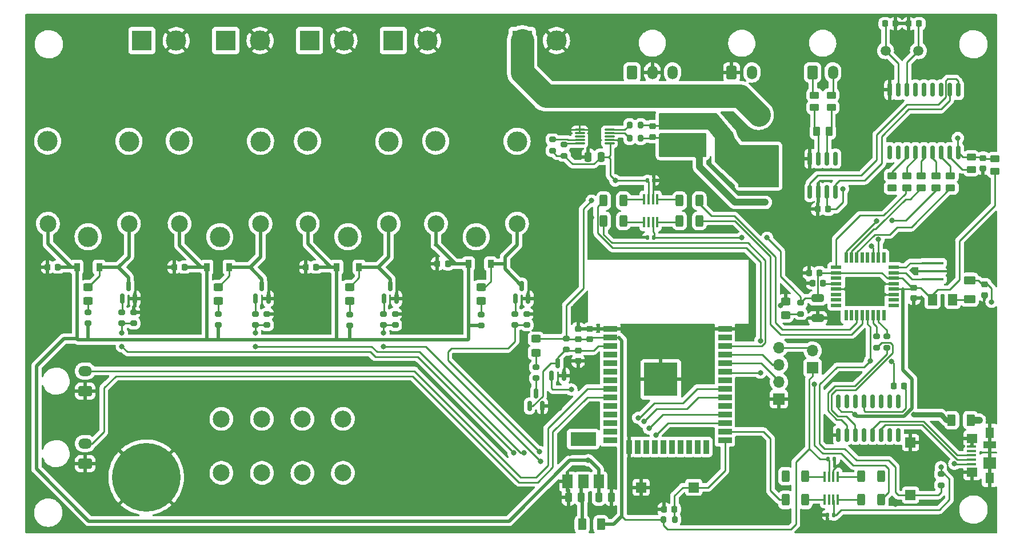
<source format=gbr>
%TF.GenerationSoftware,KiCad,Pcbnew,(6.0.1)*%
%TF.CreationDate,2022-05-13T18:05:17+02:00*%
%TF.ProjectId,RV_main_pcb_ESP32,52565f6d-6169-46e5-9f70-63625f455350,rev?*%
%TF.SameCoordinates,PX3d58588PY82b3790*%
%TF.FileFunction,Copper,L1,Top*%
%TF.FilePolarity,Positive*%
%FSLAX46Y46*%
G04 Gerber Fmt 4.6, Leading zero omitted, Abs format (unit mm)*
G04 Created by KiCad (PCBNEW (6.0.1)) date 2022-05-13 18:05:17*
%MOMM*%
%LPD*%
G01*
G04 APERTURE LIST*
G04 Aperture macros list*
%AMRoundRect*
0 Rectangle with rounded corners*
0 $1 Rounding radius*
0 $2 $3 $4 $5 $6 $7 $8 $9 X,Y pos of 4 corners*
0 Add a 4 corners polygon primitive as box body*
4,1,4,$2,$3,$4,$5,$6,$7,$8,$9,$2,$3,0*
0 Add four circle primitives for the rounded corners*
1,1,$1+$1,$2,$3*
1,1,$1+$1,$4,$5*
1,1,$1+$1,$6,$7*
1,1,$1+$1,$8,$9*
0 Add four rect primitives between the rounded corners*
20,1,$1+$1,$2,$3,$4,$5,0*
20,1,$1+$1,$4,$5,$6,$7,0*
20,1,$1+$1,$6,$7,$8,$9,0*
20,1,$1+$1,$8,$9,$2,$3,0*%
G04 Aperture macros list end*
%TA.AperFunction,SMDPad,CuDef*%
%ADD10RoundRect,0.225000X0.225000X0.250000X-0.225000X0.250000X-0.225000X-0.250000X0.225000X-0.250000X0*%
%TD*%
%TA.AperFunction,SMDPad,CuDef*%
%ADD11RoundRect,0.250000X0.450000X-0.262500X0.450000X0.262500X-0.450000X0.262500X-0.450000X-0.262500X0*%
%TD*%
%TA.AperFunction,ComponentPad*%
%ADD12C,2.500000*%
%TD*%
%TA.AperFunction,SMDPad,CuDef*%
%ADD13RoundRect,0.250001X-0.462499X-0.624999X0.462499X-0.624999X0.462499X0.624999X-0.462499X0.624999X0*%
%TD*%
%TA.AperFunction,SMDPad,CuDef*%
%ADD14R,0.900000X1.200000*%
%TD*%
%TA.AperFunction,SMDPad,CuDef*%
%ADD15RoundRect,0.200000X0.275000X-0.200000X0.275000X0.200000X-0.275000X0.200000X-0.275000X-0.200000X0*%
%TD*%
%TA.AperFunction,SMDPad,CuDef*%
%ADD16RoundRect,0.250000X-0.312500X-0.625000X0.312500X-0.625000X0.312500X0.625000X-0.312500X0.625000X0*%
%TD*%
%TA.AperFunction,ComponentPad*%
%ADD17O,1.500000X2.020000*%
%TD*%
%TA.AperFunction,ComponentPad*%
%ADD18RoundRect,0.250001X-0.499999X-0.759999X0.499999X-0.759999X0.499999X0.759999X-0.499999X0.759999X0*%
%TD*%
%TA.AperFunction,SMDPad,CuDef*%
%ADD19RoundRect,0.140000X0.140000X0.170000X-0.140000X0.170000X-0.140000X-0.170000X0.140000X-0.170000X0*%
%TD*%
%TA.AperFunction,ComponentPad*%
%ADD20C,3.000000*%
%TD*%
%TA.AperFunction,SMDPad,CuDef*%
%ADD21RoundRect,0.250000X-0.625000X0.375000X-0.625000X-0.375000X0.625000X-0.375000X0.625000X0.375000X0*%
%TD*%
%TA.AperFunction,SMDPad,CuDef*%
%ADD22RoundRect,0.250000X-0.450000X0.325000X-0.450000X-0.325000X0.450000X-0.325000X0.450000X0.325000X0*%
%TD*%
%TA.AperFunction,SMDPad,CuDef*%
%ADD23RoundRect,0.225000X-0.225000X-0.250000X0.225000X-0.250000X0.225000X0.250000X-0.225000X0.250000X0*%
%TD*%
%TA.AperFunction,SMDPad,CuDef*%
%ADD24RoundRect,0.200000X0.200000X0.275000X-0.200000X0.275000X-0.200000X-0.275000X0.200000X-0.275000X0*%
%TD*%
%TA.AperFunction,SMDPad,CuDef*%
%ADD25RoundRect,0.150000X-0.150000X0.875000X-0.150000X-0.875000X0.150000X-0.875000X0.150000X0.875000X0*%
%TD*%
%TA.AperFunction,SMDPad,CuDef*%
%ADD26RoundRect,0.250000X-0.450000X0.262500X-0.450000X-0.262500X0.450000X-0.262500X0.450000X0.262500X0*%
%TD*%
%TA.AperFunction,SMDPad,CuDef*%
%ADD27RoundRect,0.150000X0.150000X-0.825000X0.150000X0.825000X-0.150000X0.825000X-0.150000X-0.825000X0*%
%TD*%
%TA.AperFunction,SMDPad,CuDef*%
%ADD28RoundRect,0.250000X-0.250000X-0.475000X0.250000X-0.475000X0.250000X0.475000X-0.250000X0.475000X0*%
%TD*%
%TA.AperFunction,SMDPad,CuDef*%
%ADD29RoundRect,0.150000X0.150000X-0.587500X0.150000X0.587500X-0.150000X0.587500X-0.150000X-0.587500X0*%
%TD*%
%TA.AperFunction,SMDPad,CuDef*%
%ADD30RoundRect,0.200000X-0.275000X0.200000X-0.275000X-0.200000X0.275000X-0.200000X0.275000X0.200000X0*%
%TD*%
%TA.AperFunction,ComponentPad*%
%ADD31R,1.700000X1.700000*%
%TD*%
%TA.AperFunction,ComponentPad*%
%ADD32O,1.700000X1.700000*%
%TD*%
%TA.AperFunction,SMDPad,CuDef*%
%ADD33R,0.550000X1.600000*%
%TD*%
%TA.AperFunction,SMDPad,CuDef*%
%ADD34R,1.600000X0.550000*%
%TD*%
%TA.AperFunction,SMDPad,CuDef*%
%ADD35RoundRect,0.200000X-0.200000X-0.275000X0.200000X-0.275000X0.200000X0.275000X-0.200000X0.275000X0*%
%TD*%
%TA.AperFunction,SMDPad,CuDef*%
%ADD36R,0.300000X1.600000*%
%TD*%
%TA.AperFunction,ComponentPad*%
%ADD37R,3.000000X3.000000*%
%TD*%
%TA.AperFunction,SMDPad,CuDef*%
%ADD38RoundRect,0.225000X0.250000X-0.225000X0.250000X0.225000X-0.250000X0.225000X-0.250000X-0.225000X0*%
%TD*%
%TA.AperFunction,SMDPad,CuDef*%
%ADD39RoundRect,0.250000X0.250000X0.475000X-0.250000X0.475000X-0.250000X-0.475000X0.250000X-0.475000X0*%
%TD*%
%TA.AperFunction,SMDPad,CuDef*%
%ADD40R,1.500000X1.500000*%
%TD*%
%TA.AperFunction,SMDPad,CuDef*%
%ADD41RoundRect,0.225000X-0.250000X0.225000X-0.250000X-0.225000X0.250000X-0.225000X0.250000X0.225000X0*%
%TD*%
%TA.AperFunction,SMDPad,CuDef*%
%ADD42RoundRect,0.250000X-0.375000X-0.625000X0.375000X-0.625000X0.375000X0.625000X-0.375000X0.625000X0*%
%TD*%
%TA.AperFunction,SMDPad,CuDef*%
%ADD43RoundRect,0.075000X-0.650000X-0.075000X0.650000X-0.075000X0.650000X0.075000X-0.650000X0.075000X0*%
%TD*%
%TA.AperFunction,SMDPad,CuDef*%
%ADD44R,1.380000X0.450000*%
%TD*%
%TA.AperFunction,SMDPad,CuDef*%
%ADD45R,1.550000X1.425000*%
%TD*%
%TA.AperFunction,SMDPad,CuDef*%
%ADD46R,1.900000X1.000000*%
%TD*%
%TA.AperFunction,SMDPad,CuDef*%
%ADD47R,1.300000X1.650000*%
%TD*%
%TA.AperFunction,SMDPad,CuDef*%
%ADD48R,1.900000X1.800000*%
%TD*%
%TA.AperFunction,SMDPad,CuDef*%
%ADD49R,2.000000X0.900000*%
%TD*%
%TA.AperFunction,SMDPad,CuDef*%
%ADD50R,0.900000X2.000000*%
%TD*%
%TA.AperFunction,SMDPad,CuDef*%
%ADD51R,5.000000X5.000000*%
%TD*%
%TA.AperFunction,SMDPad,CuDef*%
%ADD52RoundRect,0.250000X0.262500X0.450000X-0.262500X0.450000X-0.262500X-0.450000X0.262500X-0.450000X0*%
%TD*%
%TA.AperFunction,SMDPad,CuDef*%
%ADD53RoundRect,0.250000X-0.650000X0.325000X-0.650000X-0.325000X0.650000X-0.325000X0.650000X0.325000X0*%
%TD*%
%TA.AperFunction,ComponentPad*%
%ADD54C,10.160000*%
%TD*%
%TA.AperFunction,ComponentPad*%
%ADD55RoundRect,0.250001X0.759999X-0.499999X0.759999X0.499999X-0.759999X0.499999X-0.759999X-0.499999X0*%
%TD*%
%TA.AperFunction,ComponentPad*%
%ADD56O,2.020000X1.500000*%
%TD*%
%TA.AperFunction,ComponentPad*%
%ADD57C,1.500000*%
%TD*%
%TA.AperFunction,SMDPad,CuDef*%
%ADD58RoundRect,0.250000X0.450000X-0.325000X0.450000X0.325000X-0.450000X0.325000X-0.450000X-0.325000X0*%
%TD*%
%TA.AperFunction,SMDPad,CuDef*%
%ADD59R,3.200000X0.400000*%
%TD*%
%TA.AperFunction,SMDPad,CuDef*%
%ADD60R,1.500000X2.000000*%
%TD*%
%TA.AperFunction,SMDPad,CuDef*%
%ADD61R,3.800000X2.000000*%
%TD*%
%TA.AperFunction,ViaPad*%
%ADD62C,0.800000*%
%TD*%
%TA.AperFunction,Conductor*%
%ADD63C,0.254000*%
%TD*%
%TA.AperFunction,Conductor*%
%ADD64C,0.500000*%
%TD*%
%TA.AperFunction,Conductor*%
%ADD65C,0.250000*%
%TD*%
%TA.AperFunction,Conductor*%
%ADD66C,1.000000*%
%TD*%
%TA.AperFunction,Conductor*%
%ADD67C,0.750000*%
%TD*%
%TA.AperFunction,Conductor*%
%ADD68C,3.500000*%
%TD*%
G04 APERTURE END LIST*
D10*
%TO.P,C18,1*%
%TO.N,Net-(C18-Pad1)*%
X130700000Y22300000D03*
%TO.P,C18,2*%
%TO.N,NANO_RESET*%
X129150000Y22300000D03*
%TD*%
D11*
%TO.P,R17,1*%
%TO.N,Net-(R15-Pad1)*%
X119925000Y63637500D03*
%TO.P,R17,2*%
%TO.N,/CAN Interface/CAN_L*%
X119925000Y65462500D03*
%TD*%
D12*
%TO.P,F7,1*%
%TO.N,Net-(F7-Pad1)*%
X35575000Y17450000D03*
%TO.P,F7,2*%
%TO.N,+12V*%
X35575000Y9450000D03*
%TD*%
D13*
%TO.P,D3,2,A*%
%TO.N,Net-(D3-Pad2)*%
X137912500Y35100000D03*
%TO.P,D3,1,K*%
%TO.N,NANO_5V*%
X134937500Y35100000D03*
%TD*%
D14*
%TO.P,D4,1,K*%
%TO.N,+5V*%
X46675000Y39950000D03*
%TO.P,D4,2,A*%
%TO.N,Net-(D2-Pad1)*%
X49975000Y39950000D03*
%TD*%
D15*
%TO.P,R18,1*%
%TO.N,ESP32_RELAY_1*%
X53575000Y31375000D03*
%TO.P,R18,2*%
%TO.N,Net-(Q2-Pad1)*%
X53575000Y33025000D03*
%TD*%
D11*
%TO.P,R7,1*%
%TO.N,+12V*%
X96175000Y59137500D03*
%TO.P,R7,2*%
%TO.N,BATTERY*%
X96175000Y60962500D03*
%TD*%
D16*
%TO.P,R35,1*%
%TO.N,Net-(R35-Pad1)*%
X97462500Y49800000D03*
%TO.P,R35,2*%
%TO.N,NANO_SDA_5V*%
X100387500Y49800000D03*
%TD*%
D12*
%TO.P,F1,1*%
%TO.N,Net-(F1-Pad1)*%
X109175000Y62550000D03*
%TO.P,F1,2*%
%TO.N,BATTERY*%
X109175000Y54550000D03*
%TD*%
D17*
%TO.P,J2,3,Pin_3*%
%TO.N,ESP32_WS2812B_status_LED_5V*%
X96425000Y68830000D03*
%TO.P,J2,2,Pin_2*%
%TO.N,GND*%
X93425000Y68830000D03*
D18*
%TO.P,J2,1,Pin_1*%
%TO.N,NANO_5V*%
X90425000Y68830000D03*
%TD*%
D19*
%TO.P,C24,1*%
%TO.N,GND*%
X93655000Y52800000D03*
%TO.P,C24,2*%
%TO.N,ESP32_VCC*%
X92695000Y52800000D03*
%TD*%
D20*
%TO.P,K1,1*%
%TO.N,Net-(F7-Pad1)*%
X29325000Y44450000D03*
D12*
%TO.P,K1,2*%
%TO.N,Net-(D8-Pad1)*%
X35375000Y46400000D03*
D20*
%TO.P,K1,3*%
%TO.N,/Relay 10A2/NO*%
X35375000Y58600000D03*
%TO.P,K1,4*%
%TO.N,/Relay 10A2/NC*%
X23325000Y58650000D03*
D12*
%TO.P,K1,5*%
%TO.N,+5V*%
X23375000Y46400000D03*
%TD*%
D19*
%TO.P,C25,2*%
%TO.N,GND*%
X92695000Y44300000D03*
%TO.P,C25,1*%
%TO.N,NANO_5V*%
X93655000Y44300000D03*
%TD*%
D15*
%TO.P,R20,1*%
%TO.N,ESP32_RELAY_2*%
X74825000Y31375000D03*
%TO.P,R20,2*%
%TO.N,GND*%
X74825000Y33025000D03*
%TD*%
D10*
%TO.P,C28,1*%
%TO.N,+5V*%
X5350000Y39950000D03*
%TO.P,C28,2*%
%TO.N,GND*%
X3800000Y39950000D03*
%TD*%
D21*
%TO.P,F6,1*%
%TO.N,Net-(C17-Pad2)*%
X140425000Y38000000D03*
%TO.P,F6,2*%
%TO.N,Net-(D3-Pad2)*%
X140425000Y35200000D03*
%TD*%
D22*
%TO.P,D5,1,K*%
%TO.N,Net-(D5-Pad1)*%
X68075000Y36975000D03*
%TO.P,D5,2,A*%
%TO.N,Net-(D5-Pad2)*%
X68075000Y34925000D03*
%TD*%
D23*
%TO.P,C13,1*%
%TO.N,GND*%
X117150000Y37600000D03*
%TO.P,C13,2*%
%TO.N,Net-(C13-Pad2)*%
X118700000Y37600000D03*
%TD*%
D24*
%TO.P,R8,1*%
%TO.N,BATTERY*%
X91700000Y61050000D03*
%TO.P,R8,2*%
%TO.N,Net-(R8-Pad2)*%
X90050000Y61050000D03*
%TD*%
D25*
%TO.P,U3,1,TXCAN*%
%TO.N,CAN_TX*%
X138755000Y66250000D03*
%TO.P,U3,2,RXCAN*%
%TO.N,CAN_RX*%
X137485000Y66250000D03*
%TO.P,U3,3,CLKOUT/SOF*%
%TO.N,unconnected-(U3-Pad3)*%
X136215000Y66250000D03*
%TO.P,U3,4,~{TX0RTS}*%
%TO.N,unconnected-(U3-Pad4)*%
X134945000Y66250000D03*
%TO.P,U3,5,~{TX1RTS}*%
%TO.N,unconnected-(U3-Pad5)*%
X133675000Y66250000D03*
%TO.P,U3,6,~{TX2RTS}*%
%TO.N,unconnected-(U3-Pad6)*%
X132405000Y66250000D03*
%TO.P,U3,7,OSC2*%
%TO.N,Net-(C7-Pad2)*%
X131135000Y66250000D03*
%TO.P,U3,8,OSC1*%
%TO.N,Net-(C8-Pad2)*%
X129865000Y66250000D03*
%TO.P,U3,9,VSS*%
%TO.N,GND*%
X128595000Y66250000D03*
%TO.P,U3,10,~{RX1BF}*%
%TO.N,unconnected-(U3-Pad10)*%
X128595000Y56950000D03*
%TO.P,U3,11,~{RX0BF}*%
%TO.N,unconnected-(U3-Pad11)*%
X129865000Y56950000D03*
%TO.P,U3,12,~{INT}*%
%TO.N,Net-(R6-Pad1)*%
X131135000Y56950000D03*
%TO.P,U3,13,SCK*%
%TO.N,Net-(R5-Pad2)*%
X132405000Y56950000D03*
%TO.P,U3,14,SI*%
%TO.N,Net-(R2-Pad2)*%
X133675000Y56950000D03*
%TO.P,U3,15,SO*%
%TO.N,Net-(R3-Pad2)*%
X134945000Y56950000D03*
%TO.P,U3,16,~{CS}*%
%TO.N,Net-(R4-Pad2)*%
X136215000Y56950000D03*
%TO.P,U3,17,~{RESET}*%
%TO.N,Net-(R14-Pad1)*%
X137485000Y56950000D03*
%TO.P,U3,18,VDD*%
%TO.N,/CAN Interface/VCC*%
X138755000Y56950000D03*
%TD*%
D18*
%TO.P,J1,1,Pin_1*%
%TO.N,GND*%
X105175000Y68830000D03*
D17*
%TO.P,J1,2,Pin_2*%
%TO.N,NANO_D6*%
X108175000Y68830000D03*
%TD*%
D26*
%TO.P,R6,1*%
%TO.N,Net-(R6-Pad1)*%
X128925000Y53512500D03*
%TO.P,R6,2*%
%TO.N,/CAN Interface/INT*%
X128925000Y51687500D03*
%TD*%
D12*
%TO.P,F4,1*%
%TO.N,Net-(F4-Pad1)*%
X41575000Y17450000D03*
%TO.P,F4,2*%
%TO.N,+12V*%
X41575000Y9450000D03*
%TD*%
D27*
%TO.P,U7,16,VCC*%
%TO.N,NANO_5V*%
X120980000Y20025000D03*
%TO.P,U7,15,R232*%
%TO.N,unconnected-(U7-Pad15)*%
X122250000Y20025000D03*
%TO.P,U7,14,~{RTS}*%
%TO.N,unconnected-(U7-Pad14)*%
X123520000Y20025000D03*
%TO.P,U7,13,~{DTR}*%
%TO.N,Net-(C18-Pad1)*%
X124790000Y20025000D03*
%TO.P,U7,12,~{DCD}*%
%TO.N,unconnected-(U7-Pad12)*%
X126060000Y20025000D03*
%TO.P,U7,11,~{RI}*%
%TO.N,unconnected-(U7-Pad11)*%
X127330000Y20025000D03*
%TO.P,U7,10,~{DSR}*%
%TO.N,unconnected-(U7-Pad10)*%
X128600000Y20025000D03*
%TO.P,U7,9,~{CTS}*%
%TO.N,unconnected-(U7-Pad9)*%
X129870000Y20025000D03*
%TO.P,U7,8,NC*%
%TO.N,unconnected-(U7-Pad8)*%
X129870000Y15075000D03*
%TO.P,U7,7,NC*%
%TO.N,unconnected-(U7-Pad7)*%
X128600000Y15075000D03*
%TO.P,U7,6,UD-*%
%TO.N,Net-(J10-Pad2)*%
X127330000Y15075000D03*
%TO.P,U7,5,UD+*%
%TO.N,Net-(J10-Pad3)*%
X126060000Y15075000D03*
%TO.P,U7,4,V3*%
%TO.N,unconnected-(U7-Pad4)*%
X124790000Y15075000D03*
%TO.P,U7,3,RXD*%
%TO.N,NANO_RX*%
X123520000Y15075000D03*
%TO.P,U7,2,TXD*%
%TO.N,NANO_TX*%
X122250000Y15075000D03*
%TO.P,U7,1,GND*%
%TO.N,GND*%
X120980000Y15075000D03*
%TD*%
D28*
%TO.P,C1,1*%
%TO.N,+5V*%
X85475000Y5800000D03*
%TO.P,C1,2*%
%TO.N,GND*%
X87375000Y5800000D03*
%TD*%
D11*
%TO.P,R16,1*%
%TO.N,Net-(R15-Pad2)*%
X117425000Y63637500D03*
%TO.P,R16,2*%
%TO.N,/CAN Interface/CAN_H*%
X117425000Y65462500D03*
%TD*%
D29*
%TO.P,Q2,1,G*%
%TO.N,Net-(Q2-Pad1)*%
X53625000Y35262500D03*
%TO.P,Q2,2,S*%
%TO.N,GND*%
X55525000Y35262500D03*
%TO.P,Q2,3,D*%
%TO.N,Net-(D2-Pad1)*%
X54575000Y37137500D03*
%TD*%
D10*
%TO.P,C22,1*%
%TO.N,Net-(C22-Pad1)*%
X96700000Y4045000D03*
%TO.P,C22,2*%
%TO.N,GND*%
X95150000Y4045000D03*
%TD*%
D29*
%TO.P,Q1,1,G*%
%TO.N,ESP32_EN_INT*%
X75225000Y19357500D03*
%TO.P,Q1,2,S*%
%TO.N,GND*%
X77125000Y19357500D03*
%TO.P,Q1,3,D*%
%TO.N,Net-(Q1-Pad3)*%
X76175000Y21232500D03*
%TD*%
D12*
%TO.P,F8,1*%
%TO.N,Net-(F8-Pad1)*%
X29575000Y17450000D03*
%TO.P,F8,2*%
%TO.N,+12V*%
X29575000Y9450000D03*
%TD*%
D30*
%TO.P,R19,1*%
%TO.N,Net-(R19-Pad1)*%
X126675000Y29675000D03*
%TO.P,R19,2*%
%TO.N,NANO_RX*%
X126675000Y28025000D03*
%TD*%
D23*
%TO.P,C7,1*%
%TO.N,GND*%
X131400000Y76050000D03*
%TO.P,C7,2*%
%TO.N,Net-(C7-Pad2)*%
X132950000Y76050000D03*
%TD*%
D31*
%TO.P,JP1,1,A*%
%TO.N,ESP32_VCC*%
X117175000Y25025000D03*
D32*
%TO.P,JP1,2,B*%
%TO.N,Net-(J11-Pad4)*%
X117175000Y27565000D03*
%TD*%
D11*
%TO.P,R3,1*%
%TO.N,CAN_MISO*%
X135437499Y51687500D03*
%TO.P,R3,2*%
%TO.N,Net-(R3-Pad2)*%
X135437499Y53512500D03*
%TD*%
D33*
%TO.P,U6,32,PD2*%
%TO.N,/NANO/D2*%
X127725000Y32850000D03*
%TO.P,U6,31,PD1*%
%TO.N,Net-(R21-Pad1)*%
X126925000Y32850000D03*
%TO.P,U6,30,PD0*%
%TO.N,Net-(R19-Pad1)*%
X126125000Y32850000D03*
%TO.P,U6,29,~{RESET}/PC6*%
%TO.N,NANO_RESET*%
X125325000Y32850000D03*
%TO.P,U6,28,PC5*%
%TO.N,NANO_SCL_5V*%
X124525000Y32850000D03*
%TO.P,U6,27,PC4*%
%TO.N,NANO_SDA_5V*%
X123725000Y32850000D03*
%TO.P,U6,26,PC3*%
%TO.N,unconnected-(U6-Pad26)*%
X122925000Y32850000D03*
%TO.P,U6,25,PC2*%
%TO.N,unconnected-(U6-Pad25)*%
X122125000Y32850000D03*
D34*
%TO.P,U6,24,PC1*%
%TO.N,unconnected-(U6-Pad24)*%
X120675000Y34300000D03*
%TO.P,U6,23,PC0*%
%TO.N,unconnected-(U6-Pad23)*%
X120675000Y35100000D03*
%TO.P,U6,22,ADC7*%
%TO.N,unconnected-(U6-Pad22)*%
X120675000Y35900000D03*
%TO.P,U6,21,GND*%
%TO.N,GND*%
X120675000Y36700000D03*
%TO.P,U6,20,AREF*%
%TO.N,Net-(C13-Pad2)*%
X120675000Y37500000D03*
%TO.P,U6,19,ADC6*%
%TO.N,unconnected-(U6-Pad19)*%
X120675000Y38300000D03*
%TO.P,U6,18,AVCC*%
%TO.N,NANO_5V*%
X120675000Y39100000D03*
%TO.P,U6,17,PB5*%
%TO.N,CAN_SCK*%
X120675000Y39900000D03*
D33*
%TO.P,U6,16,PB4*%
%TO.N,CAN_MISO*%
X122125000Y41350000D03*
%TO.P,U6,15,PB3*%
%TO.N,CAN_MOSI*%
X122925000Y41350000D03*
%TO.P,U6,14,PB2*%
%TO.N,CAN_CS*%
X123725000Y41350000D03*
%TO.P,U6,13,PB1*%
%TO.N,/NANO/D9*%
X124525000Y41350000D03*
%TO.P,U6,12,PB0*%
%TO.N,/NANO/D8*%
X125325000Y41350000D03*
%TO.P,U6,11,PD7*%
%TO.N,NANO_D7*%
X126125000Y41350000D03*
%TO.P,U6,10,PD6*%
%TO.N,NANO_D6*%
X126925000Y41350000D03*
%TO.P,U6,9,PD5*%
%TO.N,/NANO/D5*%
X127725000Y41350000D03*
D34*
%TO.P,U6,8,XTAL2/PB7*%
%TO.N,Net-(U6-Pad8)*%
X129175000Y39900000D03*
%TO.P,U6,7,XTAL1/PB6*%
%TO.N,Net-(U6-Pad7)*%
X129175000Y39100000D03*
%TO.P,U6,6,VCC*%
%TO.N,NANO_5V*%
X129175000Y38300000D03*
%TO.P,U6,5,GND*%
%TO.N,GND*%
X129175000Y37500000D03*
%TO.P,U6,4,VCC*%
%TO.N,NANO_5V*%
X129175000Y36700000D03*
%TO.P,U6,3,GND*%
%TO.N,GND*%
X129175000Y35900000D03*
%TO.P,U6,2,PD4*%
%TO.N,/NANO/D4*%
X129175000Y35100000D03*
%TO.P,U6,1,PD3*%
%TO.N,/NANO/D3*%
X129175000Y34300000D03*
%TD*%
D31*
%TO.P,J11,1,Pin_1*%
%TO.N,GND*%
X112175000Y20400000D03*
D32*
%TO.P,J11,2,Pin_2*%
%TO.N,/ESP32/ESP_RX*%
X112175000Y22940000D03*
%TO.P,J11,3,Pin_3*%
%TO.N,/ESP32/ESP_TX*%
X112175000Y25480000D03*
%TO.P,J11,4,Pin_4*%
%TO.N,Net-(J11-Pad4)*%
X112175000Y28020000D03*
%TD*%
D35*
%TO.P,R9,1*%
%TO.N,Net-(R9-Pad1)*%
X90050000Y59050000D03*
%TO.P,R9,2*%
%TO.N,+12V*%
X91700000Y59050000D03*
%TD*%
D16*
%TO.P,R32,1*%
%TO.N,ESP-32_SCL_3.3V*%
X86212500Y46800000D03*
%TO.P,R32,2*%
%TO.N,Net-(R32-Pad2)*%
X89137500Y46800000D03*
%TD*%
D12*
%TO.P,F5,1*%
%TO.N,Net-(F5-Pad1)*%
X47575000Y17450000D03*
%TO.P,F5,2*%
%TO.N,+12V*%
X47575000Y9450000D03*
%TD*%
D19*
%TO.P,C26,1*%
%TO.N,GND*%
X120405000Y11450000D03*
%TO.P,C26,2*%
%TO.N,ESP32_VCC*%
X119445000Y11450000D03*
%TD*%
D16*
%TO.P,R36,1*%
%TO.N,ESP32_WS2812B_status_LED_3.3V*%
X113142500Y5450000D03*
%TO.P,R36,2*%
%TO.N,Net-(R36-Pad2)*%
X116067500Y5450000D03*
%TD*%
D10*
%TO.P,C8,1*%
%TO.N,GND*%
X129450000Y76050000D03*
%TO.P,C8,2*%
%TO.N,Net-(C8-Pad2)*%
X127900000Y76050000D03*
%TD*%
D36*
%TO.P,U9,8,B1*%
%TO.N,Net-(R34-Pad1)*%
X94150000Y46600000D03*
%TO.P,U9,7,VCCB*%
%TO.N,NANO_5V*%
X93500000Y46600000D03*
%TO.P,U9,6,OE*%
%TO.N,unconnected-(U9-Pad6)*%
X92850000Y46600000D03*
%TO.P,U9,5,A1*%
%TO.N,Net-(R32-Pad2)*%
X92200000Y46600000D03*
%TO.P,U9,4,A2*%
%TO.N,Net-(R33-Pad2)*%
X92200000Y50000000D03*
%TO.P,U9,3,VCCA*%
%TO.N,ESP32_VCC*%
X92850000Y50000000D03*
%TO.P,U9,2,GND*%
%TO.N,GND*%
X93500000Y50000000D03*
%TO.P,U9,1,B2*%
%TO.N,Net-(R35-Pad1)*%
X94150000Y50000000D03*
%TD*%
D37*
%TO.P,J9,1,Pin_1*%
%TO.N,/Relay 10A/NO*%
X42635000Y73550000D03*
D20*
%TO.P,J9,2,Pin_2*%
%TO.N,GND*%
X47715000Y73550000D03*
%TD*%
D14*
%TO.P,D6,1,K*%
%TO.N,+5V*%
X66175000Y40450000D03*
%TO.P,D6,2,A*%
%TO.N,Net-(D5-Pad1)*%
X69475000Y40450000D03*
%TD*%
D16*
%TO.P,R34,1*%
%TO.N,Net-(R34-Pad1)*%
X97462500Y46800000D03*
%TO.P,R34,2*%
%TO.N,NANO_SCL_5V*%
X100387500Y46800000D03*
%TD*%
D38*
%TO.P,C5,1*%
%TO.N,+12V*%
X93425000Y59275000D03*
%TO.P,C5,2*%
%TO.N,BATTERY*%
X93425000Y60825000D03*
%TD*%
D20*
%TO.P,K3,1*%
%TO.N,Net-(F5-Pad1)*%
X67325000Y44450000D03*
D12*
%TO.P,K3,2*%
%TO.N,Net-(D5-Pad1)*%
X73375000Y46400000D03*
D20*
%TO.P,K3,3*%
%TO.N,/Relay 10A1/NO*%
X73375000Y58600000D03*
%TO.P,K3,4*%
%TO.N,/Relay 10A1/NC*%
X61325000Y58650000D03*
D12*
%TO.P,K3,5*%
%TO.N,+5V*%
X61375000Y46400000D03*
%TD*%
D15*
%TO.P,R13,1*%
%TO.N,+5V*%
X48575000Y31280000D03*
%TO.P,R13,2*%
%TO.N,Net-(D2-Pad2)*%
X48575000Y32930000D03*
%TD*%
D24*
%TO.P,R28,1*%
%TO.N,Net-(C22-Pad1)*%
X96750000Y2550000D03*
%TO.P,R28,2*%
%TO.N,ESP32_VCC*%
X95100000Y2550000D03*
%TD*%
D39*
%TO.P,C6,1*%
%TO.N,ESP32_VCC*%
X85825000Y56300000D03*
%TO.P,C6,2*%
%TO.N,GND*%
X83925000Y56300000D03*
%TD*%
D11*
%TO.P,R5,1*%
%TO.N,CAN_SCK*%
X131095833Y51687500D03*
%TO.P,R5,2*%
%TO.N,Net-(R5-Pad2)*%
X131095833Y53512500D03*
%TD*%
D27*
%TO.P,U5,1,TXD*%
%TO.N,CAN_TX*%
X116770000Y51075000D03*
%TO.P,U5,2,GND*%
%TO.N,GND*%
X118040000Y51075000D03*
%TO.P,U5,3,VCC*%
%TO.N,/CAN Interface/VCC*%
X119310000Y51075000D03*
%TO.P,U5,4,RXD*%
%TO.N,CAN_RX*%
X120580000Y51075000D03*
%TO.P,U5,5,n.c.*%
%TO.N,unconnected-(U5-Pad5)*%
X120580000Y56025000D03*
%TO.P,U5,6,CANL*%
%TO.N,Net-(R15-Pad1)*%
X119310000Y56025000D03*
%TO.P,U5,7,CANH*%
%TO.N,Net-(R15-Pad2)*%
X118040000Y56025000D03*
%TO.P,U5,8,S*%
%TO.N,GND*%
X116770000Y56025000D03*
%TD*%
D10*
%TO.P,C12,1*%
%TO.N,/CAN Interface/VCC*%
X119450000Y48550000D03*
%TO.P,C12,2*%
%TO.N,GND*%
X117900000Y48550000D03*
%TD*%
D15*
%TO.P,R25,2*%
%TO.N,NANO_5V*%
X136175000Y9275000D03*
%TO.P,R25,1*%
%TO.N,NANO_RESET*%
X136175000Y7625000D03*
%TD*%
D40*
%TO.P,SW1,1,1*%
%TO.N,GND*%
X131675000Y13950000D03*
%TO.P,SW1,2,2*%
%TO.N,NANO_RESET*%
X131675000Y6150000D03*
%TD*%
D15*
%TO.P,R40,1*%
%TO.N,ESP32_RELAY_4*%
X16575000Y31625000D03*
%TO.P,R40,2*%
%TO.N,GND*%
X16575000Y33275000D03*
%TD*%
%TO.P,R22,1*%
%TO.N,+5V*%
X68075000Y31280000D03*
%TO.P,R22,2*%
%TO.N,Net-(D5-Pad2)*%
X68075000Y32930000D03*
%TD*%
%TO.P,R42,1*%
%TO.N,ESP32_RELAY_4*%
X14825000Y31625000D03*
%TO.P,R42,2*%
%TO.N,Net-(Q6-Pad1)*%
X14825000Y33275000D03*
%TD*%
D10*
%TO.P,C10,1*%
%TO.N,+5V*%
X43600000Y39950000D03*
%TO.P,C10,2*%
%TO.N,GND*%
X42050000Y39950000D03*
%TD*%
%TO.P,C23,1*%
%TO.N,+5V*%
X24100000Y39950000D03*
%TO.P,C23,2*%
%TO.N,GND*%
X22550000Y39950000D03*
%TD*%
D38*
%TO.P,C20,1*%
%TO.N,ESP32_VCC*%
X82425000Y29270000D03*
%TO.P,C20,2*%
%TO.N,GND*%
X82425000Y30820000D03*
%TD*%
D22*
%TO.P,D2,1,K*%
%TO.N,Net-(D2-Pad1)*%
X48575000Y36975000D03*
%TO.P,D2,2,A*%
%TO.N,Net-(D2-Pad2)*%
X48575000Y34925000D03*
%TD*%
%TO.P,D10,1,K*%
%TO.N,Net-(D10-Pad1)*%
X9825000Y36975000D03*
%TO.P,D10,2,A*%
%TO.N,Net-(D10-Pad2)*%
X9825000Y34925000D03*
%TD*%
D15*
%TO.P,R23,1*%
%TO.N,ESP32_RELAY_2*%
X73075000Y31375000D03*
%TO.P,R23,2*%
%TO.N,Net-(Q3-Pad1)*%
X73075000Y33025000D03*
%TD*%
%TO.P,R31,1*%
%TO.N,ESP32_RELAY_3*%
X34575000Y31375000D03*
%TO.P,R31,2*%
%TO.N,Net-(Q5-Pad1)*%
X34575000Y33025000D03*
%TD*%
D41*
%TO.P,C15,2*%
%TO.N,GND*%
X132175000Y35325000D03*
%TO.P,C15,1*%
%TO.N,NANO_5V*%
X132175000Y36875000D03*
%TD*%
D19*
%TO.P,C27,2*%
%TO.N,GND*%
X119375000Y3200000D03*
%TO.P,C27,1*%
%TO.N,NANO_5V*%
X120335000Y3200000D03*
%TD*%
D38*
%TO.P,C17,1*%
%TO.N,GND*%
X142675000Y35825000D03*
%TO.P,C17,2*%
%TO.N,Net-(C17-Pad2)*%
X142675000Y37375000D03*
%TD*%
D29*
%TO.P,Q5,1,G*%
%TO.N,Net-(Q5-Pad1)*%
X34625000Y35262500D03*
%TO.P,Q5,2,S*%
%TO.N,GND*%
X36525000Y35262500D03*
%TO.P,Q5,3,D*%
%TO.N,Net-(D8-Pad1)*%
X35575000Y37137500D03*
%TD*%
D10*
%TO.P,C11,1*%
%TO.N,+5V*%
X63125000Y40450000D03*
%TO.P,C11,2*%
%TO.N,GND*%
X61575000Y40450000D03*
%TD*%
D30*
%TO.P,R21,1*%
%TO.N,Net-(R21-Pad1)*%
X128175000Y29675000D03*
%TO.P,R21,2*%
%TO.N,NANO_TX*%
X128175000Y28025000D03*
%TD*%
D36*
%TO.P,U10,8,B1*%
%TO.N,Net-(R38-Pad1)*%
X120900000Y5500000D03*
%TO.P,U10,7,VCCB*%
%TO.N,NANO_5V*%
X120250000Y5500000D03*
%TO.P,U10,6,OE*%
%TO.N,unconnected-(U10-Pad6)*%
X119600000Y5500000D03*
%TO.P,U10,5,A1*%
%TO.N,Net-(R36-Pad2)*%
X118950000Y5500000D03*
%TO.P,U10,4,A2*%
%TO.N,Net-(R37-Pad2)*%
X118950000Y8900000D03*
%TO.P,U10,3,VCCA*%
%TO.N,ESP32_VCC*%
X119600000Y8900000D03*
%TO.P,U10,2,GND*%
%TO.N,GND*%
X120250000Y8900000D03*
%TO.P,U10,1,B2*%
%TO.N,Net-(R39-Pad1)*%
X120900000Y8900000D03*
%TD*%
D37*
%TO.P,J7,1,Pin_1*%
%TO.N,/Relay 10A1/NO*%
X55051668Y73550000D03*
D20*
%TO.P,J7,2,Pin_2*%
%TO.N,GND*%
X60131668Y73550000D03*
%TD*%
D42*
%TO.P,F2,2*%
%TO.N,NANO_5V*%
X140575000Y17250000D03*
%TO.P,F2,1*%
%TO.N,+5V*%
X137775000Y17250000D03*
%TD*%
D43*
%TO.P,U4,1,A1*%
%TO.N,GND*%
X82675000Y60300000D03*
%TO.P,U4,2,A0*%
X82675000Y59800000D03*
%TO.P,U4,3,~{Alert}*%
%TO.N,unconnected-(U4-Pad3)*%
X82675000Y59300000D03*
%TO.P,U4,4,SDA*%
%TO.N,SD*%
X82675000Y58800000D03*
%TO.P,U4,5,SCL*%
%TO.N,SCK*%
X82675000Y58300000D03*
%TO.P,U4,6,VS*%
%TO.N,ESP32_VCC*%
X87075000Y58300000D03*
%TO.P,U4,7,GND*%
%TO.N,GND*%
X87075000Y58800000D03*
%TO.P,U4,8,Vbus*%
%TO.N,unconnected-(U4-Pad8)*%
X87075000Y59300000D03*
%TO.P,U4,9,Vin-*%
%TO.N,Net-(R9-Pad1)*%
X87075000Y59800000D03*
%TO.P,U4,10,Vin+*%
%TO.N,Net-(R8-Pad2)*%
X87075000Y60300000D03*
%TD*%
D11*
%TO.P,R14,1*%
%TO.N,Net-(R14-Pad1)*%
X140675000Y54437500D03*
%TO.P,R14,2*%
%TO.N,/CAN Interface/VCC*%
X140675000Y56262500D03*
%TD*%
D20*
%TO.P,K2,1*%
%TO.N,Net-(F4-Pad1)*%
X48325000Y44450000D03*
D12*
%TO.P,K2,2*%
%TO.N,Net-(D2-Pad1)*%
X54375000Y46400000D03*
D20*
%TO.P,K2,3*%
%TO.N,/Relay 10A/NO*%
X54375000Y58600000D03*
%TO.P,K2,4*%
%TO.N,/Relay 10A/NC*%
X42325000Y58650000D03*
D12*
%TO.P,K2,5*%
%TO.N,+5V*%
X42375000Y46400000D03*
%TD*%
D38*
%TO.P,C21,1*%
%TO.N,ESP32_VCC*%
X84175000Y29270000D03*
%TO.P,C21,2*%
%TO.N,GND*%
X84175000Y30820000D03*
%TD*%
D37*
%TO.P,J8,1,Pin_1*%
%TO.N,/Relay 10A3/NO*%
X17801668Y73550000D03*
D20*
%TO.P,J8,2,Pin_2*%
%TO.N,GND*%
X22881668Y73550000D03*
%TD*%
%TO.P,K4,1*%
%TO.N,Net-(F8-Pad1)*%
X9825000Y44450000D03*
D12*
%TO.P,K4,2*%
%TO.N,Net-(D10-Pad1)*%
X15875000Y46400000D03*
D20*
%TO.P,K4,3*%
%TO.N,/Relay 10A3/NO*%
X15875000Y58600000D03*
%TO.P,K4,4*%
%TO.N,/Relay 10A3/NC*%
X3825000Y58650000D03*
D12*
%TO.P,K4,5*%
%TO.N,+5V*%
X3875000Y46400000D03*
%TD*%
D22*
%TO.P,D1,1,K*%
%TO.N,GND*%
X113175000Y34875000D03*
%TO.P,D1,2,A*%
%TO.N,Net-(D1-Pad2)*%
X113175000Y32825000D03*
%TD*%
D41*
%TO.P,C9,1*%
%TO.N,/CAN Interface/VCC*%
X142425000Y56125000D03*
%TO.P,C9,2*%
%TO.N,GND*%
X142425000Y54575000D03*
%TD*%
D30*
%TO.P,R24,2*%
%TO.N,Net-(D1-Pad2)*%
X115425000Y33025000D03*
%TO.P,R24,1*%
%TO.N,NANO_5V*%
X115425000Y34675000D03*
%TD*%
D16*
%TO.P,R39,1*%
%TO.N,Net-(R39-Pad1)*%
X124392500Y8950000D03*
%TO.P,R39,2*%
%TO.N,/TXS0102_instance2/B2*%
X127317500Y8950000D03*
%TD*%
D14*
%TO.P,D9,1,K*%
%TO.N,+5V*%
X27425000Y39950000D03*
%TO.P,D9,2,A*%
%TO.N,Net-(D8-Pad1)*%
X30725000Y39950000D03*
%TD*%
D15*
%TO.P,R29,1*%
%TO.N,ESP32_RELAY_3*%
X36325000Y31375000D03*
%TO.P,R29,2*%
%TO.N,GND*%
X36325000Y33025000D03*
%TD*%
%TO.P,R11,1*%
%TO.N,ESP32_VCC*%
X80375000Y56475000D03*
%TO.P,R11,2*%
%TO.N,SCK*%
X80375000Y58125000D03*
%TD*%
D41*
%TO.P,C19,1*%
%TO.N,ESP32_EN_INT*%
X82425000Y27570000D03*
%TO.P,C19,2*%
%TO.N,GND*%
X82425000Y26020000D03*
%TD*%
D16*
%TO.P,R33,1*%
%TO.N,ESP-32_SDA_3.3V*%
X86212500Y49800000D03*
%TO.P,R33,2*%
%TO.N,Net-(R33-Pad2)*%
X89137500Y49800000D03*
%TD*%
D10*
%TO.P,C14,2*%
%TO.N,GND*%
X116650000Y39100000D03*
%TO.P,C14,1*%
%TO.N,NANO_5V*%
X118200000Y39100000D03*
%TD*%
D44*
%TO.P,J10,1,VBUS*%
%TO.N,Net-(C17-Pad2)*%
X140715000Y10750000D03*
%TO.P,J10,2,D-*%
%TO.N,Net-(J10-Pad2)*%
X140715000Y11400000D03*
%TO.P,J10,3,D+*%
%TO.N,Net-(J10-Pad3)*%
X140715000Y12050000D03*
%TO.P,J10,4,ID*%
%TO.N,unconnected-(J10-Pad4)*%
X140715000Y12700000D03*
%TO.P,J10,5,GND*%
%TO.N,GND*%
X140715000Y13350000D03*
D45*
%TO.P,J10,6,Shield*%
X140800000Y9562500D03*
D46*
X143375000Y13600000D03*
D45*
X140800000Y14537500D03*
D47*
X143375000Y15425000D03*
X143375000Y8675000D03*
D48*
X143375000Y10900000D03*
%TD*%
D29*
%TO.P,Q6,1,G*%
%TO.N,Net-(Q6-Pad1)*%
X14875000Y35262500D03*
%TO.P,Q6,2,S*%
%TO.N,GND*%
X16775000Y35262500D03*
%TO.P,Q6,3,D*%
%TO.N,Net-(D10-Pad1)*%
X15825000Y37137500D03*
%TD*%
D37*
%TO.P,J6,1,Pin_1*%
%TO.N,/Relay 10A2/NO*%
X30218334Y73550000D03*
D20*
%TO.P,J6,2,Pin_2*%
%TO.N,GND*%
X35298334Y73550000D03*
%TD*%
D14*
%TO.P,D11,1,K*%
%TO.N,+5V*%
X8175000Y39950000D03*
%TO.P,D11,2,A*%
%TO.N,Net-(D10-Pad1)*%
X11475000Y39950000D03*
%TD*%
D49*
%TO.P,U8,1,GND*%
%TO.N,GND*%
X87175000Y30800000D03*
%TO.P,U8,2,VDD*%
%TO.N,ESP32_VCC*%
X87175000Y29530000D03*
%TO.P,U8,3,EN*%
%TO.N,ESP32_EN_INT*%
X87175000Y28260000D03*
%TO.P,U8,4,SENSOR_VP*%
%TO.N,unconnected-(U8-Pad4)*%
X87175000Y26990000D03*
%TO.P,U8,5,SENSOR_VN*%
%TO.N,unconnected-(U8-Pad5)*%
X87175000Y25720000D03*
%TO.P,U8,6,IO34*%
%TO.N,unconnected-(U8-Pad6)*%
X87175000Y24450000D03*
%TO.P,U8,7,IO35*%
%TO.N,unconnected-(U8-Pad7)*%
X87175000Y23180000D03*
%TO.P,U8,8,IO32*%
%TO.N,ESP_SW1*%
X87175000Y21910000D03*
%TO.P,U8,9,IO33*%
%TO.N,ESP_SW2*%
X87175000Y20640000D03*
%TO.P,U8,10,IO25*%
%TO.N,/ESP32/GPIO_25*%
X87175000Y19370000D03*
%TO.P,U8,11,IO26*%
%TO.N,/ESP32/GPIO_26*%
X87175000Y18100000D03*
%TO.P,U8,12,IO27*%
%TO.N,/ESP32/GPIO_27*%
X87175000Y16830000D03*
%TO.P,U8,13,IO14*%
%TO.N,unconnected-(U8-Pad13)*%
X87175000Y15560000D03*
%TO.P,U8,14,IO12*%
%TO.N,unconnected-(U8-Pad14)*%
X87175000Y14290000D03*
D50*
%TO.P,U8,15,GND*%
%TO.N,GND*%
X89960000Y13290000D03*
%TO.P,U8,16,IO13*%
%TO.N,unconnected-(U8-Pad16)*%
X91230000Y13290000D03*
%TO.P,U8,17,SHD/SD2*%
%TO.N,unconnected-(U8-Pad17)*%
X92500000Y13290000D03*
%TO.P,U8,18,SWP/SD3*%
%TO.N,unconnected-(U8-Pad18)*%
X93770000Y13290000D03*
%TO.P,U8,19,SCS/CMD*%
%TO.N,unconnected-(U8-Pad19)*%
X95040000Y13290000D03*
%TO.P,U8,20,SCK/CLK*%
%TO.N,unconnected-(U8-Pad20)*%
X96310000Y13290000D03*
%TO.P,U8,21,SDO/SD0*%
%TO.N,unconnected-(U8-Pad21)*%
X97580000Y13290000D03*
%TO.P,U8,22,SDI/SD1*%
%TO.N,unconnected-(U8-Pad22)*%
X98850000Y13290000D03*
%TO.P,U8,23,IO15*%
%TO.N,unconnected-(U8-Pad23)*%
X100120000Y13290000D03*
%TO.P,U8,24,IO2*%
%TO.N,unconnected-(U8-Pad24)*%
X101390000Y13290000D03*
D49*
%TO.P,U8,25,IO0*%
%TO.N,Net-(C22-Pad1)*%
X104175000Y14290000D03*
%TO.P,U8,26,IO4*%
%TO.N,ESP32_WS2812B_status_LED_3.3V*%
X104175000Y15560000D03*
%TO.P,U8,27,IO16*%
%TO.N,ESP32_RELAY_1*%
X104175000Y16830000D03*
%TO.P,U8,28,IO17*%
%TO.N,ESP32_RELAY_2*%
X104175000Y18100000D03*
%TO.P,U8,29,IO5*%
%TO.N,unconnected-(U8-Pad29)*%
X104175000Y19370000D03*
%TO.P,U8,30,IO18*%
%TO.N,ESP32_RELAY_3*%
X104175000Y20640000D03*
%TO.P,U8,31,IO19*%
%TO.N,ESP32_RELAY_4*%
X104175000Y21910000D03*
%TO.P,U8,32,NC*%
%TO.N,unconnected-(U8-Pad32)*%
X104175000Y23180000D03*
%TO.P,U8,33,IO21*%
%TO.N,ESP-32_SDA_3.3V*%
X104175000Y24450000D03*
%TO.P,U8,34,RXD0/IO3*%
%TO.N,/ESP32/ESP_RX*%
X104175000Y25720000D03*
%TO.P,U8,35,TXD0/IO1*%
%TO.N,/ESP32/ESP_TX*%
X104175000Y26990000D03*
%TO.P,U8,36,IO22*%
%TO.N,ESP-32_SCL_3.3V*%
X104175000Y28260000D03*
%TO.P,U8,37,IO23*%
%TO.N,/ESP32/GPIO_23*%
X104175000Y29530000D03*
%TO.P,U8,38,GND*%
%TO.N,GND*%
X104175000Y30800000D03*
D51*
%TO.P,U8,39,GND*%
X94675000Y23300000D03*
%TD*%
D29*
%TO.P,Q3,1,G*%
%TO.N,Net-(Q3-Pad1)*%
X73125000Y35262500D03*
%TO.P,Q3,2,S*%
%TO.N,GND*%
X75025000Y35262500D03*
%TO.P,Q3,3,D*%
%TO.N,Net-(D5-Pad1)*%
X74075000Y37137500D03*
%TD*%
D15*
%TO.P,R12,1*%
%TO.N,ESP32_RELAY_1*%
X55325000Y31375000D03*
%TO.P,R12,2*%
%TO.N,GND*%
X55325000Y33025000D03*
%TD*%
D11*
%TO.P,R2,1*%
%TO.N,CAN_MOSI*%
X133266666Y51687500D03*
%TO.P,R2,2*%
%TO.N,Net-(R2-Pad2)*%
X133266666Y53512500D03*
%TD*%
D15*
%TO.P,R26,1*%
%TO.N,Net-(Q1-Pad3)*%
X76175000Y23470000D03*
%TO.P,R26,2*%
%TO.N,Net-(D7-Pad1)*%
X76175000Y25120000D03*
%TD*%
%TO.P,R27,1*%
%TO.N,ESP32_EN_INT*%
X80675000Y27720000D03*
%TO.P,R27,2*%
%TO.N,ESP32_VCC*%
X80675000Y29370000D03*
%TD*%
D52*
%TO.P,R15,1*%
%TO.N,Net-(R15-Pad1)*%
X119587500Y60050000D03*
%TO.P,R15,2*%
%TO.N,Net-(R15-Pad2)*%
X117762500Y60050000D03*
%TD*%
D29*
%TO.P,Q4,1,G*%
%TO.N,NANO_D7*%
X78475000Y23857500D03*
%TO.P,Q4,2,S*%
%TO.N,GND*%
X80375000Y23857500D03*
%TO.P,Q4,3,D*%
%TO.N,ESP32_EN_INT*%
X79425000Y25732500D03*
%TD*%
D11*
%TO.P,R4,1*%
%TO.N,CAN_CS*%
X137608334Y51687500D03*
%TO.P,R4,2*%
%TO.N,Net-(R4-Pad2)*%
X137608334Y53512500D03*
%TD*%
D16*
%TO.P,R37,1*%
%TO.N,/TXS0102_instance2/A2*%
X113142500Y8950000D03*
%TO.P,R37,2*%
%TO.N,Net-(R37-Pad2)*%
X116067500Y8950000D03*
%TD*%
D53*
%TO.P,C16,2*%
%TO.N,GND*%
X117925000Y32375000D03*
%TO.P,C16,1*%
%TO.N,NANO_5V*%
X117925000Y35325000D03*
%TD*%
D30*
%TO.P,R10,1*%
%TO.N,SD*%
X78625000Y58875000D03*
%TO.P,R10,2*%
%TO.N,ESP32_VCC*%
X78625000Y57225000D03*
%TD*%
D54*
%TO.P,J5,1,Pin_1*%
%TO.N,GND*%
X18425000Y8800000D03*
%TD*%
D15*
%TO.P,R41,1*%
%TO.N,+5V*%
X9825000Y31625000D03*
%TO.P,R41,2*%
%TO.N,Net-(D10-Pad2)*%
X9825000Y33275000D03*
%TD*%
D37*
%TO.P,J4,1,Pin_1*%
%TO.N,Net-(F1-Pad1)*%
X74135000Y73550000D03*
D20*
%TO.P,J4,2,Pin_2*%
%TO.N,GND*%
X79215000Y73550000D03*
%TD*%
D16*
%TO.P,R38,1*%
%TO.N,Net-(R38-Pad1)*%
X124392500Y5450000D03*
%TO.P,R38,2*%
%TO.N,ESP32_WS2812B_status_LED_5V*%
X127317500Y5450000D03*
%TD*%
D55*
%TO.P,J12,1,Pin_1*%
%TO.N,GND*%
X9395000Y21550000D03*
D56*
%TO.P,J12,2,Pin_2*%
%TO.N,ESP_SW1*%
X9395000Y24550000D03*
%TD*%
D40*
%TO.P,SW2,1,1*%
%TO.N,GND*%
X91775000Y7295000D03*
%TO.P,SW2,2,2*%
%TO.N,Net-(C22-Pad1)*%
X99575000Y7295000D03*
%TD*%
D57*
%TO.P,Y1,1,1*%
%TO.N,Net-(C8-Pad2)*%
X127975000Y72050000D03*
%TO.P,Y1,2,2*%
%TO.N,Net-(C7-Pad2)*%
X132855000Y72050000D03*
%TD*%
D58*
%TO.P,D7,1,K*%
%TO.N,Net-(D7-Pad1)*%
X76175000Y27270000D03*
%TO.P,D7,2,A*%
%TO.N,ESP32_VCC*%
X76175000Y29320000D03*
%TD*%
D42*
%TO.P,F3,1*%
%TO.N,/LM1117 fixed voltage1/VOUT*%
X83025000Y1800000D03*
%TO.P,F3,2*%
%TO.N,ESP32_VCC*%
X85825000Y1800000D03*
%TD*%
D18*
%TO.P,J3,1,Pin_1*%
%TO.N,/CAN Interface/CAN_H*%
X117175000Y68830000D03*
D17*
%TO.P,J3,2,Pin_2*%
%TO.N,/CAN Interface/CAN_L*%
X120175000Y68830000D03*
%TD*%
D15*
%TO.P,R30,1*%
%TO.N,+5V*%
X29075000Y31375000D03*
%TO.P,R30,2*%
%TO.N,Net-(D8-Pad2)*%
X29075000Y33025000D03*
%TD*%
D55*
%TO.P,J13,1,Pin_1*%
%TO.N,GND*%
X9395000Y10800000D03*
D56*
%TO.P,J13,2,Pin_2*%
%TO.N,ESP_SW2*%
X9395000Y13800000D03*
%TD*%
D59*
%TO.P,Y2,1,1*%
%TO.N,Net-(U6-Pad8)*%
X134925000Y40550000D03*
%TO.P,Y2,2,2*%
%TO.N,GND*%
X134925000Y39350000D03*
%TO.P,Y2,3,3*%
%TO.N,Net-(U6-Pad7)*%
X134925000Y38150000D03*
%TD*%
D22*
%TO.P,D8,1,K*%
%TO.N,Net-(D8-Pad1)*%
X29075000Y36975000D03*
%TO.P,D8,2,A*%
%TO.N,Net-(D8-Pad2)*%
X29075000Y34925000D03*
%TD*%
D11*
%TO.P,R1,2*%
%TO.N,/CAN Interface/VCC*%
X144175000Y56012500D03*
%TO.P,R1,1*%
%TO.N,NANO_5V*%
X144175000Y54187500D03*
%TD*%
D60*
%TO.P,U1,1,GND*%
%TO.N,GND*%
X80875000Y8150000D03*
%TO.P,U1,2,VO*%
%TO.N,/LM1117 fixed voltage1/VOUT*%
X83175000Y8150000D03*
%TO.P,U1,3,VI*%
%TO.N,+5V*%
X85475000Y8150000D03*
D61*
%TO.P,U1,4*%
%TO.N,N/C*%
X83175000Y14450000D03*
%TD*%
D28*
%TO.P,C2,1*%
%TO.N,GND*%
X80975000Y5800000D03*
%TO.P,C2,2*%
%TO.N,/LM1117 fixed voltage1/VOUT*%
X82875000Y5800000D03*
%TD*%
D62*
%TO.N,GND*%
X136675000Y1800000D03*
X125425000Y36800000D03*
X137425000Y41300000D03*
X81175000Y12300000D03*
X119925000Y32550000D03*
X84425000Y52550000D03*
X88925000Y45050000D03*
X90675000Y45050000D03*
X126425000Y1800000D03*
X73175000Y40050000D03*
X131675000Y10050000D03*
X135425000Y32300000D03*
X142175000Y42300000D03*
X114925000Y39050000D03*
X130425000Y74800000D03*
X123925000Y28550000D03*
X121425000Y10550000D03*
X121925000Y27800000D03*
X105925000Y3550000D03*
X133425000Y44050000D03*
X109675000Y3550000D03*
X122925000Y24050000D03*
X84925000Y42800000D03*
X128425000Y43550000D03*
X129425000Y4800000D03*
X90675000Y51550000D03*
X83425000Y35050000D03*
X86925000Y11550000D03*
X83675000Y23800000D03*
X112425000Y34300000D03*
X107925000Y12050000D03*
X85925000Y53550000D03*
X119675000Y14800000D03*
X100175000Y29550000D03*
X113425000Y15800000D03*
X91175000Y54550000D03*
X84675000Y18300000D03*
X79675000Y19050000D03*
X88675000Y54300000D03*
X73175000Y41300000D03*
X124175000Y12550000D03*
X83425000Y33050000D03*
X100675000Y25550000D03*
X135925000Y76050000D03*
X84425000Y47300000D03*
X84175000Y24800000D03*
X94675000Y29050000D03*
X124425000Y76050000D03*
%TO.N,ESP-32_SDA_3.3V*%
X109425000Y24300000D03*
X109425000Y29050000D03*
%TO.N,NANO_D6*%
X126925000Y44050000D03*
%TO.N,NANO_D7*%
X125925000Y43050000D03*
X81425000Y21800000D03*
%TO.N,CAN_MISO*%
X126675000Y46800000D03*
X128925000Y46850000D03*
%TO.N,NANO_5V*%
X141850000Y17250000D03*
X106675000Y44300000D03*
X110425000Y44300000D03*
X136175000Y10300000D03*
X123425000Y18050000D03*
%TO.N,+5V*%
X83925000Y11300000D03*
X132175000Y18050000D03*
%TO.N,+12V*%
X99175000Y57550000D03*
X97925000Y58800000D03*
X95175000Y57550000D03*
X97925000Y57550000D03*
X99175000Y58800000D03*
X100425000Y58800000D03*
X96425000Y57550000D03*
X100425000Y57550000D03*
X110175000Y49550000D03*
%TO.N,ESP32_VCC*%
X87925000Y52800000D03*
X84425000Y49800000D03*
%TO.N,/CAN Interface/VCC*%
X121675000Y51550000D03*
X138675000Y59100000D03*
%TO.N,Net-(C17-Pad2)*%
X138175000Y10800000D03*
X143675000Y34800000D03*
%TO.N,ESP32_WS2812B_status_LED_5V*%
X117425000Y22550000D03*
%TO.N,ESP32_RELAY_1*%
X53575000Y30200000D03*
X53575000Y28200000D03*
X93925000Y15050000D03*
X76875000Y11150000D03*
%TO.N,ESP32_RELAY_2*%
X76675000Y12550000D03*
X92925000Y16050000D03*
%TO.N,ESP32_RELAY_3*%
X92175000Y17050000D03*
X34575000Y28200000D03*
X34575000Y30200000D03*
X74375000Y12400000D03*
%TO.N,ESP32_RELAY_4*%
X72862701Y12387701D03*
X14825000Y30200000D03*
X14825000Y28200000D03*
X91343363Y17604424D03*
%TO.N,NANO_RESET*%
X128858930Y25998211D03*
X125675000Y26050000D03*
%TD*%
D63*
%TO.N,BATTERY*%
X91700000Y61050000D02*
X93200000Y61050000D01*
X93200000Y61050000D02*
X93425000Y60825000D01*
%TO.N,+12V*%
X93200000Y59050000D02*
X93425000Y59275000D01*
X91700000Y59050000D02*
X93200000Y59050000D01*
D64*
%TO.N,+5V*%
X81175000Y11300000D02*
X83925000Y11300000D01*
X72175000Y2300000D02*
X81175000Y11300000D01*
X9925000Y2300000D02*
X72175000Y2300000D01*
X2175000Y10050000D02*
X9925000Y2300000D01*
X2175000Y25300000D02*
X2175000Y10050000D01*
X6225000Y29350000D02*
X2175000Y25300000D01*
X8175000Y29350000D02*
X6225000Y29350000D01*
D63*
%TO.N,GND*%
X120675000Y36700000D02*
X124325000Y36700000D01*
X124325000Y36700000D02*
X124425000Y36800000D01*
X88675000Y58300000D02*
X88675000Y54300000D01*
X129175000Y35900000D02*
X126325000Y35900000D01*
X120250000Y8900000D02*
X120250000Y9875000D01*
X120925000Y10550000D02*
X121425000Y10550000D01*
X124425000Y36800000D02*
X125425000Y36800000D01*
X87075000Y58800000D02*
X88175000Y58800000D01*
X93500000Y50000000D02*
X93500000Y51625000D01*
X120250000Y9875000D02*
X120925000Y10550000D01*
X129175000Y37500000D02*
X126125000Y37500000D01*
X93675000Y51800000D02*
X93675000Y52780000D01*
X93675000Y52780000D02*
X93655000Y52800000D01*
X88175000Y58800000D02*
X88675000Y58300000D01*
X126325000Y35900000D02*
X125425000Y36800000D01*
X93500000Y51625000D02*
X93675000Y51800000D01*
X126125000Y37500000D02*
X125425000Y36800000D01*
%TO.N,ESP-32_SDA_3.3V*%
X109425000Y29050000D02*
X109425000Y40700000D01*
X85323480Y48910980D02*
X86212500Y49800000D01*
X87533626Y42800000D02*
X85323480Y45010146D01*
X109425000Y40700000D02*
X107325000Y42800000D01*
X107325000Y42800000D02*
X87533626Y42800000D01*
X104325000Y24300000D02*
X109425000Y24300000D01*
X104175000Y24450000D02*
X104325000Y24300000D01*
X85323480Y45010146D02*
X85323480Y48910980D01*
%TO.N,ESP-32_SCL_3.3V*%
X87425000Y43550000D02*
X86212500Y44762500D01*
X107575000Y43550000D02*
X87425000Y43550000D01*
X86212500Y44762500D02*
X86212500Y46800000D01*
X104175000Y28260000D02*
X109662443Y28260000D01*
X110175000Y28772557D02*
X110175000Y40950000D01*
X109662443Y28260000D02*
X110175000Y28772557D01*
X110175000Y40950000D02*
X107575000Y43550000D01*
%TO.N,NANO_D6*%
X126925000Y41350000D02*
X126925000Y44050000D01*
%TO.N,NANO_D7*%
X78675000Y21800000D02*
X78475000Y22000000D01*
X126125000Y42850000D02*
X125925000Y43050000D01*
X126125000Y41350000D02*
X126125000Y42850000D01*
X81425000Y21800000D02*
X78675000Y21800000D01*
X78475000Y22000000D02*
X78475000Y23857500D01*
%TO.N,CAN_CS*%
X123725000Y42150000D02*
X126375000Y44800000D01*
X123725000Y41350000D02*
X123725000Y42150000D01*
X131770834Y45850000D02*
X137608334Y51687500D01*
X126375000Y44800000D02*
X128625000Y44800000D01*
X128625000Y44800000D02*
X129675000Y45850000D01*
X129675000Y45850000D02*
X131770834Y45850000D01*
%TO.N,CAN_MOSI*%
X133266666Y51687500D02*
X131629166Y50050000D01*
X127401511Y46499068D02*
X126502443Y45600000D01*
X126502443Y45600000D02*
X126246978Y45600000D01*
X122925000Y42278022D02*
X122925000Y41350000D01*
X130925000Y50050000D02*
X127401511Y46526511D01*
X126246978Y45600000D02*
X122925000Y42278022D01*
X127401511Y46526511D02*
X127401511Y46499068D01*
X131629166Y50050000D02*
X130925000Y50050000D01*
%TO.N,CAN_MISO*%
X130925000Y46850000D02*
X135437499Y51362499D01*
X126675000Y46800000D02*
X126625000Y46800000D01*
X128925000Y46850000D02*
X130925000Y46850000D01*
X135437499Y51362499D02*
X135437499Y51687500D01*
X122125000Y42300000D02*
X122125000Y41350000D01*
X126625000Y46800000D02*
X122125000Y42300000D01*
%TO.N,CAN_SCK*%
X127675000Y47600000D02*
X124175000Y47600000D01*
X130925000Y51516667D02*
X130925000Y50850000D01*
X120675000Y44100000D02*
X120675000Y39900000D01*
X131095833Y51687500D02*
X130925000Y51516667D01*
X130925000Y50850000D02*
X127675000Y47600000D01*
X124175000Y47600000D02*
X120675000Y44100000D01*
%TO.N,NANO_SDA_5V*%
X100387500Y49337500D02*
X100387500Y49800000D01*
X111675000Y31700000D02*
X111675000Y41441374D01*
X123725000Y32850000D02*
X123725000Y31750000D01*
X111675000Y41441374D02*
X105566374Y47550000D01*
X102175000Y47550000D02*
X100387500Y49337500D01*
X122675000Y30700000D02*
X112675000Y30700000D01*
X105566374Y47550000D02*
X102175000Y47550000D01*
X112675000Y30700000D02*
X111675000Y31700000D01*
X123725000Y31750000D02*
X122675000Y30700000D01*
%TO.N,NANO_SCL_5V*%
X124525000Y32850000D02*
X124525000Y31550000D01*
X122925000Y29950000D02*
X112425000Y29950000D01*
X110925000Y31450000D02*
X110925000Y41550000D01*
X110925000Y41550000D02*
X105675000Y46800000D01*
X112425000Y29950000D02*
X110925000Y31450000D01*
X124525000Y31550000D02*
X122925000Y29950000D01*
X105675000Y46800000D02*
X100387500Y46800000D01*
D64*
%TO.N,+5V*%
X27425000Y39950000D02*
X26575000Y39950000D01*
X29075000Y31375000D02*
X29075000Y29200000D01*
D63*
%TO.N,NANO_5V*%
X112425000Y38550000D02*
X112425000Y41050000D01*
D64*
%TO.N,+5V*%
X61375000Y43250000D02*
X61325000Y43200000D01*
D65*
%TO.N,NANO_5V*%
X137425000Y8550000D02*
X136700000Y9275000D01*
X121425000Y3950000D02*
X135925000Y3950000D01*
D63*
X120980000Y18995000D02*
X121425000Y18550000D01*
X144175000Y49100000D02*
X138925000Y43850000D01*
D64*
%TO.N,+5V*%
X45325000Y29200000D02*
X46825000Y29200000D01*
X3875000Y43400000D02*
X3875000Y46400000D01*
D63*
%TO.N,NANO_5V*%
X131900000Y36875000D02*
X132175000Y36875000D01*
X117925000Y35325000D02*
X117925000Y38825000D01*
D64*
%TO.N,+5V*%
X45825000Y39950000D02*
X46675000Y39950000D01*
D65*
%TO.N,NANO_5V*%
X137425000Y5450000D02*
X137425000Y8550000D01*
D63*
X110925000Y43800000D02*
X110425000Y44300000D01*
X106675000Y44300000D02*
X93655000Y44300000D01*
X117925000Y35325000D02*
X116075000Y35325000D01*
X114175000Y36800000D02*
X112425000Y38550000D01*
D65*
X120335000Y3200000D02*
X120675000Y3200000D01*
D64*
%TO.N,+5V*%
X48575000Y31280000D02*
X48575000Y29200000D01*
D63*
%TO.N,NANO_5V*%
X93675000Y44320000D02*
X93655000Y44300000D01*
X138925000Y38050000D02*
X137475000Y36600000D01*
D64*
%TO.N,+5V*%
X66175000Y31300000D02*
X66175000Y40450000D01*
D63*
%TO.N,NANO_5V*%
X144175000Y54187500D02*
X144175000Y49100000D01*
D66*
X140575000Y17250000D02*
X141850000Y17250000D01*
D63*
X121425000Y18550000D02*
X122925000Y18550000D01*
D64*
%TO.N,+5V*%
X42375000Y46400000D02*
X42375000Y43400000D01*
D63*
%TO.N,NANO_5V*%
X115425000Y34675000D02*
X115425000Y35550000D01*
D64*
%TO.N,+5V*%
X61325000Y43200000D02*
X61478915Y43200000D01*
X66195000Y31280000D02*
X66175000Y31300000D01*
D63*
%TO.N,NANO_5V*%
X93500000Y45225000D02*
X93675000Y45050000D01*
D64*
%TO.N,+5V*%
X61478915Y43200000D02*
X64228915Y40450000D01*
X66075000Y29200000D02*
X66175000Y29300000D01*
X46675000Y39950000D02*
X46675000Y29350000D01*
D63*
%TO.N,NANO_5V*%
X129175000Y36700000D02*
X130525000Y36700000D01*
D64*
%TO.N,+5V*%
X7325000Y39950000D02*
X5350000Y39950000D01*
D63*
%TO.N,NANO_5V*%
X130475000Y38300000D02*
X131900000Y36875000D01*
D64*
%TO.N,+5V*%
X26575000Y39950000D02*
X24100000Y39950000D01*
D63*
%TO.N,NANO_5V*%
X130525000Y36700000D02*
X132000000Y36700000D01*
X120675000Y39100000D02*
X127446978Y39100000D01*
X128246978Y38300000D02*
X129175000Y38300000D01*
D65*
X120675000Y3200000D02*
X121425000Y3950000D01*
D63*
X137475000Y36600000D02*
X135675000Y36600000D01*
D64*
%TO.N,+5V*%
X9825000Y29200000D02*
X27325000Y29200000D01*
X27425000Y29300000D02*
X27325000Y29200000D01*
X29075000Y29200000D02*
X45325000Y29200000D01*
X8325000Y29200000D02*
X8175000Y29350000D01*
X68075000Y31280000D02*
X66195000Y31280000D01*
D63*
%TO.N,NANO_5V*%
X118200000Y39100000D02*
X120675000Y39100000D01*
D65*
X135925000Y3950000D02*
X137425000Y5450000D01*
D64*
X123675000Y17800000D02*
X130675000Y17800000D01*
%TO.N,+5V*%
X66175000Y40450000D02*
X66175000Y40800000D01*
D63*
%TO.N,NANO_5V*%
X115425000Y35550000D02*
X114175000Y36800000D01*
X134937500Y35862500D02*
X134937500Y35100000D01*
D64*
%TO.N,+5V*%
X61375000Y46400000D02*
X61375000Y43250000D01*
%TO.N,NANO_5V*%
X130525000Y36700000D02*
X130525000Y24700000D01*
%TO.N,+5V*%
X46825000Y29200000D02*
X48575000Y29200000D01*
X8175000Y39950000D02*
X7325000Y39950000D01*
X27425000Y39950000D02*
X27425000Y29300000D01*
D63*
%TO.N,NANO_5V*%
X123425000Y18050000D02*
X123675000Y17800000D01*
X116075000Y35325000D02*
X115425000Y34675000D01*
D65*
X136700000Y9275000D02*
X136175000Y9275000D01*
D64*
%TO.N,+5V*%
X46675000Y29350000D02*
X46825000Y29200000D01*
D63*
%TO.N,NANO_5V*%
X93675000Y45050000D02*
X93675000Y44320000D01*
D64*
%TO.N,+5V*%
X26575000Y39950000D02*
X23375000Y43150000D01*
X9825000Y29200000D02*
X8325000Y29200000D01*
X42375000Y43400000D02*
X45825000Y39950000D01*
D63*
%TO.N,NANO_5V*%
X132175000Y36875000D02*
X133162500Y36875000D01*
D64*
X131925000Y23300000D02*
X130525000Y24700000D01*
D63*
X117925000Y38825000D02*
X118200000Y39100000D01*
D64*
%TO.N,+5V*%
X66175000Y29300000D02*
X66175000Y31300000D01*
X7325000Y39950000D02*
X3875000Y43400000D01*
X23375000Y43150000D02*
X23375000Y46400000D01*
D63*
%TO.N,NANO_5V*%
X129175000Y38300000D02*
X130475000Y38300000D01*
D64*
%TO.N,+5V*%
X45825000Y39950000D02*
X43600000Y39950000D01*
%TO.N,NANO_5V*%
X131925000Y19050000D02*
X131925000Y23300000D01*
D63*
X133162500Y36875000D02*
X134937500Y35100000D01*
X112425000Y41050000D02*
X112425000Y42300000D01*
D64*
%TO.N,+5V*%
X64228915Y40450000D02*
X66175000Y40450000D01*
D63*
%TO.N,NANO_5V*%
X112425000Y42300000D02*
X110925000Y43800000D01*
D64*
%TO.N,+5V*%
X64228915Y40450000D02*
X63125000Y40450000D01*
D63*
%TO.N,NANO_5V*%
X138925000Y43850000D02*
X138925000Y38050000D01*
X93500000Y46600000D02*
X93500000Y45225000D01*
D64*
%TO.N,+5V*%
X48575000Y29200000D02*
X66075000Y29200000D01*
%TO.N,NANO_5V*%
X130675000Y17800000D02*
X131925000Y19050000D01*
%TO.N,+5V*%
X8175000Y29350000D02*
X8175000Y39950000D01*
D63*
%TO.N,NANO_5V*%
X120980000Y20025000D02*
X120980000Y18995000D01*
D65*
X120335000Y5415000D02*
X120250000Y5500000D01*
D63*
X132000000Y36700000D02*
X132175000Y36875000D01*
D64*
%TO.N,+5V*%
X27325000Y29200000D02*
X29075000Y29200000D01*
D63*
%TO.N,NANO_5V*%
X127446978Y39100000D02*
X128246978Y38300000D01*
D65*
X120335000Y3200000D02*
X120335000Y5415000D01*
D63*
X122925000Y18550000D02*
X123425000Y18050000D01*
D64*
%TO.N,+5V*%
X9825000Y31625000D02*
X9825000Y29200000D01*
D63*
%TO.N,NANO_5V*%
X135675000Y36600000D02*
X134937500Y35862500D01*
D65*
X136175000Y10300000D02*
X136175000Y9275000D01*
%TO.N,Net-(R2-Pad2)*%
X133266666Y55691666D02*
X133266666Y53512500D01*
X133675000Y56950000D02*
X133675000Y56100000D01*
X133675000Y56100000D02*
X133266666Y55691666D01*
D67*
%TO.N,+5V*%
X136175000Y18050000D02*
X136975000Y17250000D01*
X136975000Y17250000D02*
X137775000Y17250000D01*
D63*
X83975000Y11250000D02*
X83925000Y11300000D01*
D64*
X84175000Y11300000D02*
X83925000Y11300000D01*
X85475000Y8150000D02*
X85475000Y10000000D01*
D67*
X132175000Y18050000D02*
X136175000Y18050000D01*
D64*
X85475000Y8150000D02*
X85475000Y5800000D01*
X85475000Y10000000D02*
X84175000Y11300000D01*
D66*
%TO.N,+12V*%
X105675000Y49550000D02*
X110175000Y49550000D01*
X100425000Y56300000D02*
X100425000Y54800000D01*
D63*
X91925000Y59275000D02*
X91700000Y59050000D01*
D66*
X99175000Y57550000D02*
X100425000Y56300000D01*
X100425000Y54800000D02*
X105675000Y49550000D01*
D63*
X96175000Y59137500D02*
X93562500Y59137500D01*
X93562500Y59137500D02*
X93425000Y59275000D01*
%TO.N,BATTERY*%
X96175000Y60962500D02*
X93562500Y60962500D01*
X91925000Y60825000D02*
X91700000Y61050000D01*
X93562500Y60962500D02*
X93425000Y60825000D01*
%TO.N,/ESP32/ESP_TX*%
X111245000Y25480000D02*
X109735000Y26990000D01*
X111840000Y24895000D02*
X112175000Y25230000D01*
X112175000Y25480000D02*
X111245000Y25480000D01*
X109735000Y26990000D02*
X104175000Y26990000D01*
%TO.N,Net-(R8-Pad2)*%
X90050000Y61050000D02*
X89300000Y60300000D01*
X89300000Y60300000D02*
X87075000Y60300000D01*
%TO.N,Net-(R9-Pad1)*%
X90050000Y59050000D02*
X89300000Y59800000D01*
X89300000Y59800000D02*
X87075000Y59800000D01*
%TO.N,SD*%
X80919611Y58800000D02*
X80844611Y58875000D01*
X82675000Y58800000D02*
X80919611Y58800000D01*
X80844611Y58875000D02*
X78625000Y58875000D01*
%TO.N,SCK*%
X82675000Y58300000D02*
X80550000Y58300000D01*
X80550000Y58300000D02*
X80375000Y58125000D01*
D65*
%TO.N,Net-(D2-Pad1)*%
X49975000Y38375000D02*
X48575000Y36975000D01*
X49975000Y39950000D02*
X49975000Y38375000D01*
D64*
X52825000Y39950000D02*
X49975000Y39950000D01*
X54375000Y41500000D02*
X52825000Y39950000D01*
X54375000Y46400000D02*
X54375000Y41500000D01*
X54575000Y37137500D02*
X54575000Y38200000D01*
X54575000Y38200000D02*
X52825000Y39950000D01*
D68*
%TO.N,Net-(F1-Pad1)*%
X74135000Y73550000D02*
X74135000Y68840000D01*
X74135000Y68840000D02*
X77675000Y65300000D01*
X77675000Y65300000D02*
X106425000Y65300000D01*
X106425000Y65300000D02*
X109175000Y62550000D01*
D65*
%TO.N,Net-(Q2-Pad1)*%
X53625000Y35262500D02*
X53625000Y33075000D01*
X53625000Y33075000D02*
X53575000Y33025000D01*
%TO.N,Net-(D5-Pad1)*%
X69475000Y37850000D02*
X69475000Y40450000D01*
D64*
X71575000Y41450000D02*
X71575000Y40450000D01*
X73375000Y43250000D02*
X71575000Y41450000D01*
X74075000Y37150000D02*
X71575000Y39650000D01*
D65*
X68600000Y36975000D02*
X69475000Y37850000D01*
X68075000Y36975000D02*
X68600000Y36975000D01*
D64*
X74075000Y37137500D02*
X74075000Y37150000D01*
X71575000Y40450000D02*
X69475000Y40450000D01*
X73375000Y46400000D02*
X73375000Y43250000D01*
X71575000Y39650000D02*
X71575000Y40450000D01*
D65*
%TO.N,Net-(Q3-Pad1)*%
X73125000Y33075000D02*
X73075000Y33025000D01*
X73125000Y35262500D02*
X73125000Y33075000D01*
D64*
%TO.N,/LM1117 fixed voltage1/VOUT*%
X83025000Y1800000D02*
X83025000Y5650000D01*
X83025000Y5650000D02*
X82875000Y5800000D01*
X82875000Y5800000D02*
X82875000Y7850000D01*
X82875000Y7850000D02*
X83175000Y8150000D01*
D65*
%TO.N,ESP32_VCC*%
X119600000Y11295000D02*
X119600000Y8900000D01*
X119445000Y11450000D02*
X118275000Y11450000D01*
D63*
X117175000Y23800000D02*
X116675000Y23300000D01*
X87175000Y29530000D02*
X84435000Y29530000D01*
X86925000Y56300000D02*
X87175000Y56050000D01*
X117175000Y25025000D02*
X117175000Y23800000D01*
D65*
X118275000Y11450000D02*
X116675000Y13050000D01*
X95675000Y1050000D02*
X95100000Y1625000D01*
D63*
X87175000Y53550000D02*
X87925000Y52800000D01*
X80375000Y56475000D02*
X81601520Y55248480D01*
D65*
X116675000Y13050000D02*
X116675000Y23300000D01*
X95100000Y1625000D02*
X95100000Y2550000D01*
D63*
X84773480Y55248480D02*
X85825000Y56300000D01*
D65*
X113925000Y1050000D02*
X95675000Y1050000D01*
D63*
X80675000Y29370000D02*
X80675000Y34300000D01*
X80675000Y29370000D02*
X76225000Y29370000D01*
D64*
X85825000Y1800000D02*
X87675000Y1800000D01*
D63*
X92695000Y52800000D02*
X87925000Y52800000D01*
X87175000Y56550000D02*
X87175000Y58200000D01*
X82425000Y29270000D02*
X84175000Y29270000D01*
X83175000Y48550000D02*
X84425000Y49800000D01*
X92695000Y52800000D02*
X92850000Y52645000D01*
X80775000Y29270000D02*
X80675000Y29370000D01*
X76225000Y29370000D02*
X76175000Y29320000D01*
D64*
X88925000Y6295000D02*
X88925000Y29034000D01*
D63*
X81601520Y55248480D02*
X84773480Y55248480D01*
X87175000Y58200000D02*
X87075000Y58300000D01*
X83175000Y36800000D02*
X83175000Y41550000D01*
D65*
X116675000Y13050000D02*
X114675000Y11050000D01*
D63*
X78625000Y57225000D02*
X78625000Y57100000D01*
X84435000Y29530000D02*
X84175000Y29270000D01*
X79250000Y56475000D02*
X80375000Y56475000D01*
X78625000Y57100000D02*
X79250000Y56475000D01*
D64*
X88925000Y29034000D02*
X88429000Y29530000D01*
D63*
X87175000Y56050000D02*
X87175000Y53550000D01*
D64*
X87675000Y1800000D02*
X88925000Y3050000D01*
D63*
X81175000Y34800000D02*
X83175000Y36800000D01*
D65*
X119445000Y11450000D02*
X119600000Y11295000D01*
D63*
X89425000Y2550000D02*
X88925000Y3050000D01*
D65*
X114675000Y11050000D02*
X114675000Y1800000D01*
D63*
X80675000Y34300000D02*
X81175000Y34800000D01*
D65*
X114675000Y1800000D02*
X113925000Y1050000D01*
D63*
X92680000Y2550000D02*
X89425000Y2550000D01*
X92850000Y52645000D02*
X92850000Y50000000D01*
X92680000Y2550000D02*
X92675000Y2545000D01*
D64*
X88925000Y3050000D02*
X88925000Y6295000D01*
D63*
X86925000Y56300000D02*
X87175000Y56550000D01*
X95100000Y2550000D02*
X92680000Y2550000D01*
X82425000Y29270000D02*
X80775000Y29270000D01*
X88429000Y29530000D02*
X87175000Y29530000D01*
X83175000Y41550000D02*
X83175000Y48550000D01*
X85825000Y56300000D02*
X86925000Y56300000D01*
%TO.N,Net-(C7-Pad2)*%
X132855000Y75955000D02*
X132950000Y76050000D01*
X131135000Y70330000D02*
X132855000Y72050000D01*
X131135000Y66250000D02*
X131135000Y70330000D01*
X132855000Y72050000D02*
X132855000Y75955000D01*
%TO.N,Net-(C8-Pad2)*%
X129865000Y70160000D02*
X127975000Y72050000D01*
X127975000Y75975000D02*
X127900000Y76050000D01*
X129865000Y66250000D02*
X129865000Y70160000D01*
X127975000Y72050000D02*
X127975000Y75975000D01*
D65*
%TO.N,/CAN Interface/VCC*%
X142287500Y56262500D02*
X142425000Y56125000D01*
X139442500Y56262500D02*
X138755000Y56950000D01*
D63*
X144175000Y56012500D02*
X142537500Y56012500D01*
X138675000Y57030000D02*
X138755000Y56950000D01*
X138675000Y59100000D02*
X138675000Y57030000D01*
X119310000Y48690000D02*
X119450000Y48550000D01*
X121675000Y51550000D02*
X121675000Y49550000D01*
D65*
X140675000Y56262500D02*
X142287500Y56262500D01*
D63*
X119310000Y51075000D02*
X119310000Y48690000D01*
D65*
X140675000Y56262500D02*
X139442500Y56262500D01*
D63*
X142537500Y56012500D02*
X142425000Y56125000D01*
X120675000Y48550000D02*
X119450000Y48550000D01*
X121675000Y49550000D02*
X120675000Y48550000D01*
%TO.N,Net-(C13-Pad2)*%
X120675000Y37500000D02*
X118800000Y37500000D01*
X118800000Y37500000D02*
X118700000Y37600000D01*
D65*
%TO.N,Net-(C17-Pad2)*%
X143675000Y36800000D02*
X143100000Y37375000D01*
X143675000Y34800000D02*
X143675000Y36800000D01*
D63*
X140715000Y10750000D02*
X138225000Y10750000D01*
X138225000Y10750000D02*
X138175000Y10800000D01*
D65*
X142350000Y37375000D02*
X141725000Y38000000D01*
X143100000Y37375000D02*
X142675000Y37375000D01*
X142675000Y37375000D02*
X142350000Y37375000D01*
X141725000Y38000000D02*
X140425000Y38000000D01*
D63*
%TO.N,Net-(C18-Pad1)*%
X130700000Y22300000D02*
X130700000Y22025000D01*
X130925000Y19050000D02*
X130425000Y18550000D01*
X130925000Y21800000D02*
X130925000Y19050000D01*
X124790000Y18685000D02*
X124790000Y20025000D01*
X130700000Y22025000D02*
X130925000Y21800000D01*
X130425000Y18550000D02*
X124925000Y18550000D01*
X124925000Y18550000D02*
X124790000Y18685000D01*
%TO.N,Net-(C22-Pad1)*%
X101675000Y7295000D02*
X104175000Y9795000D01*
X96700000Y4045000D02*
X96700000Y6070000D01*
X97925000Y7295000D02*
X99575000Y7295000D01*
X96700000Y4045000D02*
X96700000Y2600000D01*
X99575000Y7295000D02*
X101675000Y7295000D01*
X96700000Y2600000D02*
X96750000Y2550000D01*
X96750000Y3995000D02*
X96700000Y4045000D01*
X104175000Y9795000D02*
X104175000Y14290000D01*
X96700000Y6070000D02*
X97925000Y7295000D01*
%TO.N,Net-(D1-Pad2)*%
X113375000Y33025000D02*
X113175000Y32825000D01*
X115425000Y33025000D02*
X113375000Y33025000D01*
D65*
%TO.N,Net-(D2-Pad2)*%
X48575000Y34925000D02*
X48575000Y32930000D01*
D63*
%TO.N,Net-(D3-Pad2)*%
X140325000Y35100000D02*
X140425000Y35200000D01*
X138012500Y35200000D02*
X137912500Y35100000D01*
X137912500Y35100000D02*
X140325000Y35100000D01*
D65*
%TO.N,Net-(D5-Pad2)*%
X68075000Y34925000D02*
X68075000Y32930000D01*
D63*
%TO.N,Net-(D7-Pad1)*%
X76175000Y25120000D02*
X76175000Y27270000D01*
D64*
%TO.N,Net-(D8-Pad1)*%
X33825000Y39950000D02*
X30725000Y39950000D01*
X35575000Y38200000D02*
X33825000Y39950000D01*
D65*
X30725000Y39950000D02*
X30725000Y38625000D01*
X30725000Y38625000D02*
X29075000Y36975000D01*
D64*
X35575000Y37137500D02*
X35575000Y38200000D01*
X35375000Y46400000D02*
X35375000Y41500000D01*
X35375000Y41500000D02*
X33825000Y39950000D01*
D65*
%TO.N,Net-(D8-Pad2)*%
X29075000Y34925000D02*
X29075000Y33025000D01*
D64*
%TO.N,Net-(D10-Pad1)*%
X15825000Y38450000D02*
X14325000Y39950000D01*
X15875000Y41500000D02*
X14325000Y39950000D01*
X15875000Y46400000D02*
X15875000Y41500000D01*
X15825000Y37137500D02*
X15825000Y38450000D01*
D65*
X11475000Y38625000D02*
X9825000Y36975000D01*
X11475000Y39950000D02*
X11475000Y38625000D01*
D64*
X14325000Y39950000D02*
X11475000Y39950000D01*
D65*
%TO.N,Net-(D10-Pad2)*%
X9825000Y34925000D02*
X9825000Y33275000D01*
D63*
%TO.N,ESP32_WS2812B_status_LED_5V*%
X123175000Y10550000D02*
X127925000Y10550000D01*
X117425000Y22550000D02*
X117425000Y13550000D01*
X128425000Y6557500D02*
X127317500Y5450000D01*
X128425000Y10050000D02*
X128425000Y6557500D01*
X117425000Y13550000D02*
X118675000Y12300000D01*
X127925000Y10550000D02*
X128425000Y10050000D01*
X118675000Y12300000D02*
X121425000Y12300000D01*
X121425000Y12300000D02*
X123175000Y10550000D01*
%TO.N,/CAN Interface/CAN_H*%
X117175000Y65712500D02*
X117425000Y65462500D01*
X117175000Y68830000D02*
X117175000Y65712500D01*
%TO.N,/CAN Interface/CAN_L*%
X120175000Y65712500D02*
X120175000Y68830000D01*
X119925000Y65462500D02*
X120175000Y65712500D01*
D65*
%TO.N,Net-(J10-Pad2)*%
X140715000Y11400000D02*
X138599614Y11400000D01*
X127330000Y15955000D02*
X127330000Y15075000D01*
X138599614Y11400000D02*
X133449614Y16550000D01*
X133449614Y16550000D02*
X127925000Y16550000D01*
X127925000Y16550000D02*
X127330000Y15955000D01*
%TO.N,Net-(J10-Pad3)*%
X138585332Y12050000D02*
X133585331Y17050000D01*
X126060000Y15935000D02*
X126060000Y15075000D01*
X140715000Y12050000D02*
X138585332Y12050000D01*
X133585331Y17050000D02*
X127175000Y17050000D01*
X127175000Y17050000D02*
X126060000Y15935000D01*
D63*
%TO.N,/ESP32/ESP_RX*%
X112175000Y22940000D02*
X112175000Y23050000D01*
X112175000Y23050000D02*
X109505000Y25720000D01*
X109505000Y25720000D02*
X104175000Y25720000D01*
%TO.N,Net-(J11-Pad4)*%
X112175000Y28020000D02*
X116720000Y28020000D01*
X116720000Y28020000D02*
X117175000Y27565000D01*
%TO.N,Net-(Q1-Pad3)*%
X76175000Y21232500D02*
X76175000Y23470000D01*
D65*
%TO.N,Net-(Q5-Pad1)*%
X34625000Y33075000D02*
X34575000Y33025000D01*
X34625000Y35262500D02*
X34625000Y33075000D01*
%TO.N,Net-(Q6-Pad1)*%
X14875000Y35262500D02*
X14875000Y33325000D01*
X14875000Y33325000D02*
X14825000Y33275000D01*
%TO.N,Net-(R3-Pad2)*%
X134945000Y56950000D02*
X134945000Y56080000D01*
X134945000Y56080000D02*
X135437499Y55587501D01*
X135437499Y55587501D02*
X135437499Y53512500D01*
%TO.N,Net-(R4-Pad2)*%
X137608334Y54898630D02*
X137608334Y53512500D01*
X136215000Y56950000D02*
X136215000Y56291964D01*
X136215000Y56291964D02*
X137608334Y54898630D01*
%TO.N,Net-(R5-Pad2)*%
X132405000Y56080000D02*
X131095833Y54770833D01*
X131095833Y54770833D02*
X131095833Y53512500D01*
X132405000Y56950000D02*
X132405000Y56080000D01*
%TO.N,Net-(R6-Pad1)*%
X131135000Y56950000D02*
X131135000Y56310000D01*
X131135000Y56310000D02*
X128925000Y54100000D01*
X128925000Y54100000D02*
X128925000Y53512500D01*
%TO.N,ESP32_RELAY_1*%
X55325000Y31375000D02*
X53575000Y31375000D01*
X53625000Y28150000D02*
X59625000Y28150000D01*
X53575000Y28200000D02*
X53625000Y28150000D01*
X59625000Y28150000D02*
X59875000Y28150000D01*
X95705000Y16830000D02*
X93925000Y15050000D01*
X59875000Y28150000D02*
X76875000Y11150000D01*
X53575000Y31375000D02*
X53575000Y30200000D01*
X104175000Y16830000D02*
X95705000Y16830000D01*
%TO.N,Net-(R14-Pad1)*%
X139337500Y54437500D02*
X140675000Y54437500D01*
X137485000Y56950000D02*
X137485000Y56290000D01*
X137485000Y56290000D02*
X139337500Y54437500D01*
%TO.N,Net-(R15-Pad1)*%
X119925000Y60387500D02*
X119587500Y60050000D01*
X119310000Y56025000D02*
X119175000Y56160000D01*
X119587500Y60050000D02*
X119587500Y59915000D01*
X119310000Y56160000D02*
X119310000Y59637500D01*
X119925000Y63637500D02*
X119925000Y60387500D01*
X119587500Y59915000D02*
X119310000Y59637500D01*
%TO.N,Net-(R15-Pad2)*%
X117425000Y60387500D02*
X117762500Y60050000D01*
X118040000Y56025000D02*
X118040000Y59772500D01*
X118040000Y59772500D02*
X117762500Y60050000D01*
X117425000Y63637500D02*
X117425000Y60387500D01*
D63*
%TO.N,Net-(R19-Pad1)*%
X126675000Y31100000D02*
X126675000Y29675000D01*
X126125000Y31650000D02*
X126675000Y31100000D01*
X126125000Y32850000D02*
X126125000Y31650000D01*
D65*
%TO.N,ESP32_RELAY_2*%
X92925000Y16050000D02*
X94975000Y18100000D01*
X74825000Y31375000D02*
X73075000Y31375000D01*
X72025000Y27900000D02*
X73075000Y28950000D01*
X63625000Y27900000D02*
X72025000Y27900000D01*
X94975000Y18100000D02*
X104175000Y18100000D01*
X76675000Y12600000D02*
X63125000Y26150000D01*
X73075000Y28950000D02*
X73075000Y31375000D01*
X76675000Y12550000D02*
X76675000Y12600000D01*
X63125000Y26150000D02*
X63125000Y27400000D01*
X63125000Y27400000D02*
X63625000Y27900000D01*
D63*
%TO.N,Net-(R21-Pad1)*%
X126925000Y31850000D02*
X128175000Y30600000D01*
X128175000Y30600000D02*
X128175000Y29675000D01*
X126925000Y32850000D02*
X126925000Y31850000D01*
D65*
%TO.N,ESP32_RELAY_3*%
X52625000Y27400000D02*
X51825000Y28200000D01*
X104175000Y20640000D02*
X100265000Y20640000D01*
X94075000Y18950000D02*
X92175000Y17050000D01*
X74375000Y12400000D02*
X73875000Y12400000D01*
X51825000Y28200000D02*
X34575000Y28200000D01*
X58875000Y27400000D02*
X52625000Y27400000D01*
X34575000Y31375000D02*
X34575000Y30200000D01*
X73875000Y12400000D02*
X58875000Y27400000D01*
X100265000Y20640000D02*
X98575000Y18950000D01*
X34575000Y31375000D02*
X36325000Y31375000D01*
X98575000Y18950000D02*
X94075000Y18950000D01*
D63*
%TO.N,Net-(R32-Pad2)*%
X89337500Y46600000D02*
X92200000Y46600000D01*
X89137500Y46800000D02*
X89337500Y46600000D01*
%TO.N,Net-(R33-Pad2)*%
X89337500Y50000000D02*
X92200000Y50000000D01*
X89137500Y49800000D02*
X89337500Y50000000D01*
%TO.N,Net-(R34-Pad1)*%
X97262500Y46600000D02*
X94150000Y46600000D01*
X97462500Y46800000D02*
X97262500Y46600000D01*
%TO.N,Net-(R35-Pad1)*%
X97262500Y50000000D02*
X94150000Y50000000D01*
X97462500Y49800000D02*
X97262500Y50000000D01*
%TO.N,ESP32_WS2812B_status_LED_3.3V*%
X113142500Y5450000D02*
X112275000Y5450000D01*
X112275000Y5450000D02*
X110925000Y6800000D01*
X110925000Y14550000D02*
X109915000Y15560000D01*
X109915000Y15560000D02*
X104175000Y15560000D01*
X110925000Y6800000D02*
X110925000Y14550000D01*
%TO.N,Net-(R36-Pad2)*%
X116067500Y5450000D02*
X116117500Y5500000D01*
X116117500Y5500000D02*
X118950000Y5500000D01*
%TO.N,Net-(R37-Pad2)*%
X116117500Y8900000D02*
X118950000Y8900000D01*
X116067500Y8950000D02*
X116117500Y8900000D01*
%TO.N,Net-(R38-Pad1)*%
X124392500Y5450000D02*
X124342500Y5500000D01*
X124342500Y5500000D02*
X120900000Y5500000D01*
%TO.N,Net-(R39-Pad1)*%
X124342500Y8900000D02*
X120900000Y8900000D01*
X124392500Y8950000D02*
X124342500Y8900000D01*
D65*
%TO.N,ESP32_RELAY_4*%
X93675000Y19800000D02*
X97925000Y19800000D01*
X97925000Y19800000D02*
X100035000Y21910000D01*
X14825000Y31625000D02*
X14825000Y30200000D01*
X72862701Y12412299D02*
X58625000Y26650000D01*
X52375000Y26650000D02*
X51625000Y27400000D01*
X14825000Y31625000D02*
X16575000Y31625000D01*
X15625000Y27400000D02*
X14825000Y28200000D01*
X51625000Y27400000D02*
X15625000Y27400000D01*
X91479424Y17604424D02*
X93675000Y19800000D01*
X100035000Y21910000D02*
X104175000Y21910000D01*
X91343363Y17604424D02*
X91479424Y17604424D01*
X58625000Y26650000D02*
X52375000Y26650000D01*
X72862701Y12387701D02*
X72862701Y12412299D01*
D63*
%TO.N,Net-(U6-Pad7)*%
X134925000Y38150000D02*
X131875000Y38150000D01*
X130925000Y39100000D02*
X129175000Y39100000D01*
X131875000Y38150000D02*
X130925000Y39100000D01*
%TO.N,Net-(U6-Pad8)*%
X131625000Y40550000D02*
X130975000Y39900000D01*
X134925000Y40550000D02*
X131625000Y40550000D01*
X130975000Y39900000D02*
X129175000Y39900000D01*
%TO.N,NANO_RESET*%
X121925000Y13050000D02*
X118925000Y13050000D01*
X125675000Y31100000D02*
X125325000Y31450000D01*
X129825000Y6150000D02*
X129425000Y6550000D01*
X131675000Y6150000D02*
X129825000Y6150000D01*
X123675000Y11300000D02*
X121925000Y13050000D01*
X118175000Y22550000D02*
X120775000Y25150000D01*
X118175000Y13800000D02*
X118175000Y22550000D01*
X136175000Y7625000D02*
X136175000Y6550000D01*
X118925000Y13050000D02*
X118175000Y13800000D01*
X125675000Y26050000D02*
X125675000Y31100000D01*
X120775000Y25150000D02*
X124775000Y25150000D01*
X125325000Y31450000D02*
X125325000Y32850000D01*
X129150000Y22300000D02*
X129150000Y25707141D01*
X129425000Y6550000D02*
X129425000Y10300000D01*
X136175000Y6550000D02*
X135775000Y6150000D01*
X124775000Y25150000D02*
X125675000Y26050000D01*
X128425000Y11300000D02*
X123675000Y11300000D01*
X129425000Y10300000D02*
X128425000Y11300000D01*
X129150000Y25707141D02*
X128858930Y25998211D01*
X135775000Y6150000D02*
X131675000Y6150000D01*
%TO.N,ESP32_EN_INT*%
X79425000Y26545000D02*
X80600000Y27720000D01*
X80825000Y27570000D02*
X80675000Y27720000D01*
X77175000Y24545000D02*
X78362500Y25732500D01*
X87175000Y28260000D02*
X85390000Y28260000D01*
X78362500Y25732500D02*
X79425000Y25732500D01*
X85390000Y28260000D02*
X84700000Y27570000D01*
X75713599Y19357500D02*
X77175000Y20818901D01*
X82425000Y27570000D02*
X80825000Y27570000D01*
X84700000Y27570000D02*
X82425000Y27570000D01*
X79425000Y25732500D02*
X79425000Y26545000D01*
X75225000Y19357500D02*
X75713599Y19357500D01*
X80600000Y27720000D02*
X80675000Y27720000D01*
X77175000Y20818901D02*
X77175000Y24545000D01*
%TO.N,NANO_RX*%
X120621480Y21746480D02*
X119925000Y21050000D01*
X120925000Y17800000D02*
X122175000Y17800000D01*
X127401520Y28751520D02*
X128668091Y28751520D01*
X126675000Y28025000D02*
X127401520Y28751520D01*
X123425000Y16550000D02*
X123425000Y15170000D01*
X128668091Y28751520D02*
X128976520Y28443091D01*
X123425000Y15170000D02*
X123520000Y15075000D01*
X128976520Y27210146D02*
X123512854Y21746480D01*
X119925000Y18800000D02*
X120925000Y17800000D01*
X128976520Y28443091D02*
X128976520Y27210146D01*
X122175000Y17800000D02*
X123425000Y16550000D01*
X119925000Y21050000D02*
X119925000Y18800000D01*
X123512854Y21746480D02*
X120621480Y21746480D01*
%TO.N,NANO_TX*%
X123425000Y22300000D02*
X120425000Y22300000D01*
X122250000Y16475000D02*
X122250000Y15075000D01*
X119425000Y21300000D02*
X119425000Y18658626D01*
X128175000Y28025000D02*
X128150000Y28000000D01*
X120425000Y22300000D02*
X119425000Y21300000D01*
X119425000Y18658626D02*
X120737146Y17346480D01*
X128150000Y27025000D02*
X123425000Y22300000D01*
X128150000Y28000000D02*
X128150000Y27025000D01*
X120737146Y17346480D02*
X121378520Y17346480D01*
X121378520Y17346480D02*
X122250000Y16475000D01*
D65*
%TO.N,CAN_RX*%
X127425000Y55350000D02*
X124875000Y52800000D01*
X127425000Y59350000D02*
X127425000Y55350000D01*
X136175000Y63350000D02*
X131425000Y63350000D01*
X120580000Y52205000D02*
X120580000Y51075000D01*
X131425000Y63350000D02*
X127425000Y59350000D01*
X137485000Y66250000D02*
X137485000Y64660000D01*
X124875000Y52800000D02*
X121175000Y52800000D01*
X137485000Y64660000D02*
X136175000Y63350000D01*
X121175000Y52800000D02*
X120580000Y52205000D01*
%TO.N,CAN_TX*%
X138755000Y67520000D02*
X138425000Y67850000D01*
X137175000Y67850000D02*
X136860480Y67535480D01*
X138755000Y66250000D02*
X138755000Y67520000D01*
X126675000Y59600000D02*
X126675000Y55850000D01*
X136860480Y67535480D02*
X136860480Y65199408D01*
X135761072Y64100000D02*
X131175000Y64100000D01*
X117925000Y53550000D02*
X116770000Y52395000D01*
X136860480Y65199408D02*
X135761072Y64100000D01*
X126675000Y55850000D02*
X124375000Y53550000D01*
X116770000Y52395000D02*
X116770000Y51075000D01*
X131175000Y64100000D02*
X126675000Y59600000D01*
X138425000Y67850000D02*
X137175000Y67850000D01*
X124375000Y53550000D02*
X117925000Y53550000D01*
D63*
%TO.N,ESP_SW1*%
X58175000Y24550000D02*
X73925000Y8800000D01*
X83785000Y21910000D02*
X87175000Y21910000D01*
X77925000Y10550000D02*
X77925000Y16050000D01*
X73925000Y8800000D02*
X76175000Y8800000D01*
X76175000Y8800000D02*
X77925000Y10550000D01*
X9395000Y24550000D02*
X58175000Y24550000D01*
X77925000Y16050000D02*
X83785000Y21910000D01*
%TO.N,ESP_SW2*%
X57925000Y23800000D02*
X13925000Y23800000D01*
X78675000Y15550000D02*
X78675000Y10300000D01*
X87175000Y20640000D02*
X83765000Y20640000D01*
X83765000Y20640000D02*
X78675000Y15550000D01*
X12175000Y15550000D02*
X10425000Y13800000D01*
X73675000Y8050000D02*
X57925000Y23800000D01*
X76425000Y8050000D02*
X73675000Y8050000D01*
X10425000Y13800000D02*
X9395000Y13800000D01*
X13925000Y23800000D02*
X12175000Y22050000D01*
X78675000Y10300000D02*
X76425000Y8050000D01*
X12175000Y22050000D02*
X12175000Y15550000D01*
%TD*%
%TA.AperFunction,Conductor*%
%TO.N,BATTERY*%
G36*
X102934106Y62779998D02*
G01*
X102962780Y62754664D01*
X105409780Y59818264D01*
X105432518Y59777446D01*
X105675000Y59050000D01*
X106425000Y58050000D01*
X112049000Y58050000D01*
X112117121Y58029998D01*
X112163614Y57976342D01*
X112175000Y57924000D01*
X112175000Y51926000D01*
X112154998Y51857879D01*
X112101342Y51811386D01*
X112049000Y51800000D01*
X106301000Y51800000D01*
X106232879Y51820002D01*
X106186386Y51873658D01*
X106175000Y51926000D01*
X106175000Y52300000D01*
X102715263Y55512613D01*
X102678955Y55573623D01*
X102675000Y55604945D01*
X102675000Y59050000D01*
X101675000Y60300000D01*
X94551000Y60300000D01*
X94482879Y60320002D01*
X94436386Y60373658D01*
X94425000Y60426000D01*
X94425000Y62674000D01*
X94445002Y62742121D01*
X94498658Y62788614D01*
X94551000Y62800000D01*
X102865985Y62800000D01*
X102934106Y62779998D01*
G37*
%TD.AperFunction*%
%TD*%
%TA.AperFunction,Conductor*%
%TO.N,+12V*%
G36*
X101367121Y59779998D02*
G01*
X101413614Y59726342D01*
X101425000Y59674000D01*
X101425000Y56426000D01*
X101404998Y56357879D01*
X101351342Y56311386D01*
X101299000Y56300000D01*
X94551000Y56300000D01*
X94482879Y56320002D01*
X94436386Y56373658D01*
X94425000Y56426000D01*
X94425000Y59674000D01*
X94445002Y59742121D01*
X94498658Y59788614D01*
X94551000Y59800000D01*
X101299000Y59800000D01*
X101367121Y59779998D01*
G37*
%TD.AperFunction*%
%TD*%
%TA.AperFunction,Conductor*%
%TO.N,GND*%
G36*
X142871121Y36058998D02*
G01*
X142917614Y36005342D01*
X142929000Y35953000D01*
X142929000Y35358650D01*
X142912119Y35295650D01*
X142869072Y35221090D01*
X142840473Y35171556D01*
X142781458Y34989928D01*
X142761496Y34800000D01*
X142762186Y34793435D01*
X142780542Y34618791D01*
X142781458Y34610072D01*
X142840473Y34428444D01*
X142843776Y34422722D01*
X142843777Y34422721D01*
X142869074Y34378906D01*
X142935960Y34263056D01*
X142940378Y34258149D01*
X142940379Y34258148D01*
X143040537Y34146911D01*
X143063747Y34121134D01*
X143142011Y34064272D01*
X143190224Y34029243D01*
X143218248Y34008882D01*
X143224276Y34006198D01*
X143224278Y34006197D01*
X143386681Y33933891D01*
X143392712Y33931206D01*
X143476666Y33913361D01*
X143573056Y33892872D01*
X143573061Y33892872D01*
X143579513Y33891500D01*
X143770487Y33891500D01*
X143776939Y33892872D01*
X143776944Y33892872D01*
X143873334Y33913361D01*
X143957288Y33931206D01*
X143963319Y33933891D01*
X144125722Y34006197D01*
X144125724Y34006198D01*
X144131752Y34008882D01*
X144159777Y34029243D01*
X144207989Y34064272D01*
X144286253Y34121134D01*
X144286787Y34120400D01*
X144345693Y34148671D01*
X144416147Y34139909D01*
X144470680Y34094448D01*
X144492000Y34024318D01*
X144492000Y16786779D01*
X144471998Y16718658D01*
X144418342Y16672165D01*
X144348068Y16662061D01*
X144290437Y16685952D01*
X144278652Y16694784D01*
X144263054Y16703324D01*
X144142606Y16748478D01*
X144127351Y16752105D01*
X144076486Y16757631D01*
X144069672Y16758000D01*
X143647115Y16758000D01*
X143631876Y16753525D01*
X143630671Y16752135D01*
X143629000Y16744452D01*
X143629000Y12610116D01*
X143633475Y12594877D01*
X143634865Y12593672D01*
X143642548Y12592001D01*
X144366000Y12592001D01*
X144434121Y12571999D01*
X144480614Y12518343D01*
X144492000Y12466001D01*
X144492000Y12434000D01*
X144471998Y12365879D01*
X144418342Y12319386D01*
X144366000Y12308000D01*
X143647115Y12308000D01*
X143631876Y12303525D01*
X143630671Y12302135D01*
X143629000Y12294452D01*
X143629000Y7360116D01*
X143633475Y7344877D01*
X143634865Y7343672D01*
X143642548Y7342001D01*
X144069669Y7342001D01*
X144076490Y7342371D01*
X144127352Y7347895D01*
X144142604Y7351521D01*
X144263054Y7396676D01*
X144278652Y7405216D01*
X144290437Y7414048D01*
X144356943Y7438895D01*
X144426326Y7423841D01*
X144476555Y7373666D01*
X144492000Y7313221D01*
X144492000Y634000D01*
X144471998Y565879D01*
X144418342Y519386D01*
X144366000Y508000D01*
X114583094Y508000D01*
X114514973Y528002D01*
X114468480Y581658D01*
X114458376Y651932D01*
X114487870Y716512D01*
X114493999Y723095D01*
X115067247Y1296343D01*
X115075537Y1303887D01*
X115082018Y1308000D01*
X115128659Y1357668D01*
X115131413Y1360509D01*
X115151134Y1380230D01*
X115153612Y1383425D01*
X115161318Y1392447D01*
X115186158Y1418899D01*
X115191586Y1424679D01*
X115197732Y1435858D01*
X115201346Y1442432D01*
X115212199Y1458955D01*
X115219753Y1468694D01*
X115224613Y1474959D01*
X115242176Y1515543D01*
X115247383Y1526173D01*
X115268695Y1564940D01*
X115270666Y1572617D01*
X115270668Y1572622D01*
X115273732Y1584558D01*
X115280138Y1603270D01*
X115280192Y1603393D01*
X115288181Y1621855D01*
X115289421Y1629683D01*
X115289423Y1629690D01*
X115295099Y1665524D01*
X115297505Y1677144D01*
X115306528Y1712289D01*
X115306528Y1712290D01*
X115308500Y1719970D01*
X115308500Y1740224D01*
X115310051Y1759935D01*
X115311980Y1772114D01*
X115313220Y1779943D01*
X115309059Y1823962D01*
X115308500Y1835819D01*
X115308500Y2931225D01*
X118589937Y2931225D01*
X118591688Y2921641D01*
X118633357Y2778216D01*
X118639604Y2763780D01*
X118714876Y2636501D01*
X118724516Y2624074D01*
X118829074Y2519516D01*
X118841501Y2509876D01*
X118968780Y2434604D01*
X118983216Y2428357D01*
X119103605Y2393381D01*
X119117705Y2393421D01*
X119121000Y2400691D01*
X119121000Y2927885D01*
X119116525Y2943124D01*
X119115135Y2944329D01*
X119107452Y2946000D01*
X118606576Y2946000D01*
X118591781Y2941656D01*
X118589937Y2931225D01*
X115308500Y2931225D01*
X115308500Y3999393D01*
X115328502Y4067514D01*
X115382158Y4114007D01*
X115452432Y4124111D01*
X115474165Y4118986D01*
X115600139Y4077203D01*
X115606975Y4076503D01*
X115606978Y4076502D01*
X115650031Y4072091D01*
X115704600Y4066500D01*
X116430400Y4066500D01*
X116433646Y4066837D01*
X116433650Y4066837D01*
X116529308Y4076762D01*
X116529312Y4076763D01*
X116536166Y4077474D01*
X116542702Y4079655D01*
X116542704Y4079655D01*
X116688860Y4128417D01*
X116703946Y4133450D01*
X116854348Y4226522D01*
X116979305Y4351697D01*
X117033370Y4439406D01*
X117068275Y4496032D01*
X117068276Y4496034D01*
X117072115Y4502262D01*
X117115010Y4631588D01*
X117125632Y4663611D01*
X117125632Y4663613D01*
X117127797Y4670139D01*
X117128856Y4680469D01*
X117136117Y4751342D01*
X117162958Y4817070D01*
X117221073Y4857852D01*
X117261461Y4864500D01*
X118165500Y4864500D01*
X118233621Y4844498D01*
X118280114Y4790842D01*
X118291500Y4738500D01*
X118291500Y4651866D01*
X118298255Y4589684D01*
X118349385Y4453295D01*
X118436739Y4336739D01*
X118553295Y4249385D01*
X118689684Y4198255D01*
X118751866Y4191500D01*
X118890522Y4191500D01*
X118958643Y4171498D01*
X119005136Y4117842D01*
X119015240Y4047568D01*
X118985746Y3982988D01*
X118954661Y3957046D01*
X118841501Y3890124D01*
X118829074Y3880484D01*
X118724516Y3775926D01*
X118714876Y3763499D01*
X118639604Y3636220D01*
X118633357Y3621784D01*
X118591688Y3478359D01*
X118590232Y3470391D01*
X118593052Y3456969D01*
X118604513Y3454000D01*
X119420500Y3454000D01*
X119488621Y3433998D01*
X119535114Y3380342D01*
X119546500Y3328000D01*
X119546500Y2964516D01*
X119546693Y2962068D01*
X119546693Y2962060D01*
X119548184Y2943124D01*
X119549394Y2927746D01*
X119570539Y2854964D01*
X119589270Y2790492D01*
X119595106Y2770403D01*
X119599141Y2763581D01*
X119599141Y2763580D01*
X119611454Y2742760D01*
X119629000Y2678621D01*
X119629000Y2406442D01*
X119632973Y2392911D01*
X119640871Y2391776D01*
X119766784Y2428357D01*
X119781222Y2434605D01*
X119790372Y2440016D01*
X119859188Y2457474D01*
X119918647Y2440015D01*
X119926531Y2435353D01*
X119935403Y2430106D01*
X119943014Y2427895D01*
X119943016Y2427894D01*
X119993995Y2413084D01*
X120092746Y2384394D01*
X120099151Y2383890D01*
X120099156Y2383889D01*
X120127060Y2381693D01*
X120127068Y2381693D01*
X120129516Y2381500D01*
X120540484Y2381500D01*
X120542932Y2381693D01*
X120542940Y2381693D01*
X120570844Y2383889D01*
X120570849Y2383890D01*
X120577254Y2384394D01*
X120676005Y2413084D01*
X120726984Y2427894D01*
X120726986Y2427895D01*
X120734597Y2430106D01*
X120742205Y2434605D01*
X120868808Y2509478D01*
X120875629Y2513512D01*
X120991488Y2629371D01*
X120995526Y2636199D01*
X121000383Y2642460D01*
X121001436Y2641643D01*
X121039166Y2679374D01*
X121059534Y2691420D01*
X121066362Y2695458D01*
X121080683Y2709779D01*
X121095717Y2722620D01*
X121105694Y2729869D01*
X121112107Y2734528D01*
X121140298Y2768605D01*
X121148288Y2777384D01*
X121650499Y3279595D01*
X121712811Y3313621D01*
X121739594Y3316500D01*
X135846233Y3316500D01*
X135857416Y3315973D01*
X135864909Y3314298D01*
X135872835Y3314547D01*
X135872836Y3314547D01*
X135932986Y3316438D01*
X135936945Y3316500D01*
X135964856Y3316500D01*
X135968791Y3316997D01*
X135968856Y3317005D01*
X135980693Y3317938D01*
X136012951Y3318952D01*
X136016970Y3319078D01*
X136024889Y3319327D01*
X136044343Y3324979D01*
X136063700Y3328987D01*
X136075930Y3330532D01*
X136075931Y3330532D01*
X136083797Y3331526D01*
X136091168Y3334445D01*
X136091170Y3334445D01*
X136124912Y3347804D01*
X136136142Y3351649D01*
X136170983Y3361771D01*
X136170984Y3361771D01*
X136178593Y3363982D01*
X136185412Y3368015D01*
X136185417Y3368017D01*
X136196028Y3374293D01*
X136213776Y3382988D01*
X136232617Y3390448D01*
X136268387Y3416436D01*
X136278307Y3422952D01*
X136309535Y3441420D01*
X136309538Y3441422D01*
X136316362Y3445458D01*
X136330683Y3459779D01*
X136345717Y3472620D01*
X136362107Y3484528D01*
X136390298Y3518605D01*
X136398288Y3527384D01*
X136738201Y3867297D01*
X138890743Y3867297D01*
X138928268Y3582266D01*
X139004129Y3304964D01*
X139005813Y3301016D01*
X139109256Y3058500D01*
X139116923Y3040524D01*
X139174495Y2944329D01*
X139237994Y2838230D01*
X139264561Y2793839D01*
X139444313Y2569472D01*
X139461397Y2553260D01*
X139639345Y2384394D01*
X139652851Y2371577D01*
X139886317Y2203814D01*
X139890112Y2201805D01*
X139890113Y2201804D01*
X139911869Y2190285D01*
X140140392Y2069288D01*
X140164699Y2060393D01*
X140388026Y1978667D01*
X140410373Y1970489D01*
X140691264Y1909245D01*
X140712687Y1907559D01*
X140914282Y1891693D01*
X140914291Y1891693D01*
X140916739Y1891500D01*
X141072271Y1891500D01*
X141074407Y1891646D01*
X141074418Y1891646D01*
X141282548Y1905835D01*
X141282554Y1905836D01*
X141286825Y1906127D01*
X141291020Y1906996D01*
X141291022Y1906996D01*
X141510550Y1952458D01*
X141568342Y1964426D01*
X141839343Y2060393D01*
X142094812Y2192250D01*
X142098313Y2194711D01*
X142098317Y2194713D01*
X142212418Y2274905D01*
X142330023Y2357559D01*
X142493507Y2509478D01*
X142537479Y2550339D01*
X142537481Y2550342D01*
X142540622Y2553260D01*
X142722713Y2775732D01*
X142872927Y3020858D01*
X142882537Y3042749D01*
X142986757Y3280170D01*
X142988483Y3284102D01*
X142998122Y3317938D01*
X143044747Y3481618D01*
X143067244Y3560594D01*
X143100408Y3793617D01*
X143107146Y3840964D01*
X143107146Y3840966D01*
X143107751Y3845216D01*
X143107845Y3863049D01*
X143109235Y4128417D01*
X143109235Y4128424D01*
X143109257Y4132703D01*
X143103436Y4176923D01*
X143084979Y4317115D01*
X143071732Y4417734D01*
X143059704Y4461703D01*
X143045626Y4513163D01*
X142995871Y4695036D01*
X142969197Y4757571D01*
X142884763Y4955524D01*
X142884761Y4955528D01*
X142883077Y4959476D01*
X142787787Y5118694D01*
X142737643Y5202479D01*
X142737640Y5202483D01*
X142735439Y5206161D01*
X142555687Y5430528D01*
X142398692Y5579511D01*
X142350258Y5625473D01*
X142350255Y5625475D01*
X142347149Y5628423D01*
X142113683Y5796186D01*
X142091843Y5807750D01*
X141916755Y5900454D01*
X141859608Y5930712D01*
X141724617Y5980112D01*
X141593658Y6028036D01*
X141593656Y6028037D01*
X141589627Y6029511D01*
X141308736Y6090755D01*
X141277685Y6093199D01*
X141085718Y6108307D01*
X141085709Y6108307D01*
X141083261Y6108500D01*
X140927729Y6108500D01*
X140925593Y6108354D01*
X140925582Y6108354D01*
X140717452Y6094165D01*
X140717446Y6094164D01*
X140713175Y6093873D01*
X140708980Y6093004D01*
X140708978Y6093004D01*
X140610547Y6072620D01*
X140431658Y6035574D01*
X140160657Y5939607D01*
X139905188Y5807750D01*
X139901687Y5805289D01*
X139901683Y5805287D01*
X139832299Y5756523D01*
X139669977Y5642441D01*
X139609716Y5586443D01*
X139488664Y5473954D01*
X139459378Y5446740D01*
X139277287Y5224268D01*
X139127073Y4979142D01*
X139125347Y4975209D01*
X139125346Y4975208D01*
X139014131Y4721852D01*
X139011517Y4715898D01*
X138932756Y4439406D01*
X138903196Y4231704D01*
X138898831Y4201029D01*
X138892249Y4154784D01*
X138892227Y4150495D01*
X138892226Y4150488D01*
X138890812Y3880484D01*
X138890743Y3867297D01*
X136738201Y3867297D01*
X137817247Y4946343D01*
X137825537Y4953887D01*
X137832018Y4958000D01*
X137839746Y4966229D01*
X137878658Y5007667D01*
X137881413Y5010509D01*
X137901134Y5030230D01*
X137903612Y5033425D01*
X137911318Y5042447D01*
X137936158Y5068899D01*
X137941586Y5074679D01*
X137951346Y5092432D01*
X137962199Y5108955D01*
X137969753Y5118694D01*
X137974613Y5124959D01*
X137992176Y5165543D01*
X137997383Y5176173D01*
X138018695Y5214940D01*
X138020666Y5222617D01*
X138020668Y5222622D01*
X138023732Y5234558D01*
X138030138Y5253270D01*
X138035034Y5264583D01*
X138038181Y5271855D01*
X138045097Y5315519D01*
X138047504Y5327140D01*
X138056528Y5362289D01*
X138056528Y5362290D01*
X138058500Y5369970D01*
X138058500Y5390231D01*
X138060051Y5409942D01*
X138061979Y5422115D01*
X138063219Y5429943D01*
X138059059Y5473954D01*
X138058500Y5485811D01*
X138058500Y8471233D01*
X138059027Y8482416D01*
X138060702Y8489909D01*
X138059289Y8534884D01*
X138058562Y8557999D01*
X138058500Y8561957D01*
X138058500Y8589856D01*
X138057996Y8593847D01*
X138057063Y8605689D01*
X138056867Y8611946D01*
X138055674Y8649889D01*
X138053462Y8657503D01*
X138053461Y8657508D01*
X138050023Y8669341D01*
X138046012Y8688705D01*
X138044467Y8700936D01*
X138043474Y8708797D01*
X138040557Y8716164D01*
X138040556Y8716169D01*
X138027198Y8749908D01*
X138023354Y8761135D01*
X138015784Y8787188D01*
X138011018Y8803593D01*
X138009990Y8805331D01*
X139517001Y8805331D01*
X139517371Y8798510D01*
X139522895Y8747648D01*
X139526521Y8732396D01*
X139571676Y8611946D01*
X139580214Y8596351D01*
X139656715Y8494276D01*
X139669276Y8481715D01*
X139771351Y8405214D01*
X139786946Y8396676D01*
X139907394Y8351522D01*
X139922649Y8347895D01*
X139973514Y8342369D01*
X139980328Y8342000D01*
X140527885Y8342000D01*
X140543124Y8346475D01*
X140544329Y8347865D01*
X140546000Y8355548D01*
X140546000Y9290385D01*
X140541525Y9305624D01*
X140540135Y9306829D01*
X140532452Y9308500D01*
X139535116Y9308500D01*
X139519877Y9304025D01*
X139518672Y9302635D01*
X139517001Y9294952D01*
X139517001Y8805331D01*
X138009990Y8805331D01*
X138000707Y8821028D01*
X137992012Y8838776D01*
X137984552Y8857617D01*
X137958564Y8893387D01*
X137952048Y8903307D01*
X137933580Y8934535D01*
X137933578Y8934538D01*
X137929542Y8941362D01*
X137915221Y8955683D01*
X137902380Y8970717D01*
X137895132Y8980693D01*
X137890472Y8987107D01*
X137856407Y9015288D01*
X137847626Y9023278D01*
X137203647Y9667258D01*
X137196113Y9675537D01*
X137192000Y9682018D01*
X137142348Y9728644D01*
X137139507Y9731398D01*
X137119770Y9751135D01*
X137116637Y9753565D01*
X137116078Y9754058D01*
X137091631Y9783297D01*
X137080580Y9801545D01*
X137037384Y9872870D01*
X137019206Y9941497D01*
X137025327Y9977072D01*
X137068542Y10110072D01*
X137073135Y10153767D01*
X137087814Y10293435D01*
X137088504Y10300000D01*
X137085161Y10331805D01*
X137073381Y10443891D01*
X137086153Y10513729D01*
X137102922Y10531654D01*
X137079202Y10539612D01*
X137034786Y10594999D01*
X137031476Y10604003D01*
X137030130Y10608148D01*
X137009527Y10671556D01*
X137005601Y10678357D01*
X136947815Y10778444D01*
X136914040Y10836944D01*
X136903315Y10848856D01*
X136790675Y10973955D01*
X136790674Y10973956D01*
X136786253Y10978866D01*
X136674768Y11059865D01*
X136637094Y11087237D01*
X136637093Y11087238D01*
X136631752Y11091118D01*
X136625724Y11093802D01*
X136625722Y11093803D01*
X136463319Y11166109D01*
X136463318Y11166109D01*
X136457288Y11168794D01*
X136363888Y11188647D01*
X136276944Y11207128D01*
X136276939Y11207128D01*
X136270487Y11208500D01*
X136079513Y11208500D01*
X136073061Y11207128D01*
X136073056Y11207128D01*
X135986112Y11188647D01*
X135892712Y11168794D01*
X135886682Y11166109D01*
X135886681Y11166109D01*
X135724278Y11093803D01*
X135724276Y11093802D01*
X135718248Y11091118D01*
X135712907Y11087238D01*
X135712906Y11087237D01*
X135675232Y11059865D01*
X135563747Y10978866D01*
X135559326Y10973956D01*
X135559325Y10973955D01*
X135446686Y10848856D01*
X135435960Y10836944D01*
X135402185Y10778444D01*
X135344400Y10678357D01*
X135340473Y10671556D01*
X135281458Y10489928D01*
X135280768Y10483367D01*
X135280768Y10483365D01*
X135264839Y10331805D01*
X135261496Y10300000D01*
X135262186Y10293435D01*
X135276866Y10153767D01*
X135281458Y10110072D01*
X135324672Y9977074D01*
X135326700Y9906108D01*
X135312616Y9872871D01*
X135249528Y9768699D01*
X135247257Y9761452D01*
X135247256Y9761450D01*
X135227392Y9698063D01*
X135198247Y9605062D01*
X135191500Y9531635D01*
X135191501Y9018366D01*
X135191764Y9015508D01*
X135191764Y9015499D01*
X135194373Y8987107D01*
X135198247Y8944938D01*
X135200246Y8938560D01*
X135200246Y8938559D01*
X135234404Y8829563D01*
X135249528Y8781301D01*
X135338361Y8634619D01*
X135433885Y8539095D01*
X135467911Y8476783D01*
X135462846Y8405968D01*
X135433885Y8360905D01*
X135338361Y8265381D01*
X135249528Y8118699D01*
X135247257Y8111452D01*
X135247256Y8111450D01*
X135228584Y8051866D01*
X135198247Y7955062D01*
X135191500Y7881635D01*
X135191501Y7368366D01*
X135191764Y7365508D01*
X135191764Y7365499D01*
X135193659Y7344877D01*
X135198247Y7294938D01*
X135200246Y7288560D01*
X135200246Y7288559D01*
X135244701Y7146705D01*
X135249528Y7131301D01*
X135336533Y6987638D01*
X135338361Y6984619D01*
X135337858Y6984314D01*
X135362185Y6923302D01*
X135348651Y6853607D01*
X135299586Y6802293D01*
X135236739Y6785500D01*
X133059500Y6785500D01*
X132991379Y6805502D01*
X132944886Y6859158D01*
X132933500Y6911500D01*
X132933500Y6948134D01*
X132926745Y7010316D01*
X132875615Y7146705D01*
X132788261Y7263261D01*
X132671705Y7350615D01*
X132535316Y7401745D01*
X132473134Y7408500D01*
X130876866Y7408500D01*
X130814684Y7401745D01*
X130678295Y7350615D01*
X130561739Y7263261D01*
X130474385Y7146705D01*
X130423255Y7010316D01*
X130416500Y6948134D01*
X130416500Y6911500D01*
X130396498Y6843379D01*
X130342842Y6796886D01*
X130290500Y6785500D01*
X130186500Y6785500D01*
X130118379Y6805502D01*
X130071886Y6859158D01*
X130060500Y6911500D01*
X130060500Y10220968D01*
X130061030Y10232207D01*
X130062709Y10239719D01*
X130060562Y10308031D01*
X130060500Y10311988D01*
X130060500Y10339983D01*
X130059992Y10344006D01*
X130059059Y10355848D01*
X130058785Y10364591D01*
X130057665Y10400204D01*
X130051988Y10419743D01*
X130047979Y10439104D01*
X130046422Y10451432D01*
X130046419Y10451442D01*
X130045427Y10459299D01*
X130041180Y10470027D01*
X130029094Y10500554D01*
X130025249Y10511781D01*
X130023606Y10517437D01*
X130012869Y10554393D01*
X130002510Y10571909D01*
X129993813Y10589659D01*
X129986319Y10608588D01*
X129960238Y10644486D01*
X129953722Y10654406D01*
X129935173Y10685771D01*
X129935171Y10685774D01*
X129931135Y10692598D01*
X129916747Y10706986D01*
X129903906Y10722020D01*
X129896602Y10732073D01*
X129891942Y10738487D01*
X129857750Y10766773D01*
X129848971Y10774762D01*
X128930250Y11693483D01*
X128922674Y11701809D01*
X128918553Y11708303D01*
X128868734Y11755086D01*
X128865893Y11757840D01*
X128846094Y11777639D01*
X128842969Y11780063D01*
X128842960Y11780071D01*
X128842874Y11780137D01*
X128833849Y11787845D01*
X128830458Y11791029D01*
X128801506Y11818217D01*
X128783669Y11828023D01*
X128767153Y11838873D01*
X128751067Y11851350D01*
X128710334Y11868976D01*
X128699686Y11874193D01*
X128678471Y11885856D01*
X128660803Y11895569D01*
X128653128Y11897540D01*
X128653122Y11897542D01*
X128641089Y11900631D01*
X128622387Y11907034D01*
X128603708Y11915117D01*
X128569872Y11920476D01*
X128559873Y11922060D01*
X128548260Y11924465D01*
X128505282Y11935500D01*
X128484935Y11935500D01*
X128465224Y11937051D01*
X128452950Y11938995D01*
X128445121Y11940235D01*
X128437229Y11939489D01*
X128400944Y11936059D01*
X128389086Y11935500D01*
X123990422Y11935500D01*
X123922301Y11955502D01*
X123901327Y11972405D01*
X122480495Y13393238D01*
X122446469Y13455550D01*
X122451534Y13526366D01*
X122494081Y13583201D01*
X122534438Y13603330D01*
X122655986Y13638642D01*
X122655991Y13638644D01*
X122663601Y13640855D01*
X122806807Y13725547D01*
X122809489Y13728229D01*
X122873861Y13753502D01*
X122943484Y13739600D01*
X122959312Y13729428D01*
X122963193Y13725547D01*
X123106399Y13640855D01*
X123114010Y13638644D01*
X123114012Y13638643D01*
X123134152Y13632792D01*
X123266169Y13594438D01*
X123272574Y13593934D01*
X123272579Y13593933D01*
X123301042Y13591693D01*
X123301050Y13591693D01*
X123303498Y13591500D01*
X123736502Y13591500D01*
X123738950Y13591693D01*
X123738958Y13591693D01*
X123767421Y13593933D01*
X123767426Y13593934D01*
X123773831Y13594438D01*
X123905848Y13632792D01*
X123925988Y13638643D01*
X123925990Y13638644D01*
X123933601Y13640855D01*
X124076807Y13725547D01*
X124079489Y13728229D01*
X124143861Y13753502D01*
X124213484Y13739600D01*
X124229312Y13729428D01*
X124233193Y13725547D01*
X124376399Y13640855D01*
X124384010Y13638644D01*
X124384012Y13638643D01*
X124404152Y13632792D01*
X124536169Y13594438D01*
X124542574Y13593934D01*
X124542579Y13593933D01*
X124571042Y13591693D01*
X124571050Y13591693D01*
X124573498Y13591500D01*
X125006502Y13591500D01*
X125008950Y13591693D01*
X125008958Y13591693D01*
X125037421Y13593933D01*
X125037426Y13593934D01*
X125043831Y13594438D01*
X125175848Y13632792D01*
X125195988Y13638643D01*
X125195990Y13638644D01*
X125203601Y13640855D01*
X125346807Y13725547D01*
X125349489Y13728229D01*
X125413861Y13753502D01*
X125483484Y13739600D01*
X125499312Y13729428D01*
X125503193Y13725547D01*
X125646399Y13640855D01*
X125654010Y13638644D01*
X125654012Y13638643D01*
X125674152Y13632792D01*
X125806169Y13594438D01*
X125812574Y13593934D01*
X125812579Y13593933D01*
X125841042Y13591693D01*
X125841050Y13591693D01*
X125843498Y13591500D01*
X126276502Y13591500D01*
X126278950Y13591693D01*
X126278958Y13591693D01*
X126307421Y13593933D01*
X126307426Y13593934D01*
X126313831Y13594438D01*
X126445848Y13632792D01*
X126465988Y13638643D01*
X126465990Y13638644D01*
X126473601Y13640855D01*
X126616807Y13725547D01*
X126619489Y13728229D01*
X126683861Y13753502D01*
X126753484Y13739600D01*
X126769312Y13729428D01*
X126773193Y13725547D01*
X126916399Y13640855D01*
X126924010Y13638644D01*
X126924012Y13638643D01*
X126944152Y13632792D01*
X127076169Y13594438D01*
X127082574Y13593934D01*
X127082579Y13593933D01*
X127111042Y13591693D01*
X127111050Y13591693D01*
X127113498Y13591500D01*
X127546502Y13591500D01*
X127548950Y13591693D01*
X127548958Y13591693D01*
X127577421Y13593933D01*
X127577426Y13593934D01*
X127583831Y13594438D01*
X127715848Y13632792D01*
X127735988Y13638643D01*
X127735990Y13638644D01*
X127743601Y13640855D01*
X127886807Y13725547D01*
X127889489Y13728229D01*
X127953861Y13753502D01*
X128023484Y13739600D01*
X128039312Y13729428D01*
X128043193Y13725547D01*
X128186399Y13640855D01*
X128194010Y13638644D01*
X128194012Y13638643D01*
X128214152Y13632792D01*
X128346169Y13594438D01*
X128352574Y13593934D01*
X128352579Y13593933D01*
X128381042Y13591693D01*
X128381050Y13591693D01*
X128383498Y13591500D01*
X128816502Y13591500D01*
X128818950Y13591693D01*
X128818958Y13591693D01*
X128847421Y13593933D01*
X128847426Y13593934D01*
X128853831Y13594438D01*
X128985848Y13632792D01*
X129005988Y13638643D01*
X129005990Y13638644D01*
X129013601Y13640855D01*
X129156807Y13725547D01*
X129159489Y13728229D01*
X129223861Y13753502D01*
X129293484Y13739600D01*
X129309312Y13729428D01*
X129313193Y13725547D01*
X129456399Y13640855D01*
X129464010Y13638644D01*
X129464012Y13638643D01*
X129484152Y13632792D01*
X129616169Y13594438D01*
X129622574Y13593934D01*
X129622579Y13593933D01*
X129651042Y13591693D01*
X129651050Y13591693D01*
X129653498Y13591500D01*
X130086502Y13591500D01*
X130088950Y13591693D01*
X130088958Y13591693D01*
X130117421Y13593933D01*
X130117426Y13593934D01*
X130123831Y13594438D01*
X130130007Y13596232D01*
X130130011Y13596233D01*
X130255849Y13632792D01*
X130326845Y13632589D01*
X130386461Y13594035D01*
X130415769Y13529370D01*
X130417001Y13511795D01*
X130417001Y13155331D01*
X130417371Y13148510D01*
X130422895Y13097648D01*
X130426521Y13082396D01*
X130471676Y12961946D01*
X130480214Y12946351D01*
X130556715Y12844276D01*
X130569276Y12831715D01*
X130671351Y12755214D01*
X130686946Y12746676D01*
X130807394Y12701522D01*
X130822649Y12697895D01*
X130873514Y12692369D01*
X130880328Y12692000D01*
X131402885Y12692000D01*
X131418124Y12696475D01*
X131419329Y12697865D01*
X131421000Y12705548D01*
X131421000Y12710116D01*
X131929000Y12710116D01*
X131933475Y12694877D01*
X131934865Y12693672D01*
X131942548Y12692001D01*
X132469669Y12692001D01*
X132476490Y12692371D01*
X132527352Y12697895D01*
X132542604Y12701521D01*
X132663054Y12746676D01*
X132678649Y12755214D01*
X132780724Y12831715D01*
X132793285Y12844276D01*
X132869786Y12946351D01*
X132878324Y12961946D01*
X132923478Y13082394D01*
X132927105Y13097649D01*
X132932631Y13148514D01*
X132933000Y13155328D01*
X132933000Y13677885D01*
X132928525Y13693124D01*
X132927135Y13694329D01*
X132919452Y13696000D01*
X131947115Y13696000D01*
X131931876Y13691525D01*
X131930671Y13690135D01*
X131929000Y13682452D01*
X131929000Y12710116D01*
X131421000Y12710116D01*
X131421000Y14222115D01*
X131929000Y14222115D01*
X131933475Y14206876D01*
X131934865Y14205671D01*
X131942548Y14204000D01*
X132914884Y14204000D01*
X132930123Y14208475D01*
X132931328Y14209865D01*
X132932999Y14217548D01*
X132932999Y14744669D01*
X132932629Y14751490D01*
X132927105Y14802352D01*
X132923479Y14817604D01*
X132878324Y14938054D01*
X132869786Y14953649D01*
X132793285Y15055724D01*
X132780724Y15068285D01*
X132678649Y15144786D01*
X132663054Y15153324D01*
X132542606Y15198478D01*
X132527351Y15202105D01*
X132476486Y15207631D01*
X132469672Y15208000D01*
X131947115Y15208000D01*
X131931876Y15203525D01*
X131930671Y15202135D01*
X131929000Y15194452D01*
X131929000Y14222115D01*
X131421000Y14222115D01*
X131421000Y15189884D01*
X131416525Y15205123D01*
X131415135Y15206328D01*
X131407452Y15207999D01*
X130880331Y15207999D01*
X130873509Y15207629D01*
X130818105Y15201612D01*
X130748223Y15214141D01*
X130696208Y15262463D01*
X130678500Y15326875D01*
X130678500Y15790500D01*
X130698502Y15858621D01*
X130752158Y15905114D01*
X130804500Y15916500D01*
X133135020Y15916500D01*
X133203141Y15896498D01*
X133224115Y15879595D01*
X137508146Y11595563D01*
X137542172Y11533251D01*
X137537107Y11462435D01*
X137512687Y11422158D01*
X137484675Y11391047D01*
X137435960Y11336944D01*
X137408380Y11289174D01*
X137360776Y11206721D01*
X137340473Y11171556D01*
X137281458Y10989928D01*
X137280768Y10983367D01*
X137280768Y10983365D01*
X137266918Y10851590D01*
X137261496Y10800000D01*
X137262186Y10793435D01*
X137276619Y10656109D01*
X137263847Y10586271D01*
X137247078Y10568346D01*
X137270798Y10560388D01*
X137315214Y10505001D01*
X137318520Y10496008D01*
X137340473Y10428444D01*
X137343776Y10422722D01*
X137343777Y10422721D01*
X137369559Y10378066D01*
X137435960Y10263056D01*
X137440378Y10258149D01*
X137440379Y10258148D01*
X137493661Y10198972D01*
X137563747Y10121134D01*
X137634315Y10069863D01*
X137711405Y10013854D01*
X137718248Y10008882D01*
X137724276Y10006198D01*
X137724278Y10006197D01*
X137866305Y9942963D01*
X137892712Y9931206D01*
X137973937Y9913941D01*
X138073056Y9892872D01*
X138073061Y9892872D01*
X138079513Y9891500D01*
X138270487Y9891500D01*
X138276939Y9892872D01*
X138276944Y9892872D01*
X138376063Y9913941D01*
X138457288Y9931206D01*
X138483695Y9942963D01*
X138625722Y10006197D01*
X138625724Y10006198D01*
X138631752Y10008882D01*
X138638596Y10013854D01*
X138744001Y10090436D01*
X138810869Y10114294D01*
X138818062Y10114500D01*
X139391000Y10114500D01*
X139459121Y10094498D01*
X139505614Y10040842D01*
X139517000Y9988500D01*
X139517000Y9834615D01*
X139521475Y9819376D01*
X139522865Y9818171D01*
X139530548Y9816500D01*
X140928000Y9816500D01*
X140996121Y9796498D01*
X141042614Y9742842D01*
X141054000Y9690500D01*
X141054000Y8360116D01*
X141058475Y8344877D01*
X141059865Y8343672D01*
X141067548Y8342001D01*
X141619669Y8342001D01*
X141626490Y8342371D01*
X141677352Y8347895D01*
X141692604Y8351521D01*
X141813054Y8396676D01*
X141828649Y8405214D01*
X141930724Y8481715D01*
X141943285Y8494276D01*
X141990175Y8556841D01*
X142047034Y8599356D01*
X142117853Y8604382D01*
X142180146Y8570322D01*
X142214136Y8507991D01*
X142217001Y8481276D01*
X142217001Y7805331D01*
X142217371Y7798510D01*
X142222895Y7747648D01*
X142226521Y7732396D01*
X142271676Y7611946D01*
X142280214Y7596351D01*
X142356715Y7494276D01*
X142369276Y7481715D01*
X142471351Y7405214D01*
X142486946Y7396676D01*
X142607394Y7351522D01*
X142622649Y7347895D01*
X142673514Y7342369D01*
X142680328Y7342000D01*
X143102885Y7342000D01*
X143118124Y7346475D01*
X143119329Y7347865D01*
X143121000Y7355548D01*
X143121000Y12289884D01*
X143116525Y12305123D01*
X143115135Y12306328D01*
X143107452Y12307999D01*
X142380331Y12307999D01*
X142373510Y12307629D01*
X142322648Y12302105D01*
X142307396Y12298479D01*
X142186946Y12253324D01*
X142171351Y12244786D01*
X142115065Y12202602D01*
X142048558Y12177754D01*
X141979176Y12192807D01*
X141928946Y12242982D01*
X141913500Y12303428D01*
X141913500Y12323134D01*
X141909344Y12361394D01*
X141909344Y12388607D01*
X141913131Y12423467D01*
X141913131Y12423471D01*
X141913500Y12426866D01*
X141913500Y12596572D01*
X141933502Y12664693D01*
X141987158Y12711186D01*
X142057432Y12721290D01*
X142115065Y12697398D01*
X142171351Y12655214D01*
X142186946Y12646676D01*
X142307394Y12601522D01*
X142322649Y12597895D01*
X142373514Y12592369D01*
X142380328Y12592000D01*
X143102885Y12592000D01*
X143118124Y12596475D01*
X143119329Y12597865D01*
X143121000Y12605548D01*
X143121000Y16739884D01*
X143116525Y16755123D01*
X143115135Y16756328D01*
X143107452Y16757999D01*
X142924361Y16757999D01*
X142856240Y16778001D01*
X142809747Y16831657D01*
X142799643Y16901931D01*
X142803996Y16921258D01*
X142804126Y16921675D01*
X142842682Y17046232D01*
X142843326Y17052358D01*
X142862711Y17236796D01*
X142862711Y17236798D01*
X142863355Y17242925D01*
X142852622Y17360865D01*
X142845989Y17433749D01*
X142845988Y17433752D01*
X142845430Y17439888D01*
X142838040Y17465000D01*
X142791330Y17623706D01*
X142789590Y17629619D01*
X142697960Y17804890D01*
X142574032Y17959025D01*
X142422526Y18086154D01*
X142417128Y18089121D01*
X142417123Y18089125D01*
X142254608Y18178467D01*
X142254609Y18178467D01*
X142249213Y18181433D01*
X142243346Y18183294D01*
X142243344Y18183295D01*
X142066564Y18239373D01*
X142066563Y18239373D01*
X142060694Y18241235D01*
X141906773Y18258500D01*
X141674899Y18258500D01*
X141606778Y18278502D01*
X141567755Y18318197D01*
X141552332Y18343120D01*
X141548478Y18349348D01*
X141423303Y18474305D01*
X141377931Y18502273D01*
X141278968Y18563275D01*
X141278966Y18563276D01*
X141272738Y18567115D01*
X141179218Y18598134D01*
X141111389Y18620632D01*
X141111387Y18620632D01*
X141104861Y18622797D01*
X141098025Y18623497D01*
X141098022Y18623498D01*
X141054969Y18627909D01*
X141000400Y18633500D01*
X140149600Y18633500D01*
X140146354Y18633163D01*
X140146350Y18633163D01*
X140050692Y18623238D01*
X140050688Y18623237D01*
X140043834Y18622526D01*
X140037298Y18620345D01*
X140037296Y18620345D01*
X139905194Y18576272D01*
X139876054Y18566550D01*
X139725652Y18473478D01*
X139600695Y18348303D01*
X139596855Y18342073D01*
X139596854Y18342072D01*
X139576672Y18309330D01*
X139507885Y18197738D01*
X139452203Y18029861D01*
X139441500Y17925400D01*
X139441500Y16574600D01*
X139441837Y16571354D01*
X139441837Y16571350D01*
X139450039Y16492307D01*
X139452474Y16468834D01*
X139454655Y16462298D01*
X139454655Y16462296D01*
X139478666Y16390328D01*
X139508450Y16301054D01*
X139601522Y16150652D01*
X139726697Y16025695D01*
X139732927Y16021855D01*
X139732928Y16021854D01*
X139855740Y15946151D01*
X139903234Y15893378D01*
X139914657Y15823307D01*
X139886383Y15758183D01*
X139833853Y15720909D01*
X139786948Y15703325D01*
X139771351Y15694786D01*
X139669276Y15618285D01*
X139656715Y15605724D01*
X139580214Y15503649D01*
X139571676Y15488054D01*
X139526522Y15367606D01*
X139522895Y15352351D01*
X139517369Y15301486D01*
X139517000Y15294672D01*
X139517000Y14809615D01*
X139521475Y14794376D01*
X139522865Y14793171D01*
X139530548Y14791500D01*
X140928000Y14791500D01*
X140996121Y14771498D01*
X141042614Y14717842D01*
X141054000Y14665500D01*
X141054000Y13575000D01*
X141053448Y13575000D01*
X141053447Y13524000D01*
X141015062Y13464275D01*
X140950481Y13434782D01*
X140932551Y13433500D01*
X140612628Y13433500D01*
X140544507Y13453502D01*
X140498014Y13507158D01*
X140487910Y13577432D01*
X140489508Y13586285D01*
X140490000Y13588547D01*
X140490000Y14019170D01*
X140510002Y14087291D01*
X140520775Y14101682D01*
X140544329Y14128865D01*
X140546000Y14136548D01*
X140546000Y14265385D01*
X140541525Y14280624D01*
X140540135Y14281829D01*
X140532452Y14283500D01*
X139535116Y14283500D01*
X139519877Y14279025D01*
X139518672Y14277635D01*
X139517001Y14269952D01*
X139517001Y13780331D01*
X139517371Y13773510D01*
X139523748Y13714793D01*
X139521353Y13714533D01*
X139521351Y13685467D01*
X139523748Y13685207D01*
X139517369Y13626486D01*
X139517000Y13619672D01*
X139517000Y13593115D01*
X139521475Y13577876D01*
X139522865Y13576671D01*
X139530548Y13575000D01*
X139666116Y13575000D01*
X139734237Y13554998D01*
X139780730Y13501342D01*
X139790834Y13431068D01*
X139761340Y13366488D01*
X139741683Y13348175D01*
X139661739Y13288261D01*
X139574385Y13171705D01*
X139574096Y13171921D01*
X139527935Y13125861D01*
X139522582Y13123647D01*
X139518672Y13119135D01*
X139517001Y13111452D01*
X139517001Y13080330D01*
X139517370Y13073512D01*
X139520909Y13040933D01*
X139520909Y13013720D01*
X139516500Y12973134D01*
X139516500Y12809500D01*
X139496498Y12741379D01*
X139442842Y12694886D01*
X139390500Y12683500D01*
X138899926Y12683500D01*
X138831805Y12703502D01*
X138810831Y12720405D01*
X134579831Y16951405D01*
X134545805Y17013717D01*
X134550870Y17084532D01*
X134593417Y17141368D01*
X134659937Y17166179D01*
X134668926Y17166500D01*
X135756851Y17166500D01*
X135824972Y17146498D01*
X135845946Y17129596D01*
X136294088Y16681455D01*
X136306930Y16666419D01*
X136314815Y16655566D01*
X136319725Y16651145D01*
X136319726Y16651144D01*
X136364194Y16611105D01*
X136368979Y16606564D01*
X136383015Y16592528D01*
X136385575Y16590455D01*
X136385576Y16590454D01*
X136398443Y16580034D01*
X136403453Y16575754D01*
X136447921Y16535716D01*
X136447926Y16535712D01*
X136452831Y16531296D01*
X136458543Y16527998D01*
X136458546Y16527996D01*
X136464446Y16524590D01*
X136480742Y16513390D01*
X136491161Y16504953D01*
X136550363Y16474787D01*
X136556133Y16471654D01*
X136607945Y16441740D01*
X136607950Y16441738D01*
X136613669Y16438436D01*
X136619953Y16436394D01*
X136620149Y16436307D01*
X136674245Y16390328D01*
X136688424Y16361080D01*
X136708450Y16301054D01*
X136712301Y16294830D01*
X136712302Y16294829D01*
X136774932Y16193621D01*
X136801522Y16150652D01*
X136926697Y16025695D01*
X136932927Y16021855D01*
X136932928Y16021854D01*
X137070090Y15937306D01*
X137077262Y15932885D01*
X137126662Y15916500D01*
X137238611Y15879368D01*
X137238613Y15879368D01*
X137245139Y15877203D01*
X137251975Y15876503D01*
X137251978Y15876502D01*
X137295031Y15872091D01*
X137349600Y15866500D01*
X138200400Y15866500D01*
X138203646Y15866837D01*
X138203650Y15866837D01*
X138299308Y15876762D01*
X138299312Y15876763D01*
X138306166Y15877474D01*
X138312702Y15879655D01*
X138312704Y15879655D01*
X138444806Y15923728D01*
X138473946Y15933450D01*
X138624348Y16026522D01*
X138749305Y16151697D01*
X138753146Y16157928D01*
X138838275Y16296032D01*
X138838276Y16296034D01*
X138842115Y16302262D01*
X138877983Y16410400D01*
X138895632Y16463611D01*
X138895632Y16463613D01*
X138897797Y16470139D01*
X138899924Y16490893D01*
X138905699Y16547260D01*
X138908500Y16574600D01*
X138908500Y17925400D01*
X138904600Y17962989D01*
X138898238Y18024308D01*
X138898237Y18024312D01*
X138897526Y18031166D01*
X138879181Y18086154D01*
X138843868Y18191998D01*
X138841550Y18198946D01*
X138748478Y18349348D01*
X138623303Y18474305D01*
X138577931Y18502273D01*
X138478968Y18563275D01*
X138478966Y18563276D01*
X138472738Y18567115D01*
X138379218Y18598134D01*
X138311389Y18620632D01*
X138311387Y18620632D01*
X138304861Y18622797D01*
X138298025Y18623497D01*
X138298022Y18623498D01*
X138254969Y18627909D01*
X138200400Y18633500D01*
X137349600Y18633500D01*
X137346354Y18633163D01*
X137346350Y18633163D01*
X137250692Y18623238D01*
X137250688Y18623237D01*
X137243834Y18622526D01*
X137237298Y18620345D01*
X137237296Y18620345D01*
X137105194Y18576272D01*
X137076054Y18566550D01*
X137069823Y18562694D01*
X137069821Y18562693D01*
X137057028Y18554777D01*
X136988576Y18535940D01*
X136920807Y18557102D01*
X136901632Y18572827D01*
X136855909Y18618550D01*
X136843068Y18633584D01*
X136839068Y18639090D01*
X136839066Y18639092D01*
X136835185Y18644434D01*
X136785816Y18688886D01*
X136781031Y18693427D01*
X136766986Y18707472D01*
X136764409Y18709559D01*
X136751554Y18719969D01*
X136746538Y18724253D01*
X136702080Y18764283D01*
X136702075Y18764287D01*
X136697169Y18768704D01*
X136685552Y18775411D01*
X136669259Y18786609D01*
X136663971Y18790891D01*
X136658839Y18795047D01*
X136599637Y18825213D01*
X136593867Y18828346D01*
X136542055Y18858260D01*
X136542050Y18858262D01*
X136536331Y18861564D01*
X136530051Y18863605D01*
X136530043Y18863608D01*
X136523579Y18865708D01*
X136505317Y18873272D01*
X136499251Y18876363D01*
X136499242Y18876366D01*
X136493363Y18879362D01*
X136451580Y18890558D01*
X136429196Y18896556D01*
X136422894Y18898422D01*
X136359702Y18918954D01*
X136346372Y18920355D01*
X136326929Y18923958D01*
X136313971Y18927430D01*
X136307381Y18927775D01*
X136307377Y18927776D01*
X136263427Y18930079D01*
X136247628Y18930907D01*
X136241069Y18931423D01*
X136221306Y18933500D01*
X136201445Y18933500D01*
X136194850Y18933673D01*
X136135098Y18936805D01*
X136135094Y18936805D01*
X136128507Y18937150D01*
X136115253Y18935051D01*
X136095544Y18933500D01*
X132809593Y18933500D01*
X132741472Y18953502D01*
X132694979Y19007158D01*
X132683639Y19056083D01*
X132683546Y19059511D01*
X132683500Y19062928D01*
X132683500Y23232930D01*
X132684933Y23251880D01*
X132687099Y23266115D01*
X132687099Y23266119D01*
X132688199Y23273349D01*
X132687374Y23283500D01*
X132683915Y23326018D01*
X132683500Y23336233D01*
X132683500Y23344293D01*
X132681181Y23364183D01*
X132680211Y23372507D01*
X132679778Y23376882D01*
X132674454Y23442337D01*
X132674454Y23442339D01*
X132673860Y23449637D01*
X132671604Y23456603D01*
X132670417Y23462542D01*
X132669030Y23468411D01*
X132668182Y23475681D01*
X132643265Y23544327D01*
X132641848Y23548455D01*
X132621607Y23610936D01*
X132621606Y23610938D01*
X132619351Y23617899D01*
X132615555Y23624154D01*
X132613049Y23629628D01*
X132610330Y23635058D01*
X132607833Y23641937D01*
X132603820Y23648058D01*
X132567814Y23702976D01*
X132565467Y23706695D01*
X132555126Y23723737D01*
X132527595Y23769107D01*
X132520197Y23777484D01*
X132520224Y23777508D01*
X132517571Y23780500D01*
X132514868Y23783733D01*
X132510856Y23789852D01*
X132454617Y23843128D01*
X132452175Y23845506D01*
X131320405Y24977276D01*
X131286379Y25039588D01*
X131283500Y25066371D01*
X131283500Y34408647D01*
X131303502Y34476768D01*
X131357158Y34523261D01*
X131427432Y34533365D01*
X131475616Y34515907D01*
X131606880Y34434996D01*
X131620061Y34428849D01*
X131768814Y34379509D01*
X131782190Y34376642D01*
X131873097Y34367328D01*
X131879513Y34367000D01*
X131902885Y34367000D01*
X131918124Y34371475D01*
X131919329Y34372865D01*
X131921000Y34380548D01*
X131921000Y34385115D01*
X132429000Y34385115D01*
X132433475Y34369876D01*
X132434865Y34368671D01*
X132442548Y34367000D01*
X132470438Y34367000D01*
X132476953Y34367337D01*
X132569057Y34376894D01*
X132582456Y34379788D01*
X132731107Y34429381D01*
X132744286Y34435555D01*
X132877173Y34517788D01*
X132888574Y34526824D01*
X132998986Y34637429D01*
X133007998Y34648840D01*
X133090004Y34781880D01*
X133096151Y34795061D01*
X133145491Y34943814D01*
X133148358Y34957190D01*
X133157672Y35048097D01*
X133157929Y35053126D01*
X133153525Y35068124D01*
X133152135Y35069329D01*
X133144452Y35071000D01*
X132447115Y35071000D01*
X132431876Y35066525D01*
X132430671Y35065135D01*
X132429000Y35057452D01*
X132429000Y34385115D01*
X131921000Y34385115D01*
X131921000Y35453000D01*
X131941002Y35521121D01*
X131994658Y35567614D01*
X132047000Y35579000D01*
X133139885Y35579000D01*
X133155124Y35583475D01*
X133156329Y35584865D01*
X133158000Y35592548D01*
X133158000Y35595438D01*
X133157663Y35601955D01*
X133150412Y35671834D01*
X133163277Y35741655D01*
X133211847Y35793437D01*
X133280703Y35810740D01*
X133347983Y35788070D01*
X133364832Y35773936D01*
X133536812Y35601955D01*
X133679596Y35459171D01*
X133713621Y35396859D01*
X133716500Y35370076D01*
X133716500Y34424600D01*
X133716837Y34421354D01*
X133716837Y34421350D01*
X133725255Y34340224D01*
X133727474Y34318835D01*
X133729655Y34312299D01*
X133729655Y34312297D01*
X133761656Y34216379D01*
X133783450Y34151055D01*
X133876522Y34000652D01*
X134001697Y33875695D01*
X134007927Y33871855D01*
X134007928Y33871854D01*
X134145090Y33787306D01*
X134152262Y33782885D01*
X134166101Y33778295D01*
X134313611Y33729368D01*
X134313613Y33729368D01*
X134320139Y33727203D01*
X134326975Y33726503D01*
X134326978Y33726502D01*
X134370031Y33722091D01*
X134424600Y33716500D01*
X135450400Y33716500D01*
X135453646Y33716837D01*
X135453650Y33716837D01*
X135549307Y33726762D01*
X135549311Y33726763D01*
X135556165Y33727474D01*
X135562701Y33729655D01*
X135562703Y33729655D01*
X135708494Y33778295D01*
X135723945Y33783450D01*
X135874348Y33876522D01*
X135999305Y34001697D01*
X136016285Y34029243D01*
X136088275Y34146032D01*
X136088276Y34146034D01*
X136092115Y34152262D01*
X136125031Y34251502D01*
X136145632Y34313611D01*
X136145632Y34313613D01*
X136147797Y34320139D01*
X136148598Y34327950D01*
X136155657Y34396854D01*
X136158500Y34424600D01*
X136158500Y35775400D01*
X136157186Y35788070D01*
X136154659Y35812414D01*
X136153302Y35825496D01*
X136166167Y35895317D01*
X136214737Y35947100D01*
X136278629Y35964500D01*
X136571305Y35964500D01*
X136639426Y35944498D01*
X136685919Y35890842D01*
X136696649Y35825658D01*
X136695121Y35810740D01*
X136691500Y35775400D01*
X136691500Y34424600D01*
X136691837Y34421354D01*
X136691837Y34421350D01*
X136700255Y34340224D01*
X136702474Y34318835D01*
X136704655Y34312299D01*
X136704655Y34312297D01*
X136736656Y34216379D01*
X136758450Y34151055D01*
X136851522Y34000652D01*
X136976697Y33875695D01*
X136982927Y33871855D01*
X136982928Y33871854D01*
X137120090Y33787306D01*
X137127262Y33782885D01*
X137141101Y33778295D01*
X137288611Y33729368D01*
X137288613Y33729368D01*
X137295139Y33727203D01*
X137301975Y33726503D01*
X137301978Y33726502D01*
X137345031Y33722091D01*
X137399600Y33716500D01*
X138425400Y33716500D01*
X138428646Y33716837D01*
X138428650Y33716837D01*
X138524307Y33726762D01*
X138524311Y33726763D01*
X138531165Y33727474D01*
X138537701Y33729655D01*
X138537703Y33729655D01*
X138683494Y33778295D01*
X138698945Y33783450D01*
X138849348Y33876522D01*
X138974305Y34001697D01*
X138991285Y34029243D01*
X139063275Y34146032D01*
X139063276Y34146034D01*
X139067115Y34152262D01*
X139085756Y34208463D01*
X139126187Y34266823D01*
X139191751Y34294060D01*
X139261632Y34281527D01*
X139294366Y34257970D01*
X139326697Y34225695D01*
X139332927Y34221855D01*
X139332928Y34221854D01*
X139470090Y34137306D01*
X139477262Y34132885D01*
X139557005Y34106436D01*
X139638611Y34079368D01*
X139638613Y34079368D01*
X139645139Y34077203D01*
X139651975Y34076503D01*
X139651978Y34076502D01*
X139695031Y34072091D01*
X139749600Y34066500D01*
X141100400Y34066500D01*
X141103646Y34066837D01*
X141103650Y34066837D01*
X141199308Y34076762D01*
X141199312Y34076763D01*
X141206166Y34077474D01*
X141212702Y34079655D01*
X141212704Y34079655D01*
X141353705Y34126697D01*
X141373946Y34133450D01*
X141524348Y34226522D01*
X141549285Y34251502D01*
X141644134Y34346517D01*
X141649305Y34351697D01*
X141660511Y34369876D01*
X141738275Y34496032D01*
X141738276Y34496034D01*
X141742115Y34502262D01*
X141769674Y34585349D01*
X141795632Y34663611D01*
X141795632Y34663613D01*
X141797797Y34670139D01*
X141798693Y34678879D01*
X141808172Y34771402D01*
X141808500Y34774600D01*
X141808500Y34893237D01*
X141828502Y34961358D01*
X141882158Y35007851D01*
X141952432Y35017955D01*
X142000616Y35000497D01*
X142106880Y34934996D01*
X142120061Y34928849D01*
X142268814Y34879509D01*
X142282190Y34876642D01*
X142373097Y34867328D01*
X142379513Y34867000D01*
X142402885Y34867000D01*
X142418124Y34871475D01*
X142419329Y34872865D01*
X142421000Y34880548D01*
X142421000Y35953000D01*
X142441002Y36021121D01*
X142494658Y36067614D01*
X142547000Y36079000D01*
X142803000Y36079000D01*
X142871121Y36058998D01*
G37*
%TD.AperFunction*%
%TA.AperFunction,Conductor*%
G36*
X85609182Y19984498D02*
G01*
X85655675Y19930842D01*
X85666877Y19871691D01*
X85666868Y19871518D01*
X85666500Y19868134D01*
X85666500Y18871866D01*
X85673255Y18809684D01*
X85684672Y18779229D01*
X85689855Y18708423D01*
X85684674Y18690776D01*
X85673255Y18660316D01*
X85666500Y18598134D01*
X85666500Y17601866D01*
X85673255Y17539684D01*
X85684672Y17509229D01*
X85689855Y17438423D01*
X85684674Y17420776D01*
X85673255Y17390316D01*
X85666500Y17328134D01*
X85666500Y16331866D01*
X85673255Y16269684D01*
X85684672Y16239229D01*
X85689855Y16168423D01*
X85684674Y16150776D01*
X85673255Y16120316D01*
X85666500Y16058134D01*
X85666500Y15886941D01*
X85646498Y15818820D01*
X85592842Y15772327D01*
X85522568Y15762223D01*
X85457988Y15791717D01*
X85450266Y15800005D01*
X85449992Y15799731D01*
X85443642Y15806081D01*
X85438261Y15813261D01*
X85321705Y15900615D01*
X85185316Y15951745D01*
X85123134Y15958500D01*
X81226866Y15958500D01*
X81164684Y15951745D01*
X81028295Y15900615D01*
X80911739Y15813261D01*
X80824385Y15696705D01*
X80773255Y15560316D01*
X80766500Y15498134D01*
X80766500Y13401866D01*
X80773255Y13339684D01*
X80824385Y13203295D01*
X80911739Y13086739D01*
X81028295Y12999385D01*
X81164684Y12948255D01*
X81226866Y12941500D01*
X85123134Y12941500D01*
X85185316Y12948255D01*
X85321705Y12999385D01*
X85438261Y13086739D01*
X85525615Y13203295D01*
X85576745Y13339684D01*
X85583500Y13401866D01*
X85583500Y13405283D01*
X85583684Y13408680D01*
X85585128Y13408602D01*
X85603502Y13471180D01*
X85657158Y13517673D01*
X85727432Y13527777D01*
X85792012Y13498283D01*
X85799734Y13489995D01*
X85800008Y13490269D01*
X85806358Y13483919D01*
X85811739Y13476739D01*
X85928295Y13389385D01*
X86064684Y13338255D01*
X86126866Y13331500D01*
X88040500Y13331500D01*
X88108621Y13311498D01*
X88155114Y13257842D01*
X88166500Y13205500D01*
X88166500Y7057362D01*
X88146498Y6989241D01*
X88092842Y6942748D01*
X88022568Y6932644D01*
X87974384Y6950102D01*
X87953757Y6962816D01*
X87940576Y6968963D01*
X87786290Y7020138D01*
X87772914Y7023005D01*
X87678562Y7032672D01*
X87672145Y7033000D01*
X87647115Y7033000D01*
X87631876Y7028525D01*
X87630671Y7027135D01*
X87629000Y7019452D01*
X87629000Y4585116D01*
X87633475Y4569877D01*
X87634865Y4568672D01*
X87642548Y4567001D01*
X87672095Y4567001D01*
X87678614Y4567338D01*
X87774206Y4577257D01*
X87787600Y4580149D01*
X87941784Y4631588D01*
X87954960Y4637761D01*
X87974198Y4649665D01*
X88042650Y4668502D01*
X88110419Y4647340D01*
X88155990Y4592899D01*
X88166500Y4542520D01*
X88166500Y3416371D01*
X88146498Y3348250D01*
X88129595Y3327276D01*
X87397724Y2595405D01*
X87335412Y2561379D01*
X87308629Y2558500D01*
X87045879Y2558500D01*
X86977758Y2578502D01*
X86931265Y2632158D01*
X86926356Y2644623D01*
X86893870Y2741993D01*
X86893868Y2741998D01*
X86891550Y2748946D01*
X86798478Y2899348D01*
X86673303Y3024305D01*
X86667072Y3028146D01*
X86528968Y3113275D01*
X86528966Y3113276D01*
X86522738Y3117115D01*
X86362254Y3170345D01*
X86361389Y3170632D01*
X86361387Y3170632D01*
X86354861Y3172797D01*
X86348025Y3173497D01*
X86348022Y3173498D01*
X86304969Y3177909D01*
X86250400Y3183500D01*
X85399600Y3183500D01*
X85396354Y3183163D01*
X85396350Y3183163D01*
X85300692Y3173238D01*
X85300688Y3173237D01*
X85293834Y3172526D01*
X85287298Y3170345D01*
X85287296Y3170345D01*
X85192035Y3138563D01*
X85126054Y3116550D01*
X84975652Y3023478D01*
X84850695Y2898303D01*
X84846855Y2892073D01*
X84846854Y2892072D01*
X84770748Y2768605D01*
X84757885Y2747738D01*
X84751958Y2729869D01*
X84707051Y2594476D01*
X84702203Y2579861D01*
X84701503Y2573025D01*
X84701502Y2573022D01*
X84699477Y2553260D01*
X84691500Y2475400D01*
X84691500Y1124600D01*
X84691837Y1121354D01*
X84691837Y1121350D01*
X84700610Y1036801D01*
X84702474Y1018834D01*
X84758450Y851054D01*
X84850875Y701697D01*
X84851522Y700652D01*
X84848774Y698951D01*
X84870029Y646540D01*
X84856906Y576767D01*
X84808144Y525165D01*
X84744655Y508000D01*
X84105316Y508000D01*
X84037195Y528002D01*
X83990702Y581658D01*
X83980598Y651932D01*
X84001415Y700396D01*
X83999305Y701697D01*
X84088275Y846032D01*
X84088276Y846034D01*
X84092115Y852262D01*
X84147797Y1020139D01*
X84150913Y1050546D01*
X84157738Y1117167D01*
X84158500Y1124600D01*
X84158500Y2475400D01*
X84150725Y2550339D01*
X84148238Y2574308D01*
X84148237Y2574312D01*
X84147526Y2581166D01*
X84143086Y2594476D01*
X84093868Y2741998D01*
X84091550Y2748946D01*
X83998478Y2899348D01*
X83873303Y3024305D01*
X83843382Y3042749D01*
X83795890Y3095522D01*
X83783500Y3150008D01*
X83783500Y4912015D01*
X83802241Y4978132D01*
X83813274Y4996030D01*
X83813276Y4996033D01*
X83817115Y5002262D01*
X83872797Y5170139D01*
X83875335Y5194904D01*
X83880382Y5244167D01*
X83883500Y5274600D01*
X83883500Y6325400D01*
X83883081Y6329439D01*
X83873238Y6424308D01*
X83873237Y6424312D01*
X83872526Y6431166D01*
X83869726Y6439560D01*
X83857622Y6475840D01*
X83855036Y6546790D01*
X83891220Y6607874D01*
X83954684Y6639699D01*
X83970055Y6641500D01*
X83973134Y6641500D01*
X83976511Y6641867D01*
X83976514Y6641867D01*
X83995411Y6643920D01*
X84035316Y6648255D01*
X84171705Y6699385D01*
X84179483Y6705214D01*
X84249435Y6757640D01*
X84315942Y6782488D01*
X84385324Y6767435D01*
X84400565Y6757640D01*
X84476435Y6700779D01*
X84518950Y6643920D01*
X84523976Y6573102D01*
X84520464Y6560290D01*
X84477203Y6429861D01*
X84476503Y6423025D01*
X84476502Y6423022D01*
X84474382Y6402331D01*
X84466500Y6325400D01*
X84466500Y5274600D01*
X84466837Y5271354D01*
X84466837Y5271350D01*
X84476752Y5175794D01*
X84477474Y5168834D01*
X84479655Y5162298D01*
X84479655Y5162296D01*
X84521701Y5036270D01*
X84533450Y5001054D01*
X84626522Y4850652D01*
X84751697Y4725695D01*
X84757927Y4721855D01*
X84757928Y4721854D01*
X84895288Y4637184D01*
X84902262Y4632885D01*
X84961852Y4613120D01*
X85063611Y4579368D01*
X85063613Y4579368D01*
X85070139Y4577203D01*
X85076975Y4576503D01*
X85076978Y4576502D01*
X85120031Y4572091D01*
X85174600Y4566500D01*
X85775400Y4566500D01*
X85778646Y4566837D01*
X85778650Y4566837D01*
X85874308Y4576762D01*
X85874312Y4576763D01*
X85881166Y4577474D01*
X85887702Y4579655D01*
X85887704Y4579655D01*
X86019806Y4623728D01*
X86048946Y4633450D01*
X86199348Y4726522D01*
X86220275Y4747485D01*
X86263556Y4790842D01*
X86324305Y4851697D01*
X86327102Y4856235D01*
X86384353Y4896824D01*
X86455276Y4900054D01*
X86516687Y4864428D01*
X86524062Y4855932D01*
X86532098Y4845793D01*
X86646829Y4731261D01*
X86658240Y4722249D01*
X86796243Y4637184D01*
X86809424Y4631037D01*
X86963710Y4579862D01*
X86977086Y4576995D01*
X87071438Y4567328D01*
X87077854Y4567000D01*
X87102885Y4567000D01*
X87118124Y4571475D01*
X87119329Y4572865D01*
X87121000Y4580548D01*
X87121000Y7014884D01*
X87116525Y7030123D01*
X87115135Y7031328D01*
X87107452Y7032999D01*
X87077905Y7032999D01*
X87071386Y7032662D01*
X86975794Y7022743D01*
X86962400Y7019851D01*
X86899376Y6998825D01*
X86828426Y6996241D01*
X86767342Y7032425D01*
X86735518Y7095889D01*
X86733500Y7118349D01*
X86733500Y9198134D01*
X86726745Y9260316D01*
X86675615Y9396705D01*
X86588261Y9513261D01*
X86471705Y9600615D01*
X86416984Y9621129D01*
X86342714Y9648972D01*
X86342711Y9648973D01*
X86335316Y9651745D01*
X86329547Y9652372D01*
X86268709Y9687126D01*
X86235887Y9750081D01*
X86233500Y9774493D01*
X86233500Y9932930D01*
X86234933Y9951880D01*
X86237099Y9966115D01*
X86237099Y9966119D01*
X86238199Y9973349D01*
X86237575Y9981031D01*
X86233915Y10026018D01*
X86233500Y10036233D01*
X86233500Y10044293D01*
X86230209Y10072520D01*
X86229778Y10076879D01*
X86224454Y10142338D01*
X86224453Y10142341D01*
X86223860Y10149636D01*
X86221604Y10156600D01*
X86220417Y10162539D01*
X86219030Y10168410D01*
X86218182Y10175681D01*
X86215686Y10182557D01*
X86215684Y10182566D01*
X86193275Y10244298D01*
X86191865Y10248402D01*
X86169352Y10317899D01*
X86165556Y10324154D01*
X86163057Y10329613D01*
X86160329Y10335061D01*
X86157833Y10341937D01*
X86117805Y10402990D01*
X86115481Y10406673D01*
X86115401Y10406806D01*
X86097626Y10436098D01*
X86080504Y10464314D01*
X86080501Y10464318D01*
X86077595Y10469107D01*
X86070197Y10477483D01*
X86070224Y10477507D01*
X86067579Y10480489D01*
X86064872Y10483726D01*
X86060856Y10489852D01*
X86044865Y10505001D01*
X86007776Y10540135D01*
X86004598Y10543146D01*
X86002157Y10545523D01*
X84758770Y11788911D01*
X84746384Y11803323D01*
X84737851Y11814918D01*
X84737846Y11814923D01*
X84733508Y11820818D01*
X84727930Y11825557D01*
X84727927Y11825560D01*
X84693232Y11855035D01*
X84685716Y11861965D01*
X84680021Y11867660D01*
X84671763Y11874193D01*
X84657749Y11885281D01*
X84654345Y11888072D01*
X84604297Y11930591D01*
X84604295Y11930592D01*
X84598715Y11935333D01*
X84592199Y11938661D01*
X84587162Y11942020D01*
X84582023Y11945194D01*
X84576284Y11949734D01*
X84569652Y11952833D01*
X84563425Y11956679D01*
X84564022Y11957646D01*
X84544226Y11970758D01*
X84540673Y11973957D01*
X84536253Y11978866D01*
X84426647Y12058500D01*
X84387094Y12087237D01*
X84387093Y12087238D01*
X84381752Y12091118D01*
X84375724Y12093802D01*
X84375722Y12093803D01*
X84213319Y12166109D01*
X84213318Y12166109D01*
X84207288Y12168794D01*
X84100489Y12191495D01*
X84026944Y12207128D01*
X84026939Y12207128D01*
X84020487Y12208500D01*
X83829513Y12208500D01*
X83823061Y12207128D01*
X83823056Y12207128D01*
X83749511Y12191495D01*
X83642712Y12168794D01*
X83636682Y12166109D01*
X83636681Y12166109D01*
X83474278Y12093803D01*
X83474276Y12093802D01*
X83468248Y12091118D01*
X83462909Y12087239D01*
X83462902Y12087235D01*
X83456472Y12082563D01*
X83382413Y12058500D01*
X81242070Y12058500D01*
X81223120Y12059933D01*
X81208885Y12062099D01*
X81208881Y12062099D01*
X81201651Y12063199D01*
X81194359Y12062606D01*
X81194356Y12062606D01*
X81148982Y12058915D01*
X81138767Y12058500D01*
X81130707Y12058500D01*
X81123528Y12057663D01*
X81102493Y12055211D01*
X81098118Y12054778D01*
X81032661Y12049454D01*
X81032658Y12049453D01*
X81025363Y12048860D01*
X81018399Y12046604D01*
X81012440Y12045413D01*
X81006585Y12044029D01*
X80999319Y12043182D01*
X80930673Y12018265D01*
X80926545Y12016848D01*
X80864064Y11996607D01*
X80864062Y11996606D01*
X80857101Y11994351D01*
X80850846Y11990555D01*
X80845372Y11988049D01*
X80839942Y11985330D01*
X80833063Y11982833D01*
X80826943Y11978820D01*
X80826942Y11978820D01*
X80772024Y11942814D01*
X80768320Y11940477D01*
X80705893Y11902595D01*
X80697516Y11895197D01*
X80697492Y11895224D01*
X80694500Y11892571D01*
X80691267Y11889868D01*
X80685148Y11885856D01*
X80655951Y11855035D01*
X80631872Y11829617D01*
X80629494Y11827175D01*
X79525595Y10723276D01*
X79463283Y10689250D01*
X79392468Y10694315D01*
X79335632Y10736862D01*
X79310821Y10803382D01*
X79310500Y10812371D01*
X79310500Y15234578D01*
X79330502Y15302699D01*
X79347405Y15323673D01*
X83991328Y19967595D01*
X84053640Y20001621D01*
X84080423Y20004500D01*
X85541061Y20004500D01*
X85609182Y19984498D01*
G37*
%TD.AperFunction*%
%TA.AperFunction,Conductor*%
G36*
X144434121Y77471998D02*
G01*
X144480614Y77418342D01*
X144492000Y77366000D01*
X144492000Y57159500D01*
X144471998Y57091379D01*
X144418342Y57044886D01*
X144366000Y57033500D01*
X143674600Y57033500D01*
X143671354Y57033163D01*
X143671350Y57033163D01*
X143575692Y57023238D01*
X143575688Y57023237D01*
X143568834Y57022526D01*
X143562298Y57020345D01*
X143562296Y57020345D01*
X143499361Y56999348D01*
X143401054Y56966550D01*
X143297283Y56902334D01*
X143228834Y56883497D01*
X143161064Y56904658D01*
X143141964Y56920307D01*
X143137887Y56924377D01*
X143137882Y56924381D01*
X143132702Y56929552D01*
X143097067Y56951518D01*
X142993331Y57015462D01*
X142993329Y57015463D01*
X142987101Y57019302D01*
X142824757Y57073149D01*
X142817920Y57073849D01*
X142817918Y57073850D01*
X142776599Y57078083D01*
X142723732Y57083500D01*
X142126268Y57083500D01*
X142123022Y57083163D01*
X142123018Y57083163D01*
X142088917Y57079625D01*
X142023981Y57072887D01*
X141861732Y57018756D01*
X141855508Y57014904D01*
X141855507Y57014904D01*
X141849154Y57010973D01*
X141780702Y56992134D01*
X141712932Y57013294D01*
X141693831Y57028943D01*
X141685356Y57037404D01*
X141598303Y57124305D01*
X141561555Y57146957D01*
X141453968Y57213275D01*
X141453966Y57213276D01*
X141447738Y57217115D01*
X141338082Y57253486D01*
X141286389Y57270632D01*
X141286387Y57270632D01*
X141279861Y57272797D01*
X141273025Y57273497D01*
X141273022Y57273498D01*
X141229969Y57277909D01*
X141175400Y57283500D01*
X140174600Y57283500D01*
X140171354Y57283163D01*
X140171350Y57283163D01*
X140075692Y57273238D01*
X140075688Y57273237D01*
X140068834Y57272526D01*
X140062298Y57270345D01*
X140062296Y57270345D01*
X139983535Y57244068D01*
X139901054Y57216550D01*
X139894822Y57212694D01*
X139894823Y57212694D01*
X139755803Y57126666D01*
X139687351Y57107828D01*
X139619581Y57128989D01*
X139574010Y57183430D01*
X139563500Y57233810D01*
X139563500Y57891502D01*
X139563307Y57893958D01*
X139561067Y57922421D01*
X139561066Y57922426D01*
X139560562Y57928831D01*
X139520489Y58066766D01*
X139516357Y58080988D01*
X139516356Y58080990D01*
X139514145Y58088601D01*
X139460156Y58179891D01*
X139433491Y58224980D01*
X139433489Y58224983D01*
X139429453Y58231807D01*
X139348946Y58312314D01*
X139314920Y58374626D01*
X139319985Y58445441D01*
X139344402Y58485715D01*
X139414040Y58563056D01*
X139502053Y58715499D01*
X139506223Y58722721D01*
X139506224Y58722722D01*
X139509527Y58728444D01*
X139568542Y58910072D01*
X139570714Y58930732D01*
X139587814Y59093435D01*
X139588504Y59100000D01*
X139586352Y59120479D01*
X139569232Y59283365D01*
X139569232Y59283367D01*
X139568542Y59289928D01*
X139509527Y59471556D01*
X139498096Y59491356D01*
X139451070Y59572806D01*
X139414040Y59636944D01*
X139395911Y59657079D01*
X139290675Y59773955D01*
X139290674Y59773956D01*
X139286253Y59778866D01*
X139160703Y59870084D01*
X139137094Y59887237D01*
X139137093Y59887238D01*
X139131752Y59891118D01*
X139125724Y59893802D01*
X139125722Y59893803D01*
X138963319Y59966109D01*
X138963318Y59966109D01*
X138957288Y59968794D01*
X138863888Y59988647D01*
X138776944Y60007128D01*
X138776939Y60007128D01*
X138770487Y60008500D01*
X138579513Y60008500D01*
X138573061Y60007128D01*
X138573056Y60007128D01*
X138486112Y59988647D01*
X138392712Y59968794D01*
X138386682Y59966109D01*
X138386681Y59966109D01*
X138224278Y59893803D01*
X138224276Y59893802D01*
X138218248Y59891118D01*
X138212907Y59887238D01*
X138212906Y59887237D01*
X138189297Y59870084D01*
X138063747Y59778866D01*
X138059326Y59773956D01*
X138059325Y59773955D01*
X137954090Y59657079D01*
X137935960Y59636944D01*
X137898930Y59572806D01*
X137851905Y59491356D01*
X137840473Y59471556D01*
X137781458Y59289928D01*
X137780768Y59283367D01*
X137780768Y59283365D01*
X137763648Y59120479D01*
X137761496Y59100000D01*
X137762186Y59093435D01*
X137779287Y58930732D01*
X137781458Y58910072D01*
X137840473Y58728444D01*
X137843776Y58722722D01*
X137843777Y58722721D01*
X137876680Y58665732D01*
X137893418Y58596737D01*
X137870198Y58529645D01*
X137814391Y58485758D01*
X137744946Y58478785D01*
X137738831Y58480562D01*
X137732421Y58481067D01*
X137732418Y58481067D01*
X137703958Y58483307D01*
X137703950Y58483307D01*
X137701502Y58483500D01*
X137268498Y58483500D01*
X137266050Y58483307D01*
X137266042Y58483307D01*
X137237579Y58481067D01*
X137237574Y58481066D01*
X137231169Y58480562D01*
X137151289Y58457355D01*
X137079012Y58436357D01*
X137079010Y58436356D01*
X137071399Y58434145D01*
X136928193Y58349453D01*
X136925511Y58346771D01*
X136861139Y58321498D01*
X136791516Y58335400D01*
X136775688Y58345572D01*
X136771807Y58349453D01*
X136628601Y58434145D01*
X136620990Y58436356D01*
X136620988Y58436357D01*
X136548711Y58457355D01*
X136468831Y58480562D01*
X136462426Y58481066D01*
X136462421Y58481067D01*
X136433958Y58483307D01*
X136433950Y58483307D01*
X136431502Y58483500D01*
X135998498Y58483500D01*
X135996050Y58483307D01*
X135996042Y58483307D01*
X135967579Y58481067D01*
X135967574Y58481066D01*
X135961169Y58480562D01*
X135881289Y58457355D01*
X135809012Y58436357D01*
X135809010Y58436356D01*
X135801399Y58434145D01*
X135658193Y58349453D01*
X135655511Y58346771D01*
X135591139Y58321498D01*
X135521516Y58335400D01*
X135505688Y58345572D01*
X135501807Y58349453D01*
X135358601Y58434145D01*
X135350990Y58436356D01*
X135350988Y58436357D01*
X135278711Y58457355D01*
X135198831Y58480562D01*
X135192426Y58481066D01*
X135192421Y58481067D01*
X135163958Y58483307D01*
X135163950Y58483307D01*
X135161502Y58483500D01*
X134728498Y58483500D01*
X134726050Y58483307D01*
X134726042Y58483307D01*
X134697579Y58481067D01*
X134697574Y58481066D01*
X134691169Y58480562D01*
X134611289Y58457355D01*
X134539012Y58436357D01*
X134539010Y58436356D01*
X134531399Y58434145D01*
X134388193Y58349453D01*
X134385511Y58346771D01*
X134321139Y58321498D01*
X134251516Y58335400D01*
X134235688Y58345572D01*
X134231807Y58349453D01*
X134088601Y58434145D01*
X134080990Y58436356D01*
X134080988Y58436357D01*
X134008711Y58457355D01*
X133928831Y58480562D01*
X133922426Y58481066D01*
X133922421Y58481067D01*
X133893958Y58483307D01*
X133893950Y58483307D01*
X133891502Y58483500D01*
X133458498Y58483500D01*
X133456050Y58483307D01*
X133456042Y58483307D01*
X133427579Y58481067D01*
X133427574Y58481066D01*
X133421169Y58480562D01*
X133341289Y58457355D01*
X133269012Y58436357D01*
X133269010Y58436356D01*
X133261399Y58434145D01*
X133118193Y58349453D01*
X133115511Y58346771D01*
X133051139Y58321498D01*
X132981516Y58335400D01*
X132965688Y58345572D01*
X132961807Y58349453D01*
X132818601Y58434145D01*
X132810990Y58436356D01*
X132810988Y58436357D01*
X132738711Y58457355D01*
X132658831Y58480562D01*
X132652426Y58481066D01*
X132652421Y58481067D01*
X132623958Y58483307D01*
X132623950Y58483307D01*
X132621502Y58483500D01*
X132188498Y58483500D01*
X132186050Y58483307D01*
X132186042Y58483307D01*
X132157579Y58481067D01*
X132157574Y58481066D01*
X132151169Y58480562D01*
X132071289Y58457355D01*
X131999012Y58436357D01*
X131999010Y58436356D01*
X131991399Y58434145D01*
X131848193Y58349453D01*
X131845511Y58346771D01*
X131781139Y58321498D01*
X131711516Y58335400D01*
X131695688Y58345572D01*
X131691807Y58349453D01*
X131548601Y58434145D01*
X131540990Y58436356D01*
X131540988Y58436357D01*
X131468711Y58457355D01*
X131388831Y58480562D01*
X131382426Y58481066D01*
X131382421Y58481067D01*
X131353958Y58483307D01*
X131353950Y58483307D01*
X131351502Y58483500D01*
X130918498Y58483500D01*
X130916050Y58483307D01*
X130916042Y58483307D01*
X130887579Y58481067D01*
X130887574Y58481066D01*
X130881169Y58480562D01*
X130801289Y58457355D01*
X130729012Y58436357D01*
X130729010Y58436356D01*
X130721399Y58434145D01*
X130578193Y58349453D01*
X130575511Y58346771D01*
X130511139Y58321498D01*
X130441516Y58335400D01*
X130425688Y58345572D01*
X130421807Y58349453D01*
X130278601Y58434145D01*
X130270990Y58436356D01*
X130270988Y58436357D01*
X130198711Y58457355D01*
X130118831Y58480562D01*
X130112426Y58481066D01*
X130112421Y58481067D01*
X130083958Y58483307D01*
X130083950Y58483307D01*
X130081502Y58483500D01*
X129648498Y58483500D01*
X129646050Y58483307D01*
X129646042Y58483307D01*
X129617579Y58481067D01*
X129617574Y58481066D01*
X129611169Y58480562D01*
X129531289Y58457355D01*
X129459012Y58436357D01*
X129459010Y58436356D01*
X129451399Y58434145D01*
X129308193Y58349453D01*
X129305511Y58346771D01*
X129241139Y58321498D01*
X129171516Y58335400D01*
X129155688Y58345572D01*
X129151807Y58349453D01*
X129008601Y58434145D01*
X129000990Y58436356D01*
X129000988Y58436357D01*
X128928711Y58457355D01*
X128848831Y58480562D01*
X128842426Y58481066D01*
X128842421Y58481067D01*
X128813958Y58483307D01*
X128813950Y58483307D01*
X128811502Y58483500D01*
X128378498Y58483500D01*
X128376050Y58483307D01*
X128376042Y58483307D01*
X128347579Y58481067D01*
X128347574Y58481066D01*
X128341169Y58480562D01*
X128334993Y58478768D01*
X128334989Y58478767D01*
X128219652Y58445259D01*
X128148656Y58445462D01*
X128089040Y58484016D01*
X128059732Y58548681D01*
X128058500Y58566256D01*
X128058500Y59035406D01*
X128078502Y59103527D01*
X128095405Y59124501D01*
X131650499Y62679595D01*
X131712811Y62713621D01*
X131739594Y62716500D01*
X136096233Y62716500D01*
X136107416Y62715973D01*
X136114909Y62714298D01*
X136122835Y62714547D01*
X136122836Y62714547D01*
X136182986Y62716438D01*
X136186945Y62716500D01*
X136214856Y62716500D01*
X136218791Y62716997D01*
X136218856Y62717005D01*
X136230693Y62717938D01*
X136262951Y62718952D01*
X136266970Y62719078D01*
X136274889Y62719327D01*
X136294343Y62724979D01*
X136313700Y62728987D01*
X136325930Y62730532D01*
X136325931Y62730532D01*
X136333797Y62731526D01*
X136341168Y62734445D01*
X136341170Y62734445D01*
X136374912Y62747804D01*
X136386142Y62751649D01*
X136420983Y62761771D01*
X136420984Y62761771D01*
X136428593Y62763982D01*
X136435412Y62768015D01*
X136435417Y62768017D01*
X136446028Y62774293D01*
X136463776Y62782988D01*
X136482617Y62790448D01*
X136518387Y62816436D01*
X136528307Y62822952D01*
X136559535Y62841420D01*
X136559538Y62841422D01*
X136566362Y62845458D01*
X136580683Y62859779D01*
X136595717Y62872620D01*
X136605694Y62879869D01*
X136612107Y62884528D01*
X136640298Y62918605D01*
X136648288Y62927384D01*
X137877253Y64156348D01*
X137885539Y64163888D01*
X137892018Y64168000D01*
X137938644Y64217652D01*
X137941398Y64220493D01*
X137961135Y64240230D01*
X137963615Y64243427D01*
X137971320Y64252449D01*
X137996159Y64278900D01*
X138001586Y64284679D01*
X138005405Y64291625D01*
X138005407Y64291628D01*
X138011348Y64302434D01*
X138022199Y64318953D01*
X138029758Y64328699D01*
X138034614Y64334959D01*
X138037759Y64342228D01*
X138037762Y64342232D01*
X138052174Y64375537D01*
X138057391Y64386187D01*
X138078695Y64424940D01*
X138083733Y64444563D01*
X138090137Y64463266D01*
X138095033Y64474580D01*
X138095033Y64474581D01*
X138098181Y64481855D01*
X138099420Y64489678D01*
X138099423Y64489688D01*
X138105099Y64525524D01*
X138107505Y64537144D01*
X138116528Y64572289D01*
X138116528Y64572290D01*
X138118500Y64579970D01*
X138118500Y64600224D01*
X138120051Y64619935D01*
X138121980Y64632114D01*
X138123220Y64639943D01*
X138122474Y64647837D01*
X138120966Y64663793D01*
X138134469Y64733494D01*
X138183512Y64784829D01*
X138252524Y64801500D01*
X138310542Y64784104D01*
X138341399Y64765855D01*
X138349010Y64763644D01*
X138349012Y64763643D01*
X138401231Y64748472D01*
X138501169Y64719438D01*
X138507574Y64718934D01*
X138507579Y64718933D01*
X138536042Y64716693D01*
X138536050Y64716693D01*
X138538498Y64716500D01*
X138971502Y64716500D01*
X138973950Y64716693D01*
X138973958Y64716693D01*
X139002421Y64718933D01*
X139002426Y64718934D01*
X139008831Y64719438D01*
X139108769Y64748472D01*
X139160988Y64763643D01*
X139160990Y64763644D01*
X139168601Y64765855D01*
X139200684Y64784829D01*
X139304980Y64846509D01*
X139304983Y64846511D01*
X139311807Y64850547D01*
X139429453Y64968193D01*
X139433489Y64975017D01*
X139433491Y64975020D01*
X139510108Y65104573D01*
X139514145Y65111399D01*
X139516415Y65119210D01*
X139558767Y65264992D01*
X139560562Y65271169D01*
X139561074Y65277664D01*
X139563307Y65306042D01*
X139563307Y65306050D01*
X139563500Y65308498D01*
X139563500Y67191502D01*
X139562765Y67200842D01*
X139561067Y67222421D01*
X139561066Y67222426D01*
X139560562Y67228831D01*
X139518848Y67372412D01*
X139516357Y67380988D01*
X139516356Y67380990D01*
X139514145Y67388601D01*
X139492837Y67424630D01*
X139433491Y67524980D01*
X139433489Y67524983D01*
X139429453Y67531807D01*
X139421765Y67539495D01*
X139420872Y67541247D01*
X139418989Y67543675D01*
X139419452Y67544034D01*
X139386412Y67608877D01*
X139385922Y67611970D01*
X139385673Y67619890D01*
X139380022Y67639342D01*
X139376014Y67658694D01*
X139374468Y67670932D01*
X139374467Y67670934D01*
X139373474Y67678797D01*
X139357194Y67719914D01*
X139353359Y67731115D01*
X139341018Y67773594D01*
X139336985Y67780413D01*
X139336983Y67780418D01*
X139330707Y67791029D01*
X139322010Y67808779D01*
X139314552Y67827617D01*
X139288571Y67863377D01*
X139282053Y67873299D01*
X139263578Y67904540D01*
X139263574Y67904545D01*
X139259542Y67911363D01*
X139245218Y67925687D01*
X139232376Y67940722D01*
X139220472Y67957107D01*
X139186406Y67985289D01*
X139177627Y67993278D01*
X138928652Y68242253D01*
X138921112Y68250539D01*
X138917000Y68257018D01*
X138867348Y68303644D01*
X138864507Y68306398D01*
X138844770Y68326135D01*
X138841573Y68328615D01*
X138832551Y68336320D01*
X138827665Y68340908D01*
X138800321Y68366586D01*
X138793375Y68370405D01*
X138793372Y68370407D01*
X138782566Y68376348D01*
X138766047Y68387199D01*
X138765583Y68387559D01*
X138750041Y68399614D01*
X138742772Y68402759D01*
X138742768Y68402762D01*
X138709463Y68417174D01*
X138698813Y68422391D01*
X138660060Y68443695D01*
X138640437Y68448733D01*
X138621734Y68455137D01*
X138610420Y68460033D01*
X138610419Y68460033D01*
X138603145Y68463181D01*
X138595322Y68464420D01*
X138595312Y68464423D01*
X138559476Y68470099D01*
X138547856Y68472505D01*
X138512711Y68481528D01*
X138512710Y68481528D01*
X138505030Y68483500D01*
X138484776Y68483500D01*
X138465065Y68485051D01*
X138462534Y68485452D01*
X138445057Y68488220D01*
X138437165Y68487474D01*
X138401039Y68484059D01*
X138389181Y68483500D01*
X137253763Y68483500D01*
X137242579Y68484027D01*
X137235091Y68485701D01*
X137227168Y68485452D01*
X137167033Y68483562D01*
X137163075Y68483500D01*
X137135144Y68483500D01*
X137131229Y68483005D01*
X137131225Y68483005D01*
X137131167Y68482997D01*
X137131138Y68482994D01*
X137119296Y68482061D01*
X137075110Y68480673D01*
X137057744Y68475628D01*
X137055658Y68475022D01*
X137036306Y68471014D01*
X137024068Y68469468D01*
X137024066Y68469467D01*
X137016203Y68468474D01*
X136975086Y68452194D01*
X136963885Y68448359D01*
X136921406Y68436018D01*
X136914587Y68431985D01*
X136914582Y68431983D01*
X136903971Y68425707D01*
X136886221Y68417010D01*
X136867383Y68409552D01*
X136860967Y68404891D01*
X136860966Y68404890D01*
X136831625Y68383572D01*
X136821701Y68377053D01*
X136790460Y68358578D01*
X136790455Y68358574D01*
X136783637Y68354542D01*
X136769313Y68340218D01*
X136754281Y68327379D01*
X136737893Y68315472D01*
X136709712Y68281407D01*
X136701722Y68272627D01*
X136468227Y68039132D01*
X136459941Y68031592D01*
X136453462Y68027480D01*
X136448037Y68021703D01*
X136406837Y67977829D01*
X136404082Y67974987D01*
X136384345Y67955250D01*
X136381865Y67952053D01*
X136374162Y67943033D01*
X136343894Y67910801D01*
X136340075Y67903855D01*
X136340073Y67903852D01*
X136334132Y67893046D01*
X136323281Y67876527D01*
X136310866Y67860521D01*
X136307719Y67853250D01*
X136303682Y67846423D01*
X136300925Y67848054D01*
X136264959Y67804861D01*
X136194769Y67783500D01*
X135998498Y67783500D01*
X135996050Y67783307D01*
X135996042Y67783307D01*
X135967579Y67781067D01*
X135967574Y67781066D01*
X135961169Y67780562D01*
X135870450Y67754206D01*
X135809012Y67736357D01*
X135809010Y67736356D01*
X135801399Y67734145D01*
X135658193Y67649453D01*
X135655511Y67646771D01*
X135591139Y67621498D01*
X135521516Y67635400D01*
X135505688Y67645572D01*
X135501807Y67649453D01*
X135358601Y67734145D01*
X135350990Y67736356D01*
X135350988Y67736357D01*
X135289550Y67754206D01*
X135198831Y67780562D01*
X135192426Y67781066D01*
X135192421Y67781067D01*
X135163958Y67783307D01*
X135163950Y67783307D01*
X135161502Y67783500D01*
X134728498Y67783500D01*
X134726050Y67783307D01*
X134726042Y67783307D01*
X134697579Y67781067D01*
X134697574Y67781066D01*
X134691169Y67780562D01*
X134600450Y67754206D01*
X134539012Y67736357D01*
X134539010Y67736356D01*
X134531399Y67734145D01*
X134388193Y67649453D01*
X134385511Y67646771D01*
X134321139Y67621498D01*
X134251516Y67635400D01*
X134235688Y67645572D01*
X134231807Y67649453D01*
X134088601Y67734145D01*
X134080990Y67736356D01*
X134080988Y67736357D01*
X134019550Y67754206D01*
X133928831Y67780562D01*
X133922426Y67781066D01*
X133922421Y67781067D01*
X133893958Y67783307D01*
X133893950Y67783307D01*
X133891502Y67783500D01*
X133458498Y67783500D01*
X133456050Y67783307D01*
X133456042Y67783307D01*
X133427579Y67781067D01*
X133427574Y67781066D01*
X133421169Y67780562D01*
X133330450Y67754206D01*
X133269012Y67736357D01*
X133269010Y67736356D01*
X133261399Y67734145D01*
X133118193Y67649453D01*
X133115511Y67646771D01*
X133051139Y67621498D01*
X132981516Y67635400D01*
X132965688Y67645572D01*
X132961807Y67649453D01*
X132818601Y67734145D01*
X132810990Y67736356D01*
X132810988Y67736357D01*
X132749550Y67754206D01*
X132658831Y67780562D01*
X132652426Y67781066D01*
X132652421Y67781067D01*
X132623958Y67783307D01*
X132623950Y67783307D01*
X132621502Y67783500D01*
X132188498Y67783500D01*
X132186050Y67783307D01*
X132186042Y67783307D01*
X132157579Y67781067D01*
X132157574Y67781066D01*
X132151169Y67780562D01*
X132060450Y67754206D01*
X131999012Y67736357D01*
X131999010Y67736356D01*
X131991399Y67734145D01*
X131969191Y67721011D01*
X131960638Y67715953D01*
X131891822Y67698494D01*
X131824491Y67721011D01*
X131780022Y67776356D01*
X131770500Y67824407D01*
X131770500Y70014578D01*
X131790502Y70082699D01*
X131807405Y70103673D01*
X132484807Y70781075D01*
X132547119Y70815101D01*
X132606512Y70813687D01*
X132635629Y70805885D01*
X132855000Y70786693D01*
X133074371Y70805885D01*
X133287076Y70862880D01*
X133486654Y70955944D01*
X133635822Y71060393D01*
X133662527Y71079092D01*
X133662529Y71079094D01*
X133667038Y71082251D01*
X133822749Y71237962D01*
X133836793Y71258018D01*
X133945899Y71413838D01*
X133945900Y71413840D01*
X133949056Y71418347D01*
X133951379Y71423329D01*
X133951382Y71423334D01*
X133998585Y71524562D01*
X134042120Y71617924D01*
X134099115Y71830629D01*
X134118307Y72050000D01*
X134099115Y72269371D01*
X134042120Y72482076D01*
X133955779Y72667236D01*
X133951382Y72676666D01*
X133951379Y72676671D01*
X133949056Y72681653D01*
X133884320Y72774106D01*
X133825908Y72857527D01*
X133825906Y72857530D01*
X133822749Y72862038D01*
X133817490Y72867297D01*
X138890743Y72867297D01*
X138891302Y72863053D01*
X138891302Y72863049D01*
X138899553Y72800376D01*
X138928268Y72582266D01*
X139004129Y72304964D01*
X139005813Y72301016D01*
X139074641Y72139653D01*
X139116923Y72040524D01*
X139189402Y71919421D01*
X139259968Y71801514D01*
X139264561Y71793839D01*
X139444313Y71569472D01*
X139497722Y71518789D01*
X139649670Y71374596D01*
X139652851Y71371577D01*
X139886317Y71203814D01*
X139890112Y71201805D01*
X139890113Y71201804D01*
X139911869Y71190285D01*
X140140392Y71069288D01*
X140410373Y70970489D01*
X140691264Y70909245D01*
X140719841Y70906996D01*
X140914282Y70891693D01*
X140914291Y70891693D01*
X140916739Y70891500D01*
X141072271Y70891500D01*
X141074407Y70891646D01*
X141074418Y70891646D01*
X141282548Y70905835D01*
X141282554Y70905836D01*
X141286825Y70906127D01*
X141291020Y70906996D01*
X141291022Y70906996D01*
X141427584Y70935277D01*
X141568342Y70964426D01*
X141839343Y71060393D01*
X142094812Y71192250D01*
X142098313Y71194711D01*
X142098317Y71194713D01*
X142212418Y71274905D01*
X142330023Y71357559D01*
X142503527Y71518789D01*
X142537479Y71550339D01*
X142537481Y71550342D01*
X142540622Y71553260D01*
X142722713Y71775732D01*
X142872927Y72020858D01*
X142885720Y72050000D01*
X142986757Y72280170D01*
X142988483Y72284102D01*
X143067244Y72560594D01*
X143107751Y72845216D01*
X143107816Y72857527D01*
X143109235Y73128417D01*
X143109235Y73128424D01*
X143109257Y73132703D01*
X143103297Y73177978D01*
X143088084Y73293530D01*
X143071732Y73417734D01*
X142995871Y73695036D01*
X142943048Y73818877D01*
X142884763Y73955524D01*
X142884761Y73955528D01*
X142883077Y73959476D01*
X142789666Y74115554D01*
X142737643Y74202479D01*
X142737640Y74202483D01*
X142735439Y74206161D01*
X142555687Y74430528D01*
X142386958Y74590646D01*
X142350258Y74625473D01*
X142350255Y74625475D01*
X142347149Y74628423D01*
X142154333Y74766976D01*
X142117172Y74793679D01*
X142117171Y74793680D01*
X142113683Y74796186D01*
X142091843Y74807750D01*
X141994047Y74859530D01*
X141859608Y74930712D01*
X141589627Y75029511D01*
X141308736Y75090755D01*
X141277685Y75093199D01*
X141085718Y75108307D01*
X141085709Y75108307D01*
X141083261Y75108500D01*
X140927729Y75108500D01*
X140925593Y75108354D01*
X140925582Y75108354D01*
X140717452Y75094165D01*
X140717446Y75094164D01*
X140713175Y75093873D01*
X140708980Y75093004D01*
X140708978Y75093004D01*
X140605018Y75071475D01*
X140431658Y75035574D01*
X140160657Y74939607D01*
X139905188Y74807750D01*
X139901687Y74805289D01*
X139901683Y74805287D01*
X139847172Y74766976D01*
X139669977Y74642441D01*
X139639467Y74614089D01*
X139513713Y74497231D01*
X139459378Y74446740D01*
X139277287Y74224268D01*
X139127073Y73979142D01*
X139125347Y73975209D01*
X139125346Y73975208D01*
X139094191Y73904235D01*
X139011517Y73715898D01*
X139010342Y73711771D01*
X139010341Y73711770D01*
X138985939Y73626107D01*
X138932756Y73439406D01*
X138913205Y73302031D01*
X138896634Y73185592D01*
X138892249Y73154784D01*
X138892227Y73150495D01*
X138892226Y73150488D01*
X138890765Y72871583D01*
X138890743Y72867297D01*
X133817490Y72867297D01*
X133667038Y73017749D01*
X133656646Y73025026D01*
X133544229Y73103741D01*
X133499901Y73159198D01*
X133490500Y73206954D01*
X133490500Y75062423D01*
X133510502Y75130544D01*
X133550193Y75169564D01*
X133633713Y75221248D01*
X133754552Y75342298D01*
X133793869Y75406081D01*
X133840462Y75481669D01*
X133840463Y75481671D01*
X133844302Y75487899D01*
X133898149Y75650243D01*
X133908500Y75751268D01*
X133908500Y76348732D01*
X133897887Y76451019D01*
X133849723Y76595383D01*
X133846073Y76606324D01*
X133846072Y76606326D01*
X133843756Y76613268D01*
X133753752Y76758713D01*
X133632702Y76879552D01*
X133626471Y76883393D01*
X133493331Y76965462D01*
X133493329Y76965463D01*
X133487101Y76969302D01*
X133324757Y77023149D01*
X133317920Y77023849D01*
X133317918Y77023850D01*
X133276599Y77028083D01*
X133223732Y77033500D01*
X132676268Y77033500D01*
X132673022Y77033163D01*
X132673018Y77033163D01*
X132643730Y77030124D01*
X132573981Y77022887D01*
X132565963Y77020212D01*
X132418676Y76971073D01*
X132418674Y76971072D01*
X132411732Y76968756D01*
X132266287Y76878752D01*
X132261114Y76873570D01*
X132255377Y76869023D01*
X132253945Y76870830D01*
X132201425Y76842098D01*
X132130605Y76847108D01*
X132094147Y76870499D01*
X132093317Y76869448D01*
X132076160Y76882998D01*
X131943120Y76965004D01*
X131929939Y76971151D01*
X131781186Y77020491D01*
X131767810Y77023358D01*
X131676903Y77032672D01*
X131671874Y77032929D01*
X131656876Y77028525D01*
X131655671Y77027135D01*
X131654000Y77019452D01*
X131654000Y75085115D01*
X131658475Y75069876D01*
X131659865Y75068671D01*
X131667548Y75067000D01*
X131670438Y75067000D01*
X131676953Y75067337D01*
X131769057Y75076894D01*
X131782456Y75079788D01*
X131931107Y75129381D01*
X131944285Y75135555D01*
X132027197Y75186862D01*
X132095649Y75205700D01*
X132163418Y75184539D01*
X132208990Y75130098D01*
X132219500Y75079718D01*
X132219500Y73206954D01*
X132199498Y73138833D01*
X132165771Y73103741D01*
X132047473Y73020908D01*
X132047470Y73020906D01*
X132042962Y73017749D01*
X131887251Y72862038D01*
X131884094Y72857530D01*
X131884092Y72857527D01*
X131825680Y72774106D01*
X131760944Y72681653D01*
X131758621Y72676671D01*
X131758618Y72676666D01*
X131754221Y72667236D01*
X131667880Y72482076D01*
X131610885Y72269371D01*
X131591693Y72050000D01*
X131610885Y71830629D01*
X131618687Y71801514D01*
X131616997Y71730537D01*
X131586075Y71679808D01*
X130741517Y70835250D01*
X130733191Y70827674D01*
X130726697Y70823553D01*
X130721274Y70817778D01*
X130679915Y70773735D01*
X130677160Y70770893D01*
X130657361Y70751094D01*
X130654937Y70747969D01*
X130654929Y70747960D01*
X130654863Y70747874D01*
X130647155Y70738849D01*
X130616783Y70706506D01*
X130612965Y70699562D01*
X130612964Y70699560D01*
X130606978Y70688671D01*
X130596127Y70672153D01*
X130583650Y70656067D01*
X130566024Y70615334D01*
X130560810Y70604692D01*
X130557400Y70598487D01*
X130555935Y70595823D01*
X130505590Y70545765D01*
X130436173Y70530871D01*
X130369723Y70555872D01*
X130343584Y70582464D01*
X130336605Y70592070D01*
X130336601Y70592074D01*
X130331942Y70598487D01*
X130297750Y70626773D01*
X130288971Y70634762D01*
X129243925Y71679808D01*
X129209899Y71742120D01*
X129211313Y71801514D01*
X129219115Y71830629D01*
X129238307Y72050000D01*
X129219115Y72269371D01*
X129162120Y72482076D01*
X129075779Y72667236D01*
X129071382Y72676666D01*
X129071379Y72676671D01*
X129069056Y72681653D01*
X129004320Y72774106D01*
X128945908Y72857527D01*
X128945906Y72857530D01*
X128942749Y72862038D01*
X128787038Y73017749D01*
X128776646Y73025026D01*
X128664229Y73103741D01*
X128619901Y73159198D01*
X128610500Y73206954D01*
X128610500Y75092004D01*
X128630502Y75160125D01*
X128684158Y75206618D01*
X128754432Y75216722D01*
X128802615Y75199264D01*
X128906875Y75134998D01*
X128920061Y75128849D01*
X129068814Y75079509D01*
X129082190Y75076642D01*
X129173097Y75067328D01*
X129178126Y75067071D01*
X129193124Y75071475D01*
X129194329Y75072865D01*
X129196000Y75080548D01*
X129196000Y75085115D01*
X129704000Y75085115D01*
X129708475Y75069876D01*
X129709865Y75068671D01*
X129717548Y75067000D01*
X129720438Y75067000D01*
X129726953Y75067337D01*
X129819057Y75076894D01*
X129832456Y75079788D01*
X129981107Y75129381D01*
X129994286Y75135555D01*
X130127173Y75217788D01*
X130138574Y75226824D01*
X130248986Y75337429D01*
X130257998Y75348840D01*
X130317703Y75445700D01*
X130370475Y75493193D01*
X130440547Y75504617D01*
X130505671Y75476343D01*
X130532108Y75445887D01*
X130592793Y75347821D01*
X130601824Y75336426D01*
X130712429Y75226014D01*
X130723840Y75217002D01*
X130856880Y75134996D01*
X130870061Y75128849D01*
X131018814Y75079509D01*
X131032190Y75076642D01*
X131123097Y75067328D01*
X131128126Y75067071D01*
X131143124Y75071475D01*
X131144329Y75072865D01*
X131146000Y75080548D01*
X131146000Y75777885D01*
X131141525Y75793124D01*
X131140135Y75794329D01*
X131132452Y75796000D01*
X130442000Y75796000D01*
X130442000Y75796105D01*
X130400746Y75794631D01*
X130394453Y75796000D01*
X129722115Y75796000D01*
X129706876Y75791525D01*
X129705671Y75790135D01*
X129704000Y75782452D01*
X129704000Y75085115D01*
X129196000Y75085115D01*
X129196000Y76322115D01*
X129704000Y76322115D01*
X129708475Y76306876D01*
X129709865Y76305671D01*
X129717548Y76304000D01*
X130408000Y76304000D01*
X130408000Y76303895D01*
X130449254Y76305369D01*
X130455547Y76304000D01*
X131127885Y76304000D01*
X131143124Y76308475D01*
X131144329Y76309865D01*
X131146000Y76317548D01*
X131146000Y77014885D01*
X131141525Y77030124D01*
X131140135Y77031329D01*
X131132452Y77033000D01*
X131129562Y77033000D01*
X131123047Y77032663D01*
X131030943Y77023106D01*
X131017544Y77020212D01*
X130868893Y76970619D01*
X130855714Y76964445D01*
X130722827Y76882212D01*
X130711426Y76873176D01*
X130601014Y76762571D01*
X130592002Y76751160D01*
X130532297Y76654300D01*
X130479525Y76606807D01*
X130409453Y76595383D01*
X130344329Y76623657D01*
X130317892Y76654113D01*
X130257207Y76752179D01*
X130248176Y76763574D01*
X130137571Y76873986D01*
X130126160Y76882998D01*
X129993120Y76965004D01*
X129979939Y76971151D01*
X129831186Y77020491D01*
X129817810Y77023358D01*
X129726903Y77032672D01*
X129721874Y77032929D01*
X129706876Y77028525D01*
X129705671Y77027135D01*
X129704000Y77019452D01*
X129704000Y76322115D01*
X129196000Y76322115D01*
X129196000Y77014885D01*
X129191525Y77030124D01*
X129190135Y77031329D01*
X129182452Y77033000D01*
X129179562Y77033000D01*
X129173047Y77032663D01*
X129080943Y77023106D01*
X129067544Y77020212D01*
X128918893Y76970619D01*
X128905714Y76964445D01*
X128772827Y76882212D01*
X128755689Y76868629D01*
X128754159Y76870559D01*
X128702120Y76842097D01*
X128631301Y76847113D01*
X128594383Y76870799D01*
X128593628Y76869843D01*
X128587882Y76874381D01*
X128582702Y76879552D01*
X128576471Y76883393D01*
X128443331Y76965462D01*
X128443329Y76965463D01*
X128437101Y76969302D01*
X128274757Y77023149D01*
X128267920Y77023849D01*
X128267918Y77023850D01*
X128226599Y77028083D01*
X128173732Y77033500D01*
X127626268Y77033500D01*
X127623022Y77033163D01*
X127623018Y77033163D01*
X127593730Y77030124D01*
X127523981Y77022887D01*
X127515963Y77020212D01*
X127368676Y76971073D01*
X127368674Y76971072D01*
X127361732Y76968756D01*
X127216287Y76878752D01*
X127211114Y76873570D01*
X127206999Y76869448D01*
X127095448Y76757702D01*
X127091608Y76751472D01*
X127091607Y76751471D01*
X127010255Y76619493D01*
X127005698Y76612101D01*
X126951851Y76449757D01*
X126941500Y76348732D01*
X126941500Y75751268D01*
X126941837Y75748022D01*
X126941837Y75748018D01*
X126942146Y75745038D01*
X126952113Y75648981D01*
X126954295Y75642441D01*
X127003537Y75494847D01*
X127006244Y75486732D01*
X127010096Y75480508D01*
X127010096Y75480507D01*
X127048379Y75418642D01*
X127096248Y75341287D01*
X127217298Y75220448D01*
X127223530Y75216606D01*
X127223532Y75216605D01*
X127279617Y75182033D01*
X127327110Y75129261D01*
X127339500Y75074774D01*
X127339500Y73206954D01*
X127319498Y73138833D01*
X127285771Y73103741D01*
X127167473Y73020908D01*
X127167470Y73020906D01*
X127162962Y73017749D01*
X127007251Y72862038D01*
X127004094Y72857530D01*
X127004092Y72857527D01*
X126945680Y72774106D01*
X126880944Y72681653D01*
X126878621Y72676671D01*
X126878618Y72676666D01*
X126874221Y72667236D01*
X126787880Y72482076D01*
X126730885Y72269371D01*
X126711693Y72050000D01*
X126730885Y71830629D01*
X126787880Y71617924D01*
X126831415Y71524562D01*
X126878618Y71423334D01*
X126878621Y71423329D01*
X126880944Y71418347D01*
X126884100Y71413840D01*
X126884101Y71413838D01*
X126993208Y71258018D01*
X127007251Y71237962D01*
X127162962Y71082251D01*
X127167471Y71079094D01*
X127167473Y71079092D01*
X127194178Y71060393D01*
X127343346Y70955944D01*
X127542924Y70862880D01*
X127755629Y70805885D01*
X127975000Y70786693D01*
X128194371Y70805885D01*
X128223488Y70813687D01*
X128294463Y70811997D01*
X128345193Y70781075D01*
X129192596Y69933671D01*
X129226621Y69871359D01*
X129229500Y69844576D01*
X129229500Y67823826D01*
X129209498Y67755705D01*
X129155842Y67709212D01*
X129085568Y67699108D01*
X129039362Y67715372D01*
X129015225Y67729646D01*
X129000790Y67735893D01*
X128866395Y67774939D01*
X128852294Y67774899D01*
X128849000Y67767630D01*
X128849000Y64738122D01*
X128852973Y64724591D01*
X128860871Y64723456D01*
X129000790Y64764107D01*
X129015221Y64770352D01*
X129144676Y64846910D01*
X129152364Y64852874D01*
X129218449Y64878821D01*
X129288072Y64864920D01*
X129304158Y64854582D01*
X129308193Y64850547D01*
X129451399Y64765855D01*
X129459010Y64763644D01*
X129459012Y64763643D01*
X129511231Y64748472D01*
X129611169Y64719438D01*
X129617574Y64718934D01*
X129617579Y64718933D01*
X129646042Y64716693D01*
X129646050Y64716693D01*
X129648498Y64716500D01*
X130081502Y64716500D01*
X130083950Y64716693D01*
X130083958Y64716693D01*
X130112421Y64718933D01*
X130112426Y64718934D01*
X130118831Y64719438D01*
X130218769Y64748472D01*
X130270988Y64763643D01*
X130270990Y64763644D01*
X130278601Y64765855D01*
X130421807Y64850547D01*
X130424489Y64853229D01*
X130488861Y64878502D01*
X130558484Y64864600D01*
X130574312Y64854428D01*
X130578193Y64850547D01*
X130661127Y64801500D01*
X130718893Y64767337D01*
X130767346Y64715444D01*
X130780051Y64645594D01*
X130752976Y64579963D01*
X130742987Y64569173D01*
X130737893Y64565472D01*
X130725101Y64550009D01*
X130709702Y64531395D01*
X130701712Y64522616D01*
X126282747Y60103652D01*
X126274461Y60096112D01*
X126267982Y60092000D01*
X126262557Y60086223D01*
X126221357Y60042349D01*
X126218602Y60039507D01*
X126198865Y60019770D01*
X126196385Y60016573D01*
X126188682Y60007553D01*
X126158414Y59975321D01*
X126154595Y59968375D01*
X126154593Y59968372D01*
X126148652Y59957566D01*
X126137801Y59941047D01*
X126125386Y59925041D01*
X126122241Y59917772D01*
X126122238Y59917768D01*
X126107826Y59884463D01*
X126102609Y59873813D01*
X126081305Y59835060D01*
X126079334Y59827385D01*
X126079334Y59827384D01*
X126076267Y59815438D01*
X126069863Y59796734D01*
X126067432Y59791115D01*
X126061819Y59778145D01*
X126060580Y59770322D01*
X126060577Y59770312D01*
X126054901Y59734476D01*
X126052495Y59722856D01*
X126045701Y59696393D01*
X126041500Y59680030D01*
X126041500Y59659776D01*
X126039949Y59640066D01*
X126036780Y59620057D01*
X126037526Y59612165D01*
X126040941Y59576039D01*
X126041500Y59564181D01*
X126041500Y56164595D01*
X126021498Y56096474D01*
X126004595Y56075500D01*
X124149500Y54220405D01*
X124087188Y54186379D01*
X124060405Y54183500D01*
X118003768Y54183500D01*
X117992585Y54184027D01*
X117985092Y54185702D01*
X117977166Y54185453D01*
X117977165Y54185453D01*
X117917002Y54183562D01*
X117913044Y54183500D01*
X117885144Y54183500D01*
X117881154Y54182996D01*
X117869320Y54182064D01*
X117825111Y54180674D01*
X117817495Y54178461D01*
X117817493Y54178461D01*
X117805652Y54175021D01*
X117786293Y54171012D01*
X117784983Y54170846D01*
X117766203Y54168474D01*
X117758837Y54165558D01*
X117758831Y54165556D01*
X117725098Y54152200D01*
X117713868Y54148355D01*
X117679017Y54138230D01*
X117671407Y54136019D01*
X117664584Y54131984D01*
X117653966Y54125705D01*
X117636213Y54117008D01*
X117628568Y54113981D01*
X117617383Y54109552D01*
X117592875Y54091746D01*
X117581612Y54083563D01*
X117571695Y54077049D01*
X117533638Y54054542D01*
X117519317Y54040221D01*
X117504284Y54027381D01*
X117487893Y54015472D01*
X117482842Y54009366D01*
X117459702Y53981395D01*
X117451712Y53972616D01*
X116377747Y52898652D01*
X116369461Y52891112D01*
X116362982Y52887000D01*
X116357557Y52881223D01*
X116316357Y52837349D01*
X116313602Y52834507D01*
X116293865Y52814770D01*
X116291385Y52811573D01*
X116283682Y52802553D01*
X116253414Y52770321D01*
X116249595Y52763375D01*
X116249593Y52763372D01*
X116243652Y52752566D01*
X116232801Y52736047D01*
X116220386Y52720041D01*
X116217241Y52712772D01*
X116217238Y52712768D01*
X116202826Y52679463D01*
X116197609Y52668813D01*
X116176305Y52630060D01*
X116174334Y52622385D01*
X116174334Y52622384D01*
X116171267Y52610438D01*
X116164863Y52591734D01*
X116156819Y52573145D01*
X116155580Y52565322D01*
X116155577Y52565312D01*
X116149901Y52529476D01*
X116147495Y52517856D01*
X116145259Y52509145D01*
X116136500Y52475030D01*
X116136500Y52454776D01*
X116134949Y52435066D01*
X116131780Y52415057D01*
X116132526Y52407165D01*
X116132277Y52399242D01*
X116130677Y52399292D01*
X116118918Y52338587D01*
X116104960Y52319491D01*
X116106011Y52318675D01*
X116101155Y52312415D01*
X116095547Y52306807D01*
X116091511Y52299983D01*
X116091509Y52299980D01*
X116040650Y52213982D01*
X116010855Y52163601D01*
X115964438Y52003831D01*
X115963934Y51997426D01*
X115963933Y51997421D01*
X115961693Y51968958D01*
X115961500Y51966502D01*
X115961500Y50183498D01*
X115961693Y50181050D01*
X115961693Y50181042D01*
X115962935Y50165271D01*
X115964438Y50146169D01*
X116010855Y49986399D01*
X116014892Y49979573D01*
X116091509Y49850020D01*
X116091511Y49850017D01*
X116095547Y49843193D01*
X116213193Y49725547D01*
X116220017Y49721511D01*
X116220020Y49721509D01*
X116224263Y49719000D01*
X116356399Y49640855D01*
X116364010Y49638644D01*
X116364012Y49638643D01*
X116392578Y49630344D01*
X116516169Y49594438D01*
X116522574Y49593934D01*
X116522579Y49593933D01*
X116551042Y49591693D01*
X116551050Y49591693D01*
X116553498Y49591500D01*
X116986502Y49591500D01*
X116988950Y49591693D01*
X116988958Y49591693D01*
X117017421Y49593933D01*
X117017426Y49593934D01*
X117023831Y49594438D01*
X117030007Y49596232D01*
X117030011Y49596233D01*
X117159212Y49633769D01*
X117230208Y49633566D01*
X117247095Y49622645D01*
X117250102Y49650799D01*
X117294611Y49706111D01*
X117302398Y49711112D01*
X117326807Y49725547D01*
X117329747Y49728487D01*
X117394271Y49753821D01*
X117463894Y49739920D01*
X117482642Y49727870D01*
X117494076Y49719000D01*
X117535640Y49661441D01*
X117539487Y49590549D01*
X117504396Y49528831D01*
X117456720Y49499920D01*
X117406420Y49483139D01*
X117335471Y49480555D01*
X117313718Y49493441D01*
X117308827Y49460102D01*
X117260667Y49405628D01*
X117222827Y49382212D01*
X117211426Y49373176D01*
X117101014Y49262571D01*
X117092002Y49251160D01*
X117009996Y49118120D01*
X117003849Y49104939D01*
X116954509Y48956186D01*
X116951642Y48942810D01*
X116942328Y48851903D01*
X116942000Y48845486D01*
X116942000Y48822115D01*
X116946475Y48806876D01*
X116947865Y48805671D01*
X116955548Y48804000D01*
X117627885Y48804000D01*
X117643124Y48808475D01*
X117644329Y48809865D01*
X117646000Y48817548D01*
X117646000Y49474070D01*
X117666002Y49542191D01*
X117719658Y49588684D01*
X117771639Y49600069D01*
X117782705Y49600101D01*
X117786000Y49607370D01*
X117786000Y52462906D01*
X117806002Y52531027D01*
X117822905Y52552001D01*
X118150499Y52879595D01*
X118212811Y52913621D01*
X118239594Y52916500D01*
X120089892Y52916500D01*
X120158013Y52896498D01*
X120204506Y52842842D01*
X120214610Y52772568D01*
X120185116Y52707988D01*
X120175527Y52698615D01*
X120172982Y52697000D01*
X120167557Y52691223D01*
X120126357Y52647349D01*
X120123602Y52644507D01*
X120103865Y52624770D01*
X120101385Y52621573D01*
X120093682Y52612553D01*
X120063414Y52580321D01*
X120059595Y52573375D01*
X120059593Y52573372D01*
X120053652Y52562566D01*
X120042801Y52546047D01*
X120030386Y52530041D01*
X120017432Y52500105D01*
X119972022Y52445532D01*
X119904315Y52424171D01*
X119837656Y52441693D01*
X119779107Y52476319D01*
X119723601Y52509145D01*
X119715990Y52511356D01*
X119715988Y52511357D01*
X119663769Y52526528D01*
X119563831Y52555562D01*
X119557426Y52556066D01*
X119557421Y52556067D01*
X119528958Y52558307D01*
X119528950Y52558307D01*
X119526502Y52558500D01*
X119093498Y52558500D01*
X119091050Y52558307D01*
X119091042Y52558307D01*
X119062579Y52556067D01*
X119062574Y52556066D01*
X119056169Y52555562D01*
X118956231Y52526528D01*
X118904012Y52511357D01*
X118904010Y52511356D01*
X118896399Y52509145D01*
X118753193Y52424453D01*
X118750253Y52421513D01*
X118685729Y52396179D01*
X118616106Y52410080D01*
X118597360Y52422129D01*
X118589677Y52428089D01*
X118460221Y52504648D01*
X118445790Y52510893D01*
X118311395Y52549939D01*
X118297294Y52549899D01*
X118294000Y52542630D01*
X118294000Y49659000D01*
X118273998Y49590879D01*
X118220342Y49544386D01*
X118183880Y49536454D01*
X118156876Y49528525D01*
X118155671Y49527135D01*
X118154000Y49519452D01*
X118154000Y47585115D01*
X118158475Y47569876D01*
X118159865Y47568671D01*
X118167548Y47567000D01*
X118170438Y47567000D01*
X118176953Y47567337D01*
X118269057Y47576894D01*
X118282456Y47579788D01*
X118431107Y47629381D01*
X118444286Y47635555D01*
X118577173Y47717788D01*
X118594311Y47731371D01*
X118595841Y47729441D01*
X118647880Y47757903D01*
X118718699Y47752887D01*
X118755617Y47729201D01*
X118756372Y47730157D01*
X118762118Y47725619D01*
X118767298Y47720448D01*
X118773528Y47716608D01*
X118773529Y47716607D01*
X118905020Y47635555D01*
X118912899Y47630698D01*
X119075243Y47576851D01*
X119082080Y47576151D01*
X119082082Y47576150D01*
X119123401Y47571917D01*
X119176268Y47566500D01*
X119723732Y47566500D01*
X119726978Y47566837D01*
X119726982Y47566837D01*
X119761083Y47570375D01*
X119826019Y47577113D01*
X119884722Y47596698D01*
X119981324Y47628927D01*
X119981326Y47628928D01*
X119988268Y47631244D01*
X120046751Y47667434D01*
X120127485Y47717394D01*
X120133713Y47721248D01*
X120142607Y47730157D01*
X120249381Y47837118D01*
X120254552Y47842298D01*
X120262145Y47854616D01*
X120314918Y47902110D01*
X120369405Y47914500D01*
X120595980Y47914500D01*
X120607214Y47913970D01*
X120614719Y47912292D01*
X120683012Y47914438D01*
X120686969Y47914500D01*
X120714983Y47914500D01*
X120718908Y47914996D01*
X120718909Y47914996D01*
X120719004Y47915008D01*
X120730849Y47915941D01*
X120760670Y47916878D01*
X120767282Y47917086D01*
X120767283Y47917086D01*
X120775205Y47917335D01*
X120794749Y47923013D01*
X120814112Y47927023D01*
X120826440Y47928580D01*
X120826442Y47928580D01*
X120834299Y47929573D01*
X120841663Y47932489D01*
X120841668Y47932490D01*
X120875556Y47945907D01*
X120886785Y47949752D01*
X120903465Y47954598D01*
X120929393Y47962131D01*
X120936220Y47966169D01*
X120936223Y47966170D01*
X120946906Y47972488D01*
X120964664Y47981188D01*
X120976215Y47985761D01*
X120976221Y47985765D01*
X120983588Y47988681D01*
X121019491Y48014766D01*
X121029410Y48021281D01*
X121060768Y48039826D01*
X121060772Y48039829D01*
X121067598Y48043866D01*
X121081982Y48058250D01*
X121097016Y48071091D01*
X121104928Y48076839D01*
X121113487Y48083058D01*
X121141773Y48117250D01*
X121149763Y48126031D01*
X122068488Y49044755D01*
X122076807Y49052325D01*
X122083303Y49056447D01*
X122114515Y49089684D01*
X122130085Y49106265D01*
X122132840Y49109107D01*
X122152639Y49128906D01*
X122155068Y49132037D01*
X122155072Y49132042D01*
X122155139Y49132128D01*
X122162847Y49141153D01*
X122187792Y49167717D01*
X122193217Y49173494D01*
X122197035Y49180439D01*
X122197038Y49180443D01*
X122203026Y49191334D01*
X122213878Y49207855D01*
X122221492Y49217671D01*
X122221492Y49217672D01*
X122226350Y49223934D01*
X122243974Y49264662D01*
X122249196Y49275319D01*
X122266748Y49307246D01*
X122266749Y49307249D01*
X122270569Y49314197D01*
X122275632Y49333915D01*
X122282034Y49352614D01*
X122290117Y49371293D01*
X122291356Y49379117D01*
X122291358Y49379123D01*
X122297060Y49415120D01*
X122299466Y49426740D01*
X122308528Y49462037D01*
X122308528Y49462038D01*
X122310500Y49469718D01*
X122310500Y49490066D01*
X122312051Y49509777D01*
X122313995Y49522051D01*
X122315235Y49529880D01*
X122311059Y49574056D01*
X122310500Y49585914D01*
X122310500Y50849697D01*
X122330502Y50917818D01*
X122342864Y50934007D01*
X122409621Y51008148D01*
X122409622Y51008149D01*
X122414040Y51013056D01*
X122509527Y51178444D01*
X122568542Y51360072D01*
X122569728Y51371350D01*
X122587814Y51543435D01*
X122588504Y51550000D01*
X122584149Y51591432D01*
X122569232Y51733365D01*
X122569232Y51733367D01*
X122568542Y51739928D01*
X122509527Y51921556D01*
X122504748Y51929834D01*
X122477228Y51977500D01*
X122460490Y52046496D01*
X122483711Y52113588D01*
X122539518Y52157475D01*
X122586347Y52166500D01*
X124796233Y52166500D01*
X124807416Y52165973D01*
X124814909Y52164298D01*
X124822835Y52164547D01*
X124822836Y52164547D01*
X124882986Y52166438D01*
X124886945Y52166500D01*
X124914856Y52166500D01*
X124918791Y52166997D01*
X124918856Y52167005D01*
X124930693Y52167938D01*
X124962951Y52168952D01*
X124966970Y52169078D01*
X124974889Y52169327D01*
X124994343Y52174979D01*
X125013700Y52178987D01*
X125025930Y52180532D01*
X125025931Y52180532D01*
X125033797Y52181526D01*
X125041168Y52184445D01*
X125041170Y52184445D01*
X125074912Y52197804D01*
X125086142Y52201649D01*
X125120983Y52211771D01*
X125120984Y52211771D01*
X125128593Y52213982D01*
X125135412Y52218015D01*
X125135417Y52218017D01*
X125146028Y52224293D01*
X125163776Y52232988D01*
X125182617Y52240448D01*
X125218387Y52266436D01*
X125228307Y52272952D01*
X125259535Y52291420D01*
X125259538Y52291422D01*
X125266362Y52295458D01*
X125280683Y52309779D01*
X125295717Y52322620D01*
X125305694Y52329869D01*
X125312107Y52334528D01*
X125340298Y52368605D01*
X125348288Y52377384D01*
X127817247Y54846343D01*
X127825537Y54853887D01*
X127832018Y54858000D01*
X127878659Y54907668D01*
X127881413Y54910509D01*
X127901135Y54930231D01*
X127903612Y54933424D01*
X127911317Y54942445D01*
X127941586Y54974679D01*
X127945407Y54981629D01*
X127951346Y54992432D01*
X127962202Y55008959D01*
X127969757Y55018698D01*
X127969758Y55018700D01*
X127974614Y55024960D01*
X127992174Y55065540D01*
X127997391Y55076188D01*
X128014875Y55107991D01*
X128014876Y55107993D01*
X128018695Y55114940D01*
X128021279Y55125002D01*
X128023733Y55134562D01*
X128030137Y55153266D01*
X128035033Y55164580D01*
X128035033Y55164581D01*
X128038181Y55171855D01*
X128039420Y55179678D01*
X128039423Y55179688D01*
X128045099Y55215524D01*
X128047505Y55227144D01*
X128056528Y55262289D01*
X128056528Y55262290D01*
X128058500Y55269970D01*
X128058500Y55290224D01*
X128060051Y55309935D01*
X128061980Y55322113D01*
X128061980Y55322114D01*
X128063220Y55329943D01*
X128062558Y55336951D01*
X128084564Y55404033D01*
X128139653Y55448819D01*
X128210209Y55456712D01*
X128223524Y55453616D01*
X128334989Y55421233D01*
X128334993Y55421232D01*
X128341169Y55419438D01*
X128347574Y55418934D01*
X128347579Y55418933D01*
X128376042Y55416693D01*
X128376050Y55416693D01*
X128378498Y55416500D01*
X128811502Y55416500D01*
X128813950Y55416693D01*
X128813958Y55416693D01*
X128842421Y55418933D01*
X128842426Y55418934D01*
X128848831Y55419438D01*
X128966474Y55453616D01*
X129000988Y55463643D01*
X129000990Y55463644D01*
X129008601Y55465855D01*
X129095647Y55517334D01*
X129164463Y55534794D01*
X129231794Y55512277D01*
X129276264Y55456933D01*
X129283752Y55386332D01*
X129248881Y55319786D01*
X128532747Y54603652D01*
X128524461Y54596112D01*
X128517982Y54592000D01*
X128512557Y54586223D01*
X128499341Y54572149D01*
X128438128Y54536183D01*
X128420494Y54533074D01*
X128325692Y54523238D01*
X128325688Y54523237D01*
X128318834Y54522526D01*
X128312298Y54520345D01*
X128312296Y54520345D01*
X128246175Y54498285D01*
X128151054Y54466550D01*
X128000652Y54373478D01*
X127875695Y54248303D01*
X127871855Y54242073D01*
X127871854Y54242072D01*
X127796269Y54119450D01*
X127782885Y54097738D01*
X127727203Y53929861D01*
X127716500Y53825400D01*
X127716500Y53199600D01*
X127716837Y53196354D01*
X127716837Y53196350D01*
X127725640Y53111513D01*
X127727474Y53093834D01*
X127729655Y53087298D01*
X127729655Y53087296D01*
X127734720Y53072115D01*
X127783450Y52926054D01*
X127876522Y52775652D01*
X127958902Y52693416D01*
X127963109Y52689216D01*
X127997188Y52626934D01*
X127992185Y52556114D01*
X127963264Y52511025D01*
X127928774Y52476475D01*
X127875695Y52423303D01*
X127871855Y52417073D01*
X127871854Y52417072D01*
X127800349Y52301069D01*
X127782885Y52272738D01*
X127770866Y52236501D01*
X127730098Y52113588D01*
X127727203Y52104861D01*
X127716500Y52000400D01*
X127716500Y51374600D01*
X127716837Y51371354D01*
X127716837Y51371350D01*
X127724883Y51293810D01*
X127727474Y51268834D01*
X127729655Y51262298D01*
X127729655Y51262296D01*
X127759540Y51172721D01*
X127783450Y51101054D01*
X127876522Y50950652D01*
X127881704Y50945479D01*
X127928962Y50898303D01*
X128001697Y50825695D01*
X128007927Y50821855D01*
X128007928Y50821854D01*
X128145090Y50737306D01*
X128152262Y50732885D01*
X128185580Y50721834D01*
X128313611Y50679368D01*
X128313613Y50679368D01*
X128320139Y50677203D01*
X128326975Y50676503D01*
X128326978Y50676502D01*
X128370031Y50672091D01*
X128424600Y50666500D01*
X129425400Y50666500D01*
X129428646Y50666837D01*
X129428650Y50666837D01*
X129464016Y50670507D01*
X129525915Y50676929D01*
X129525917Y50676929D01*
X129531166Y50677474D01*
X129531263Y50676539D01*
X129596101Y50671805D01*
X129652873Y50629174D01*
X129677585Y50562617D01*
X129662391Y50493265D01*
X129640988Y50464721D01*
X127448672Y48272405D01*
X127386360Y48238379D01*
X127359577Y48235500D01*
X124254020Y48235500D01*
X124242791Y48236029D01*
X124235281Y48237708D01*
X124227355Y48237459D01*
X124227354Y48237459D01*
X124167002Y48235562D01*
X124163044Y48235500D01*
X124135017Y48235500D01*
X124130971Y48234989D01*
X124119143Y48234058D01*
X124074795Y48232664D01*
X124067178Y48230451D01*
X124055253Y48226987D01*
X124035894Y48222978D01*
X124034633Y48222819D01*
X124015701Y48220427D01*
X124008337Y48217511D01*
X124008332Y48217510D01*
X123986421Y48208834D01*
X123974428Y48204086D01*
X123963224Y48200249D01*
X123920607Y48187868D01*
X123903094Y48177511D01*
X123885343Y48168815D01*
X123873785Y48164239D01*
X123873780Y48164236D01*
X123866412Y48161319D01*
X123855094Y48153096D01*
X123830507Y48135233D01*
X123820585Y48128716D01*
X123789228Y48110172D01*
X123789225Y48110170D01*
X123782401Y48106134D01*
X123768014Y48091747D01*
X123752980Y48078906D01*
X123736513Y48066942D01*
X123731460Y48060834D01*
X123708228Y48032751D01*
X123700238Y48023971D01*
X120281517Y44605250D01*
X120273191Y44597674D01*
X120266697Y44593553D01*
X120229554Y44554000D01*
X120219915Y44543735D01*
X120217160Y44540893D01*
X120197361Y44521094D01*
X120194937Y44517969D01*
X120194929Y44517960D01*
X120194863Y44517874D01*
X120187155Y44508849D01*
X120156783Y44476506D01*
X120152965Y44469562D01*
X120152964Y44469560D01*
X120146978Y44458671D01*
X120136127Y44442153D01*
X120123650Y44426067D01*
X120106024Y44385334D01*
X120100807Y44374686D01*
X120096722Y44367255D01*
X120079431Y44335803D01*
X120077460Y44328128D01*
X120077458Y44328122D01*
X120074369Y44316089D01*
X120067966Y44297387D01*
X120059883Y44278708D01*
X120057424Y44263181D01*
X120052940Y44234873D01*
X120050535Y44223260D01*
X120039500Y44180282D01*
X120039500Y44159935D01*
X120037949Y44140224D01*
X120037177Y44135349D01*
X120034765Y44120121D01*
X120035511Y44112229D01*
X120038941Y44075944D01*
X120039500Y44064086D01*
X120039500Y40809500D01*
X120019498Y40741379D01*
X119965842Y40694886D01*
X119913500Y40683500D01*
X119826866Y40683500D01*
X119764684Y40676745D01*
X119628295Y40625615D01*
X119511739Y40538261D01*
X119424385Y40421705D01*
X119373255Y40285316D01*
X119366500Y40223134D01*
X119366500Y39861500D01*
X119346498Y39793379D01*
X119292842Y39746886D01*
X119240500Y39735500D01*
X119119260Y39735500D01*
X119051139Y39755502D01*
X119012116Y39795197D01*
X119007606Y39802485D01*
X119003752Y39808713D01*
X118882702Y39929552D01*
X118864902Y39940524D01*
X118743331Y40015462D01*
X118743329Y40015463D01*
X118737101Y40019302D01*
X118574757Y40073149D01*
X118567920Y40073849D01*
X118567918Y40073850D01*
X118526599Y40078083D01*
X118473732Y40083500D01*
X117926268Y40083500D01*
X117923022Y40083163D01*
X117923018Y40083163D01*
X117893730Y40080124D01*
X117823981Y40072887D01*
X117815963Y40070212D01*
X117668676Y40021073D01*
X117668674Y40021072D01*
X117661732Y40018756D01*
X117516287Y39928752D01*
X117511114Y39923570D01*
X117505377Y39919023D01*
X117503945Y39920830D01*
X117451425Y39892098D01*
X117380605Y39897108D01*
X117344147Y39920499D01*
X117343317Y39919448D01*
X117326160Y39932998D01*
X117193120Y40015004D01*
X117179939Y40021151D01*
X117031186Y40070491D01*
X117017810Y40073358D01*
X116926903Y40082672D01*
X116921874Y40082929D01*
X116906876Y40078525D01*
X116905671Y40077135D01*
X116904000Y40069452D01*
X116904000Y38972000D01*
X116883998Y38903879D01*
X116830342Y38857386D01*
X116778000Y38846000D01*
X115710115Y38846000D01*
X115694876Y38841525D01*
X115693671Y38840135D01*
X115692000Y38832452D01*
X115692000Y38804562D01*
X115692337Y38798047D01*
X115701894Y38705943D01*
X115704788Y38692544D01*
X115754381Y38543893D01*
X115760555Y38530714D01*
X115842788Y38397827D01*
X115851824Y38386426D01*
X115962429Y38276014D01*
X115973840Y38267002D01*
X116106880Y38184996D01*
X116120061Y38178849D01*
X116128141Y38176169D01*
X116186501Y38135738D01*
X116213737Y38070173D01*
X116208065Y38016906D01*
X116204510Y38006188D01*
X116201642Y37992810D01*
X116192328Y37901903D01*
X116192000Y37895486D01*
X116192000Y37872115D01*
X116196475Y37856876D01*
X116197865Y37855671D01*
X116205548Y37854000D01*
X117163500Y37854000D01*
X117231621Y37833998D01*
X117278114Y37780342D01*
X117289500Y37728000D01*
X117289500Y37472000D01*
X117269498Y37403879D01*
X117215842Y37357386D01*
X117163500Y37346000D01*
X116210115Y37346000D01*
X116194876Y37341525D01*
X116193671Y37340135D01*
X116192000Y37332452D01*
X116192000Y37304562D01*
X116192337Y37298047D01*
X116201894Y37205943D01*
X116204788Y37192544D01*
X116254381Y37043893D01*
X116260555Y37030714D01*
X116342788Y36897827D01*
X116351824Y36886426D01*
X116462429Y36776014D01*
X116473840Y36767002D01*
X116606880Y36684996D01*
X116620061Y36678849D01*
X116768814Y36629509D01*
X116782190Y36626642D01*
X116873097Y36617328D01*
X116879513Y36617000D01*
X117000877Y36617000D01*
X117068998Y36596998D01*
X117115491Y36543342D01*
X117125595Y36473068D01*
X117096101Y36408488D01*
X117040753Y36371476D01*
X116951054Y36341550D01*
X116800652Y36248478D01*
X116675695Y36123303D01*
X116671855Y36117073D01*
X116671854Y36117072D01*
X116668287Y36111285D01*
X116614957Y36024767D01*
X116612255Y36020384D01*
X116559483Y35972891D01*
X116504995Y35960500D01*
X116154032Y35960500D01*
X116142793Y35961030D01*
X116135281Y35962709D01*
X116127356Y35962460D01*
X116127355Y35962460D01*
X116066970Y35960562D01*
X116063012Y35960500D01*
X116035017Y35960500D01*
X116031083Y35960003D01*
X116031081Y35960003D01*
X116030994Y35959992D01*
X116019159Y35959060D01*
X115993560Y35958255D01*
X115977969Y35957765D01*
X115909254Y35975618D01*
X115892479Y35989136D01*
X115891942Y35988487D01*
X115857745Y36016777D01*
X115848965Y36024767D01*
X114596102Y37277631D01*
X114596094Y37277639D01*
X114596090Y37277642D01*
X113847615Y38026117D01*
X113097405Y38776328D01*
X113063379Y38838640D01*
X113060500Y38865423D01*
X113060500Y39372115D01*
X115692000Y39372115D01*
X115696475Y39356876D01*
X115697865Y39355671D01*
X115705548Y39354000D01*
X116377885Y39354000D01*
X116393124Y39358475D01*
X116394329Y39359865D01*
X116396000Y39367548D01*
X116396000Y40064885D01*
X116391525Y40080124D01*
X116390135Y40081329D01*
X116382452Y40083000D01*
X116379562Y40083000D01*
X116373047Y40082663D01*
X116280943Y40073106D01*
X116267544Y40070212D01*
X116118893Y40020619D01*
X116105714Y40014445D01*
X115972827Y39932212D01*
X115961426Y39923176D01*
X115851014Y39812571D01*
X115842002Y39801160D01*
X115759996Y39668120D01*
X115753849Y39654939D01*
X115704509Y39506186D01*
X115701642Y39492810D01*
X115692328Y39401903D01*
X115692000Y39395486D01*
X115692000Y39372115D01*
X113060500Y39372115D01*
X113060500Y42220980D01*
X113061029Y42232209D01*
X113062708Y42239719D01*
X113060562Y42307999D01*
X113060500Y42311956D01*
X113060500Y42339983D01*
X113059989Y42344029D01*
X113059057Y42355864D01*
X113057913Y42392278D01*
X113057664Y42400205D01*
X113051987Y42419746D01*
X113047978Y42439106D01*
X113046421Y42451434D01*
X113046420Y42451437D01*
X113045427Y42459299D01*
X113042510Y42466665D01*
X113042509Y42466671D01*
X113029091Y42500561D01*
X113025246Y42511790D01*
X113023255Y42518642D01*
X113012869Y42554393D01*
X113008836Y42561212D01*
X113008834Y42561217D01*
X113002510Y42571909D01*
X112993813Y42589659D01*
X112986319Y42608588D01*
X112960240Y42644483D01*
X112953722Y42654405D01*
X112935170Y42685776D01*
X112935166Y42685781D01*
X112931134Y42692599D01*
X112916747Y42706986D01*
X112903906Y42722020D01*
X112896602Y42732073D01*
X112891942Y42738487D01*
X112884095Y42744979D01*
X112857751Y42766772D01*
X112848971Y42774762D01*
X111371790Y44251943D01*
X111337764Y44314255D01*
X111335575Y44327868D01*
X111319232Y44483365D01*
X111319232Y44483367D01*
X111318542Y44489928D01*
X111259527Y44671556D01*
X111237949Y44708931D01*
X111206519Y44763368D01*
X111164040Y44836944D01*
X111144446Y44858706D01*
X111040675Y44973955D01*
X111040674Y44973956D01*
X111036253Y44978866D01*
X110927212Y45058089D01*
X110887094Y45087237D01*
X110887093Y45087238D01*
X110881752Y45091118D01*
X110875724Y45093802D01*
X110875722Y45093803D01*
X110713319Y45166109D01*
X110713318Y45166109D01*
X110707288Y45168794D01*
X110613887Y45188647D01*
X110526944Y45207128D01*
X110526939Y45207128D01*
X110520487Y45208500D01*
X110329513Y45208500D01*
X110323061Y45207128D01*
X110323056Y45207128D01*
X110236112Y45188647D01*
X110142712Y45168794D01*
X110136682Y45166109D01*
X110136681Y45166109D01*
X109974278Y45093803D01*
X109974276Y45093802D01*
X109968248Y45091118D01*
X109962907Y45087238D01*
X109962906Y45087237D01*
X109922788Y45058089D01*
X109813747Y44978866D01*
X109809326Y44973956D01*
X109809325Y44973955D01*
X109705555Y44858706D01*
X109685960Y44836944D01*
X109653488Y44780700D01*
X109593776Y44677278D01*
X109593774Y44677273D01*
X109590473Y44671556D01*
X109589030Y44667115D01*
X109543518Y44613566D01*
X109475591Y44592915D01*
X109407282Y44612266D01*
X109385293Y44629814D01*
X106071624Y47943483D01*
X106064048Y47951809D01*
X106059927Y47958303D01*
X106010108Y48005086D01*
X106007267Y48007840D01*
X105987468Y48027639D01*
X105984343Y48030063D01*
X105984334Y48030071D01*
X105984248Y48030137D01*
X105975223Y48037845D01*
X105948659Y48062790D01*
X105942880Y48068217D01*
X105925043Y48078023D01*
X105908527Y48088873D01*
X105892441Y48101350D01*
X105851708Y48118976D01*
X105841060Y48124193D01*
X105829432Y48130585D01*
X105802177Y48145569D01*
X105794502Y48147540D01*
X105794496Y48147542D01*
X105782463Y48150631D01*
X105763761Y48157034D01*
X105745082Y48165117D01*
X105710262Y48170632D01*
X105701247Y48172060D01*
X105689634Y48174465D01*
X105646656Y48185500D01*
X105626309Y48185500D01*
X105606598Y48187051D01*
X105594324Y48188995D01*
X105586495Y48190235D01*
X105578603Y48189489D01*
X105542318Y48186059D01*
X105530460Y48185500D01*
X102490422Y48185500D01*
X102422301Y48205502D01*
X102401331Y48222401D01*
X102369170Y48254562D01*
X116942000Y48254562D01*
X116942337Y48248047D01*
X116951894Y48155943D01*
X116954788Y48142544D01*
X117004381Y47993893D01*
X117010555Y47980714D01*
X117092788Y47847827D01*
X117101824Y47836426D01*
X117212429Y47726014D01*
X117223840Y47717002D01*
X117356880Y47634996D01*
X117370061Y47628849D01*
X117518814Y47579509D01*
X117532190Y47576642D01*
X117623097Y47567328D01*
X117628126Y47567071D01*
X117643124Y47571475D01*
X117644329Y47572865D01*
X117646000Y47580548D01*
X117646000Y48277885D01*
X117641525Y48293124D01*
X117640135Y48294329D01*
X117632452Y48296000D01*
X116960115Y48296000D01*
X116944876Y48291525D01*
X116943671Y48290135D01*
X116942000Y48282452D01*
X116942000Y48254562D01*
X102369170Y48254562D01*
X101495403Y49128330D01*
X101461379Y49190640D01*
X101458500Y49217423D01*
X101458500Y50475400D01*
X101458163Y50478650D01*
X101448238Y50574308D01*
X101448237Y50574312D01*
X101447526Y50581166D01*
X101442776Y50595405D01*
X101393868Y50741998D01*
X101391550Y50748946D01*
X101298478Y50899348D01*
X101247085Y50950652D01*
X101178483Y51019134D01*
X101173303Y51024305D01*
X101035564Y51109209D01*
X101028968Y51113275D01*
X101028966Y51113276D01*
X101022738Y51117115D01*
X100942995Y51143564D01*
X100861389Y51170632D01*
X100861387Y51170632D01*
X100854861Y51172797D01*
X100848025Y51173497D01*
X100848022Y51173498D01*
X100799746Y51178444D01*
X100750400Y51183500D01*
X100024600Y51183500D01*
X100021354Y51183163D01*
X100021350Y51183163D01*
X99925692Y51173238D01*
X99925688Y51173237D01*
X99918834Y51172526D01*
X99912298Y51170345D01*
X99912296Y51170345D01*
X99907192Y51168642D01*
X99751054Y51116550D01*
X99600652Y51023478D01*
X99475695Y50898303D01*
X99471855Y50892073D01*
X99471854Y50892072D01*
X99430939Y50825695D01*
X99382885Y50747738D01*
X99359257Y50676502D01*
X99331509Y50592842D01*
X99327203Y50579861D01*
X99316500Y50475400D01*
X99316500Y49124600D01*
X99316837Y49121354D01*
X99316837Y49121350D01*
X99325509Y49037774D01*
X99327474Y49018834D01*
X99329655Y49012298D01*
X99329655Y49012296D01*
X99364227Y48908671D01*
X99383450Y48851054D01*
X99476522Y48700652D01*
X99481704Y48695479D01*
X99513845Y48663394D01*
X99601697Y48575695D01*
X99607927Y48571855D01*
X99607928Y48571854D01*
X99745090Y48487306D01*
X99752262Y48482885D01*
X99832005Y48456436D01*
X99913611Y48429368D01*
X99913613Y48429368D01*
X99920139Y48427203D01*
X99926975Y48426503D01*
X99926978Y48426502D01*
X99938829Y48425288D01*
X100004556Y48398446D01*
X100045337Y48340331D01*
X100048225Y48269393D01*
X100012303Y48208155D01*
X99948975Y48176059D01*
X99938987Y48174617D01*
X99925693Y48173238D01*
X99925690Y48173237D01*
X99918834Y48172526D01*
X99912298Y48170345D01*
X99912296Y48170345D01*
X99796596Y48131744D01*
X99751054Y48116550D01*
X99600652Y48023478D01*
X99475695Y47898303D01*
X99471855Y47892073D01*
X99471854Y47892072D01*
X99388028Y47756081D01*
X99382885Y47747738D01*
X99356436Y47667995D01*
X99332788Y47596698D01*
X99327203Y47579861D01*
X99326503Y47573025D01*
X99326502Y47573022D01*
X99322375Y47532743D01*
X99316500Y47475400D01*
X99316500Y46124600D01*
X99316837Y46121354D01*
X99316837Y46121350D01*
X99326629Y46026979D01*
X99327474Y46018834D01*
X99329655Y46012298D01*
X99329655Y46012296D01*
X99357512Y45928800D01*
X99383450Y45851054D01*
X99476522Y45700652D01*
X99601697Y45575695D01*
X99607927Y45571855D01*
X99607928Y45571854D01*
X99745090Y45487306D01*
X99752262Y45482885D01*
X99831422Y45456629D01*
X99913611Y45429368D01*
X99913613Y45429368D01*
X99920139Y45427203D01*
X99926975Y45426503D01*
X99926978Y45426502D01*
X99970031Y45422091D01*
X100024600Y45416500D01*
X100750400Y45416500D01*
X100753646Y45416837D01*
X100753650Y45416837D01*
X100849308Y45426762D01*
X100849312Y45426763D01*
X100856166Y45427474D01*
X100862702Y45429655D01*
X100862704Y45429655D01*
X100994806Y45473728D01*
X101023946Y45483450D01*
X101174348Y45576522D01*
X101299305Y45701697D01*
X101310639Y45720084D01*
X101388275Y45846032D01*
X101388276Y45846034D01*
X101392115Y45852262D01*
X101429098Y45963764D01*
X101445632Y46013611D01*
X101445632Y46013613D01*
X101447797Y46020139D01*
X101450994Y46051342D01*
X101477835Y46117069D01*
X101535950Y46157852D01*
X101576338Y46164500D01*
X105359578Y46164500D01*
X105427699Y46144498D01*
X105448673Y46127595D01*
X106273291Y45302977D01*
X106307317Y45240665D01*
X106302252Y45169850D01*
X106259705Y45113014D01*
X106235447Y45098776D01*
X106224280Y45093804D01*
X106224277Y45093802D01*
X106218248Y45091118D01*
X106212907Y45087238D01*
X106212906Y45087237D01*
X106114421Y45015683D01*
X106063747Y44978866D01*
X106059332Y44973963D01*
X106054420Y44969540D01*
X106052779Y44971362D01*
X106001790Y44939950D01*
X105968601Y44935500D01*
X94436514Y44935500D01*
X94368393Y44955502D01*
X94321900Y45009158D01*
X94310573Y45057633D01*
X94310559Y45058089D01*
X94310500Y45061956D01*
X94310500Y45089983D01*
X94309989Y45094029D01*
X94309057Y45105864D01*
X94308833Y45113014D01*
X94307664Y45150205D01*
X94306050Y45155759D01*
X94315025Y45225223D01*
X94360745Y45279538D01*
X94401229Y45297108D01*
X94402467Y45297402D01*
X94410316Y45298255D01*
X94546705Y45349385D01*
X94663261Y45436739D01*
X94750615Y45553295D01*
X94801745Y45689684D01*
X94808500Y45751866D01*
X94808500Y45838500D01*
X94828502Y45906621D01*
X94882158Y45953114D01*
X94934500Y45964500D01*
X96329811Y45964500D01*
X96397932Y45944498D01*
X96444425Y45890842D01*
X96449333Y45878380D01*
X96458450Y45851054D01*
X96551522Y45700652D01*
X96676697Y45575695D01*
X96682927Y45571855D01*
X96682928Y45571854D01*
X96820090Y45487306D01*
X96827262Y45482885D01*
X96906422Y45456629D01*
X96988611Y45429368D01*
X96988613Y45429368D01*
X96995139Y45427203D01*
X97001975Y45426503D01*
X97001978Y45426502D01*
X97045031Y45422091D01*
X97099600Y45416500D01*
X97825400Y45416500D01*
X97828646Y45416837D01*
X97828650Y45416837D01*
X97924308Y45426762D01*
X97924312Y45426763D01*
X97931166Y45427474D01*
X97937702Y45429655D01*
X97937704Y45429655D01*
X98069806Y45473728D01*
X98098946Y45483450D01*
X98249348Y45576522D01*
X98374305Y45701697D01*
X98385639Y45720084D01*
X98463275Y45846032D01*
X98463276Y45846034D01*
X98467115Y45852262D01*
X98504098Y45963764D01*
X98520632Y46013611D01*
X98520632Y46013613D01*
X98522797Y46020139D01*
X98525696Y46048428D01*
X98529780Y46088294D01*
X98533500Y46124600D01*
X98533500Y47475400D01*
X98532452Y47485500D01*
X98523238Y47574308D01*
X98523237Y47574312D01*
X98522526Y47581166D01*
X98518059Y47594557D01*
X98472819Y47730157D01*
X98466550Y47748946D01*
X98373478Y47899348D01*
X98248303Y48024305D01*
X98242072Y48028146D01*
X98103968Y48113275D01*
X98103966Y48113276D01*
X98097738Y48117115D01*
X98006003Y48147542D01*
X97936389Y48170632D01*
X97936387Y48170632D01*
X97929861Y48172797D01*
X97923025Y48173497D01*
X97923022Y48173498D01*
X97911171Y48174712D01*
X97845444Y48201554D01*
X97804663Y48259669D01*
X97801775Y48330607D01*
X97837697Y48391845D01*
X97901025Y48423941D01*
X97911013Y48425383D01*
X97924307Y48426762D01*
X97924310Y48426763D01*
X97931166Y48427474D01*
X97937702Y48429655D01*
X97937704Y48429655D01*
X98069806Y48473728D01*
X98098946Y48483450D01*
X98249348Y48576522D01*
X98374305Y48701697D01*
X98380211Y48711278D01*
X98463275Y48846032D01*
X98463276Y48846034D01*
X98467115Y48852262D01*
X98497148Y48942810D01*
X98520632Y49013611D01*
X98520632Y49013613D01*
X98522797Y49020139D01*
X98525576Y49047256D01*
X98529164Y49082285D01*
X98533500Y49124600D01*
X98533500Y50475400D01*
X98533163Y50478650D01*
X98523238Y50574308D01*
X98523237Y50574312D01*
X98522526Y50581166D01*
X98517776Y50595405D01*
X98468868Y50741998D01*
X98466550Y50748946D01*
X98373478Y50899348D01*
X98322085Y50950652D01*
X98253483Y51019134D01*
X98248303Y51024305D01*
X98110564Y51109209D01*
X98103968Y51113275D01*
X98103966Y51113276D01*
X98097738Y51117115D01*
X98017995Y51143564D01*
X97936389Y51170632D01*
X97936387Y51170632D01*
X97929861Y51172797D01*
X97923025Y51173497D01*
X97923022Y51173498D01*
X97874746Y51178444D01*
X97825400Y51183500D01*
X97099600Y51183500D01*
X97096354Y51183163D01*
X97096350Y51183163D01*
X97000692Y51173238D01*
X97000688Y51173237D01*
X96993834Y51172526D01*
X96987298Y51170345D01*
X96987296Y51170345D01*
X96982192Y51168642D01*
X96826054Y51116550D01*
X96675652Y51023478D01*
X96550695Y50898303D01*
X96546855Y50892073D01*
X96546854Y50892072D01*
X96505939Y50825695D01*
X96457885Y50747738D01*
X96449292Y50721832D01*
X96408863Y50663474D01*
X96343299Y50636236D01*
X96329700Y50635500D01*
X94934500Y50635500D01*
X94866379Y50655502D01*
X94819886Y50709158D01*
X94808500Y50761500D01*
X94808500Y50848134D01*
X94801745Y50910316D01*
X94750615Y51046705D01*
X94663261Y51163261D01*
X94546705Y51250615D01*
X94410316Y51301745D01*
X94348134Y51308500D01*
X93951866Y51308500D01*
X93889684Y51301745D01*
X93868517Y51293810D01*
X93797711Y51288627D01*
X93780058Y51293810D01*
X93767605Y51298478D01*
X93752351Y51302105D01*
X93701486Y51307631D01*
X93694672Y51308000D01*
X93611500Y51308000D01*
X93543379Y51328002D01*
X93496886Y51381658D01*
X93485500Y51434000D01*
X93485500Y52006442D01*
X93909000Y52006442D01*
X93912973Y51992911D01*
X93920871Y51991776D01*
X94046784Y52028357D01*
X94061220Y52034604D01*
X94188499Y52109876D01*
X94200926Y52119516D01*
X94305484Y52224074D01*
X94315124Y52236501D01*
X94390396Y52363780D01*
X94396643Y52378216D01*
X94438312Y52521641D01*
X94439768Y52529609D01*
X94436948Y52543031D01*
X94425487Y52546000D01*
X93927115Y52546000D01*
X93911876Y52541525D01*
X93910671Y52540135D01*
X93909000Y52532452D01*
X93909000Y52006442D01*
X93485500Y52006442D01*
X93485500Y52565980D01*
X93486030Y52577214D01*
X93487708Y52584719D01*
X93485562Y52653012D01*
X93485500Y52656969D01*
X93485500Y52684983D01*
X93484992Y52689004D01*
X93484058Y52700859D01*
X93484010Y52702407D01*
X93483562Y52716661D01*
X93483500Y52720614D01*
X93483500Y53035484D01*
X93482043Y53054000D01*
X93481111Y53065844D01*
X93481110Y53065849D01*
X93480617Y53072115D01*
X93909000Y53072115D01*
X93913475Y53056876D01*
X93914865Y53055671D01*
X93922548Y53054000D01*
X94423424Y53054000D01*
X94438219Y53058344D01*
X94440063Y53068775D01*
X94438312Y53078359D01*
X94396643Y53221784D01*
X94390396Y53236220D01*
X94315124Y53363499D01*
X94305484Y53375926D01*
X94200926Y53480484D01*
X94188499Y53490124D01*
X94061220Y53565396D01*
X94046784Y53571643D01*
X93926395Y53606619D01*
X93912295Y53606579D01*
X93909000Y53599309D01*
X93909000Y53072115D01*
X93480617Y53072115D01*
X93480606Y53072254D01*
X93450591Y53175568D01*
X93437106Y53221984D01*
X93437105Y53221986D01*
X93434894Y53229597D01*
X93418546Y53257240D01*
X93401000Y53321379D01*
X93401000Y53593558D01*
X93397027Y53607089D01*
X93389129Y53608224D01*
X93263216Y53571643D01*
X93248778Y53565395D01*
X93239628Y53559984D01*
X93170812Y53542526D01*
X93111353Y53559985D01*
X93101423Y53565857D01*
X93101424Y53565857D01*
X93094597Y53569894D01*
X93086986Y53572105D01*
X93086984Y53572106D01*
X93012301Y53593803D01*
X92937254Y53615606D01*
X92930849Y53616110D01*
X92930844Y53616111D01*
X92902940Y53618307D01*
X92902932Y53618307D01*
X92900484Y53618500D01*
X92489516Y53618500D01*
X92487068Y53618307D01*
X92487060Y53618307D01*
X92459156Y53616111D01*
X92459151Y53616110D01*
X92452746Y53615606D01*
X92377699Y53593803D01*
X92303016Y53572106D01*
X92303014Y53572105D01*
X92295403Y53569894D01*
X92288581Y53565859D01*
X92288580Y53565859D01*
X92161192Y53490522D01*
X92154371Y53486488D01*
X92140288Y53472405D01*
X92077976Y53438379D01*
X92051193Y53435500D01*
X88631399Y53435500D01*
X88563278Y53455502D01*
X88546092Y53470109D01*
X88545580Y53469540D01*
X88540668Y53473963D01*
X88536253Y53478866D01*
X88498781Y53506091D01*
X88387094Y53587237D01*
X88387093Y53587238D01*
X88381752Y53591118D01*
X88375724Y53593802D01*
X88375722Y53593803D01*
X88213319Y53666109D01*
X88213318Y53666109D01*
X88207288Y53668794D01*
X88081746Y53695479D01*
X88026944Y53707128D01*
X88026939Y53707128D01*
X88020487Y53708500D01*
X87967423Y53708500D01*
X87899302Y53728502D01*
X87878328Y53745405D01*
X87847405Y53776328D01*
X87813379Y53838640D01*
X87810500Y53865423D01*
X87810500Y55970980D01*
X87811029Y55982209D01*
X87812708Y55989719D01*
X87812380Y56000173D01*
X87810562Y56057998D01*
X87810500Y56061956D01*
X87810500Y56089983D01*
X87809989Y56094029D01*
X87809057Y56105864D01*
X87807913Y56142278D01*
X87807664Y56150205D01*
X87801987Y56169746D01*
X87797978Y56189106D01*
X87796421Y56201434D01*
X87796420Y56201437D01*
X87795427Y56209299D01*
X87792510Y56216665D01*
X87792509Y56216671D01*
X87779090Y56250563D01*
X87775433Y56261151D01*
X87775425Y56261178D01*
X87774192Y56328305D01*
X87775631Y56333910D01*
X87782036Y56352618D01*
X87786967Y56364013D01*
X87790117Y56371292D01*
X87797060Y56415127D01*
X87799467Y56426749D01*
X87810500Y56469718D01*
X87810500Y56490065D01*
X87812051Y56509776D01*
X87813995Y56522050D01*
X87815235Y56529879D01*
X87811059Y56574056D01*
X87810500Y56585914D01*
X87810500Y57544649D01*
X87830502Y57612770D01*
X87888282Y57661058D01*
X87896592Y57664500D01*
X88019268Y57715314D01*
X88141157Y57808843D01*
X88146186Y57815396D01*
X88228308Y57922421D01*
X88234686Y57930733D01*
X88293481Y58072676D01*
X88308500Y58186756D01*
X88308500Y58413244D01*
X88293481Y58527324D01*
X88294766Y58527493D01*
X88294765Y58572573D01*
X88292994Y58572806D01*
X88300792Y58632040D01*
X88298581Y58646222D01*
X88279216Y58651783D01*
X88219263Y58689811D01*
X88214033Y58696184D01*
X88193229Y58723296D01*
X88167628Y58789516D01*
X88181892Y58859065D01*
X88193229Y58876705D01*
X88214103Y58903908D01*
X88271442Y58945775D01*
X88278567Y58948099D01*
X88298813Y58954044D01*
X88300842Y58967584D01*
X88293671Y59022054D01*
X88304610Y59092202D01*
X88351738Y59145301D01*
X88418593Y59164500D01*
X88984578Y59164500D01*
X89052699Y59144498D01*
X89073673Y59127595D01*
X89104595Y59096673D01*
X89138621Y59034361D01*
X89141500Y59007578D01*
X89141501Y58860486D01*
X89141501Y58718366D01*
X89148247Y58644938D01*
X89150246Y58638560D01*
X89150246Y58638559D01*
X89188209Y58517421D01*
X89199528Y58481301D01*
X89288361Y58334619D01*
X89409619Y58213361D01*
X89556301Y58124528D01*
X89563548Y58122257D01*
X89563550Y58122256D01*
X89629836Y58101483D01*
X89719938Y58073247D01*
X89793365Y58066500D01*
X89796263Y58066500D01*
X90050665Y58066501D01*
X90306634Y58066501D01*
X90309492Y58066764D01*
X90309501Y58066764D01*
X90345004Y58070026D01*
X90380062Y58073247D01*
X90386447Y58075248D01*
X90536450Y58122256D01*
X90536452Y58122257D01*
X90543699Y58124528D01*
X90690381Y58213361D01*
X90785905Y58308885D01*
X90848217Y58342911D01*
X90919032Y58337846D01*
X90964095Y58308885D01*
X91059619Y58213361D01*
X91206301Y58124528D01*
X91213548Y58122257D01*
X91213550Y58122256D01*
X91279836Y58101483D01*
X91369938Y58073247D01*
X91443365Y58066500D01*
X91446263Y58066500D01*
X91700665Y58066501D01*
X91956634Y58066501D01*
X91959492Y58066764D01*
X91959501Y58066764D01*
X91995004Y58070026D01*
X92030062Y58073247D01*
X92036447Y58075248D01*
X92186450Y58122256D01*
X92186452Y58122257D01*
X92193699Y58124528D01*
X92340381Y58213361D01*
X92461639Y58334619D01*
X92473239Y58353773D01*
X92525636Y58401678D01*
X92581014Y58414500D01*
X92772348Y58414500D01*
X92838464Y58395760D01*
X92850161Y58388550D01*
X92862899Y58380698D01*
X93025243Y58326851D01*
X93032080Y58326151D01*
X93032082Y58326150D01*
X93073401Y58321917D01*
X93126268Y58316500D01*
X93723732Y58316500D01*
X93726976Y58316837D01*
X93726984Y58316837D01*
X93777997Y58322130D01*
X93847818Y58309265D01*
X93899600Y58260694D01*
X93917000Y58196803D01*
X93917000Y56426000D01*
X93928609Y56318020D01*
X93929323Y56314736D01*
X93929324Y56314732D01*
X93930414Y56309722D01*
X93939995Y56265678D01*
X93974293Y56162628D01*
X94052465Y56040990D01*
X94055407Y56037595D01*
X94055409Y56037592D01*
X94071901Y56018559D01*
X94098958Y55987334D01*
X94102352Y55984393D01*
X94117831Y55970980D01*
X94208234Y55892645D01*
X94339760Y55832579D01*
X94348012Y55830156D01*
X94403558Y55813846D01*
X94403562Y55813845D01*
X94407881Y55812577D01*
X94412329Y55811937D01*
X94412336Y55811936D01*
X94546552Y55792639D01*
X94546559Y55792638D01*
X94551000Y55792000D01*
X99290500Y55792000D01*
X99358621Y55771998D01*
X99405114Y55718342D01*
X99416500Y55666000D01*
X99416500Y54861843D01*
X99415763Y54848236D01*
X99412437Y54817614D01*
X99411676Y54810612D01*
X99412213Y54804477D01*
X99416050Y54760612D01*
X99416379Y54755786D01*
X99416500Y54753314D01*
X99416500Y54750231D01*
X99416801Y54747163D01*
X99420690Y54707494D01*
X99420812Y54706181D01*
X99423811Y54671910D01*
X99428913Y54613587D01*
X99430400Y54608468D01*
X99430920Y54603167D01*
X99457791Y54514166D01*
X99458126Y54513033D01*
X99472583Y54463275D01*
X99484091Y54423664D01*
X99486544Y54418932D01*
X99488084Y54413831D01*
X99531785Y54331640D01*
X99532325Y54330609D01*
X99575108Y54248074D01*
X99578431Y54243911D01*
X99580934Y54239204D01*
X99639755Y54167082D01*
X99640446Y54166226D01*
X99671738Y54127027D01*
X99674242Y54124523D01*
X99674884Y54123805D01*
X99678585Y54119472D01*
X99705935Y54085938D01*
X99710682Y54082011D01*
X99710684Y54082009D01*
X99741262Y54056713D01*
X99750042Y54048723D01*
X104918145Y48880621D01*
X104927247Y48870478D01*
X104950968Y48840975D01*
X104978887Y48817548D01*
X104989421Y48808709D01*
X104993069Y48805528D01*
X104994881Y48803885D01*
X104997075Y48801691D01*
X105030349Y48774358D01*
X105031147Y48773696D01*
X105102474Y48713846D01*
X105107144Y48711278D01*
X105111261Y48707897D01*
X105141842Y48691500D01*
X105193086Y48664023D01*
X105194245Y48663394D01*
X105270381Y48621538D01*
X105270389Y48621535D01*
X105275787Y48618567D01*
X105280869Y48616955D01*
X105285563Y48614438D01*
X105374531Y48587238D01*
X105375559Y48586918D01*
X105464306Y48558765D01*
X105469602Y48558171D01*
X105474698Y48556613D01*
X105567257Y48547210D01*
X105568393Y48547089D01*
X105602008Y48543319D01*
X105614730Y48541892D01*
X105614734Y48541892D01*
X105618227Y48541500D01*
X105621754Y48541500D01*
X105622739Y48541445D01*
X105628419Y48540998D01*
X105657825Y48538011D01*
X105665337Y48537248D01*
X105665339Y48537248D01*
X105671462Y48536626D01*
X105717108Y48540941D01*
X105728967Y48541500D01*
X110224769Y48541500D01*
X110227825Y48541800D01*
X110227832Y48541800D01*
X110286340Y48547537D01*
X110371833Y48555920D01*
X110377734Y48557702D01*
X110377736Y48557702D01*
X110475036Y48587079D01*
X110561169Y48613084D01*
X110735796Y48705934D01*
X110850807Y48799735D01*
X110884287Y48827040D01*
X110884290Y48827043D01*
X110889062Y48830935D01*
X110892991Y48835684D01*
X111011201Y48978575D01*
X111011203Y48978579D01*
X111015130Y48983325D01*
X111109198Y49157299D01*
X111167682Y49346232D01*
X111176144Y49426740D01*
X111187711Y49536796D01*
X111187711Y49536798D01*
X111188355Y49542925D01*
X111173504Y49706111D01*
X111170989Y49733749D01*
X111170988Y49733752D01*
X111170430Y49739888D01*
X111166883Y49751942D01*
X111116330Y49923706D01*
X111114590Y49929619D01*
X111022960Y50104890D01*
X110899032Y50259025D01*
X110747526Y50386154D01*
X110742128Y50389121D01*
X110742123Y50389125D01*
X110591039Y50472183D01*
X110574213Y50481433D01*
X110568346Y50483294D01*
X110568344Y50483295D01*
X110391564Y50539373D01*
X110391563Y50539373D01*
X110385694Y50541235D01*
X110231773Y50558500D01*
X106144925Y50558500D01*
X106076804Y50578502D01*
X106055830Y50595405D01*
X101470405Y55180829D01*
X101436379Y55243141D01*
X101433500Y55269924D01*
X101433500Y55715542D01*
X101453502Y55783663D01*
X101507158Y55830156D01*
X101519710Y55835094D01*
X101522448Y55836005D01*
X101562372Y55849293D01*
X101684010Y55927465D01*
X101701017Y55942201D01*
X101734273Y55971018D01*
X101737666Y55973958D01*
X101749257Y55987334D01*
X101760913Y56000786D01*
X101832355Y56083234D01*
X101892421Y56214760D01*
X101906043Y56261151D01*
X101911154Y56278558D01*
X101911155Y56278562D01*
X101912423Y56282881D01*
X101916282Y56309722D01*
X101945776Y56374302D01*
X102005502Y56412686D01*
X102076498Y56412686D01*
X102136224Y56374302D01*
X102165717Y56309722D01*
X102167000Y56291790D01*
X102167000Y55604945D01*
X102167123Y55602995D01*
X102167123Y55602983D01*
X102168993Y55573247D01*
X102171002Y55541306D01*
X102174957Y55509984D01*
X102186901Y55447341D01*
X102242411Y55313829D01*
X102278719Y55252819D01*
X102369594Y55140354D01*
X105081254Y52622384D01*
X105626737Y52115864D01*
X105663045Y52054854D01*
X105667000Y52023532D01*
X105667000Y51926000D01*
X105678609Y51818020D01*
X105689995Y51765678D01*
X105724293Y51662628D01*
X105802465Y51540990D01*
X105848958Y51487334D01*
X105852352Y51484393D01*
X105875786Y51464087D01*
X105958234Y51392645D01*
X106089760Y51332579D01*
X106105348Y51328002D01*
X106153558Y51313846D01*
X106153562Y51313845D01*
X106157881Y51312577D01*
X106162329Y51311937D01*
X106162336Y51311936D01*
X106296552Y51292639D01*
X106296559Y51292638D01*
X106301000Y51292000D01*
X112049000Y51292000D01*
X112156980Y51303609D01*
X112160264Y51304323D01*
X112160268Y51304324D01*
X112185339Y51309778D01*
X112209322Y51314995D01*
X112312372Y51349293D01*
X112434010Y51427465D01*
X112487666Y51473958D01*
X112499257Y51487334D01*
X112576453Y51576423D01*
X112582355Y51583234D01*
X112642421Y51714760D01*
X112662423Y51782881D01*
X112667003Y51814732D01*
X112682361Y51921556D01*
X112683000Y51926000D01*
X112683000Y55136016D01*
X115962001Y55136016D01*
X115962195Y55131080D01*
X115964430Y55102664D01*
X115966730Y55090069D01*
X116009107Y54944210D01*
X116015352Y54929779D01*
X116091911Y54800322D01*
X116101551Y54787896D01*
X116207896Y54681551D01*
X116220322Y54671911D01*
X116349779Y54595352D01*
X116364210Y54589107D01*
X116498605Y54550061D01*
X116512706Y54550101D01*
X116516000Y54557370D01*
X116516000Y55752885D01*
X116511525Y55768124D01*
X116510135Y55769329D01*
X116502452Y55771000D01*
X115980116Y55771000D01*
X115964877Y55766525D01*
X115963672Y55765135D01*
X115962001Y55757452D01*
X115962001Y55136016D01*
X112683000Y55136016D01*
X112683000Y56297115D01*
X115962000Y56297115D01*
X115966475Y56281876D01*
X115967865Y56280671D01*
X115975548Y56279000D01*
X116497885Y56279000D01*
X116513124Y56283475D01*
X116514329Y56284865D01*
X116516000Y56292548D01*
X116516000Y57486878D01*
X116512027Y57500409D01*
X116504129Y57501544D01*
X116364210Y57460893D01*
X116349779Y57454648D01*
X116220322Y57378089D01*
X116207896Y57368449D01*
X116101551Y57262104D01*
X116091911Y57249678D01*
X116015352Y57120221D01*
X116009107Y57105790D01*
X115966731Y56959935D01*
X115964430Y56947333D01*
X115962193Y56918916D01*
X115962000Y56913986D01*
X115962000Y56297115D01*
X112683000Y56297115D01*
X112683000Y57924000D01*
X112671391Y58031980D01*
X112660005Y58084322D01*
X112625707Y58187372D01*
X112547535Y58309010D01*
X112521252Y58339343D01*
X112503982Y58359273D01*
X112501042Y58362666D01*
X112391766Y58457355D01*
X112260240Y58517421D01*
X112236486Y58524396D01*
X112196442Y58536154D01*
X112196438Y58536155D01*
X112192119Y58537423D01*
X112187671Y58538063D01*
X112187664Y58538064D01*
X112053448Y58557361D01*
X112053441Y58557362D01*
X112049000Y58558000D01*
X106742000Y58558000D01*
X106673879Y58578002D01*
X106641200Y58608400D01*
X106497500Y58800000D01*
X106143129Y59272494D01*
X106124396Y59308247D01*
X106104246Y59368699D01*
X105914449Y59938090D01*
X105881939Y60011880D01*
X105877488Y60021982D01*
X105877486Y60021986D01*
X105876307Y60024662D01*
X105872132Y60032158D01*
X105854997Y60062917D01*
X105854994Y60062921D01*
X105853569Y60065480D01*
X105850280Y60070272D01*
X105801696Y60141060D01*
X105801691Y60141066D01*
X105800036Y60143478D01*
X103557237Y62834837D01*
X103528993Y62899974D01*
X103540449Y62970040D01*
X103587966Y63022790D01*
X103654033Y63041500D01*
X105437309Y63041500D01*
X105505430Y63021498D01*
X105526404Y63004595D01*
X107631815Y60899184D01*
X107800171Y60751799D01*
X107803660Y60749481D01*
X108046590Y60588078D01*
X108046595Y60588075D01*
X108050072Y60585765D01*
X108053820Y60583937D01*
X108053827Y60583933D01*
X108154252Y60534953D01*
X108319736Y60454241D01*
X108604427Y60359538D01*
X108608534Y60358754D01*
X108608540Y60358753D01*
X108718138Y60337846D01*
X108899142Y60303317D01*
X108903305Y60303084D01*
X108903307Y60303084D01*
X109079233Y60293249D01*
X109198703Y60286570D01*
X109202862Y60286890D01*
X109202863Y60286890D01*
X109285504Y60293249D01*
X10
... [371403 chars truncated]
</source>
